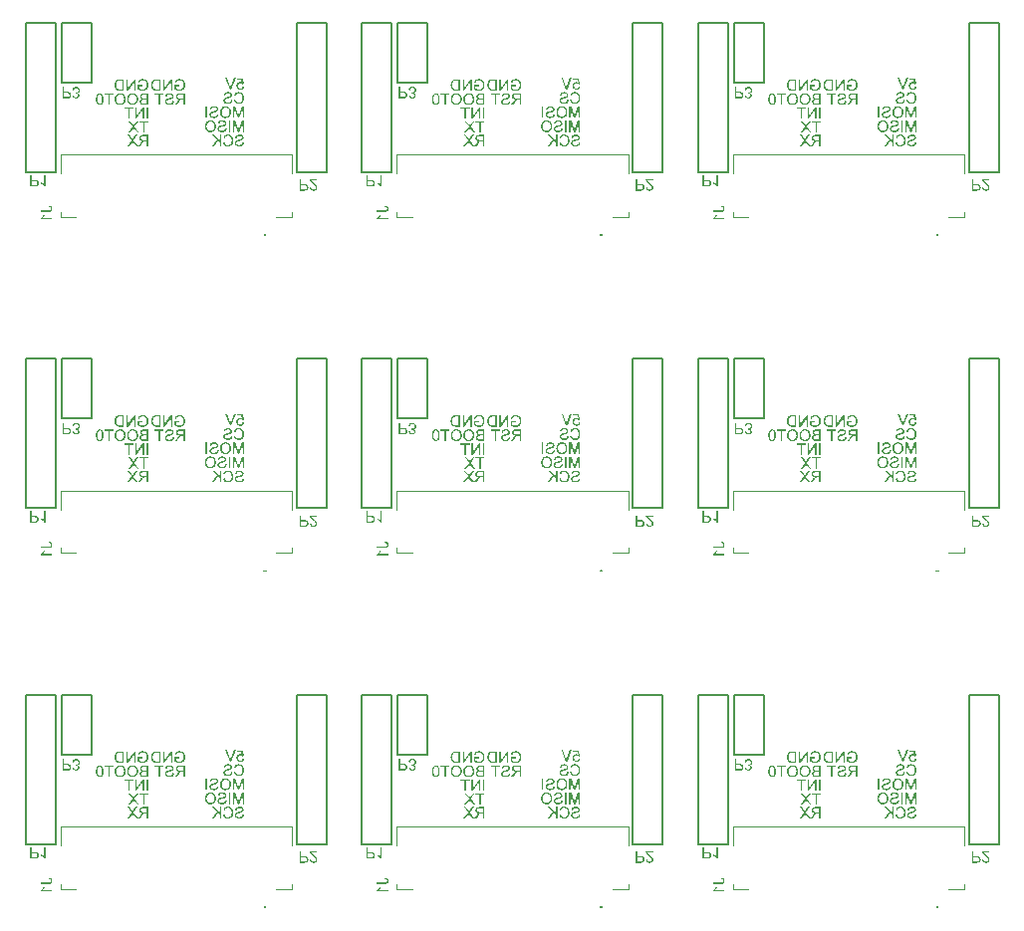
<source format=gbo>
G04*
G04 #@! TF.GenerationSoftware,Altium Limited,Altium Designer,19.0.11 (319)*
G04*
G04 Layer_Color=32896*
%FSLAX25Y25*%
%MOIN*%
G70*
G01*
G75*
%ADD36C,0.00787*%
%ADD37C,0.00394*%
G36*
X299920Y289940D02*
X299475Y289875D01*
X299434Y289934D01*
X299387Y289986D01*
X299341Y290033D01*
X299300Y290074D01*
X299259Y290104D01*
X299223Y290127D01*
X299200Y290139D01*
X299194Y290144D01*
X299124Y290180D01*
X299054Y290209D01*
X298984Y290226D01*
X298919Y290244D01*
X298861Y290250D01*
X298820Y290256D01*
X298779D01*
X298650Y290244D01*
X298533Y290220D01*
X298428Y290180D01*
X298346Y290139D01*
X298276Y290098D01*
X298229Y290057D01*
X298200Y290033D01*
X298188Y290022D01*
X298112Y289928D01*
X298054Y289823D01*
X298012Y289717D01*
X297989Y289618D01*
X297972Y289524D01*
X297966Y289483D01*
Y289448D01*
X297960Y289425D01*
Y289402D01*
Y289390D01*
Y289384D01*
X297972Y289232D01*
X297995Y289097D01*
X298036Y288980D01*
X298077Y288881D01*
X298118Y288805D01*
X298159Y288746D01*
X298182Y288711D01*
X298194Y288705D01*
Y288700D01*
X298241Y288653D01*
X298287Y288618D01*
X298381Y288553D01*
X298481Y288512D01*
X298568Y288477D01*
X298650Y288460D01*
X298714Y288454D01*
X298738Y288448D01*
X298773D01*
X298872Y288454D01*
X298966Y288477D01*
X299048Y288507D01*
X299118Y288536D01*
X299177Y288571D01*
X299218Y288594D01*
X299241Y288618D01*
X299253Y288623D01*
X299323Y288700D01*
X299376Y288787D01*
X299422Y288875D01*
X299452Y288963D01*
X299475Y289045D01*
X299493Y289109D01*
X299498Y289132D01*
X299504Y289150D01*
Y289162D01*
Y289167D01*
X300002Y289132D01*
X299990Y289045D01*
X299972Y288957D01*
X299925Y288805D01*
X299861Y288670D01*
X299797Y288559D01*
X299762Y288512D01*
X299732Y288471D01*
X299703Y288436D01*
X299680Y288407D01*
X299656Y288384D01*
X299639Y288366D01*
X299633Y288360D01*
X299627Y288354D01*
X299563Y288302D01*
X299493Y288261D01*
X299422Y288220D01*
X299352Y288185D01*
X299212Y288132D01*
X299077Y288097D01*
X299013Y288085D01*
X298954Y288079D01*
X298902Y288074D01*
X298861Y288068D01*
X298826Y288062D01*
X298773D01*
X298656Y288068D01*
X298545Y288079D01*
X298445Y288103D01*
X298346Y288132D01*
X298258Y288167D01*
X298170Y288208D01*
X298094Y288249D01*
X298030Y288296D01*
X297966Y288337D01*
X297913Y288378D01*
X297866Y288419D01*
X297831Y288454D01*
X297802Y288483D01*
X297779Y288507D01*
X297767Y288518D01*
X297761Y288524D01*
X297708Y288594D01*
X297661Y288670D01*
X297621Y288746D01*
X297585Y288828D01*
X297533Y288974D01*
X297492Y289115D01*
X297480Y289179D01*
X297474Y289238D01*
X297468Y289290D01*
X297463Y289337D01*
X297457Y289372D01*
Y289402D01*
Y289419D01*
Y289425D01*
X297463Y289524D01*
X297474Y289624D01*
X297492Y289712D01*
X297509Y289799D01*
X297539Y289875D01*
X297568Y289951D01*
X297597Y290016D01*
X297632Y290080D01*
X297667Y290133D01*
X297697Y290180D01*
X297726Y290220D01*
X297755Y290256D01*
X297773Y290285D01*
X297790Y290302D01*
X297802Y290314D01*
X297808Y290320D01*
X297872Y290384D01*
X297942Y290437D01*
X298012Y290484D01*
X298089Y290525D01*
X298159Y290560D01*
X298229Y290583D01*
X298363Y290630D01*
X298422Y290642D01*
X298481Y290653D01*
X298527Y290659D01*
X298574Y290665D01*
X298609Y290671D01*
X298656D01*
X298796Y290659D01*
X298931Y290630D01*
X299054Y290595D01*
X299159Y290548D01*
X299253Y290501D01*
X299288Y290484D01*
X299323Y290466D01*
X299346Y290449D01*
X299364Y290437D01*
X299376Y290431D01*
X299381Y290425D01*
X299171Y291461D01*
X297638D01*
Y291911D01*
X299545D01*
X299920Y289940D01*
D02*
G37*
G36*
X187420D02*
X186975Y289875D01*
X186934Y289934D01*
X186887Y289986D01*
X186840Y290033D01*
X186800Y290074D01*
X186758Y290104D01*
X186723Y290127D01*
X186700Y290139D01*
X186694Y290144D01*
X186624Y290180D01*
X186554Y290209D01*
X186484Y290226D01*
X186419Y290244D01*
X186361Y290250D01*
X186320Y290256D01*
X186279D01*
X186150Y290244D01*
X186033Y290220D01*
X185928Y290180D01*
X185846Y290139D01*
X185776Y290098D01*
X185729Y290057D01*
X185700Y290033D01*
X185688Y290022D01*
X185612Y289928D01*
X185553Y289823D01*
X185512Y289717D01*
X185489Y289618D01*
X185472Y289524D01*
X185466Y289483D01*
Y289448D01*
X185460Y289425D01*
Y289402D01*
Y289390D01*
Y289384D01*
X185472Y289232D01*
X185495Y289097D01*
X185536Y288980D01*
X185577Y288881D01*
X185618Y288805D01*
X185659Y288746D01*
X185682Y288711D01*
X185694Y288705D01*
Y288700D01*
X185741Y288653D01*
X185787Y288618D01*
X185881Y288553D01*
X185980Y288512D01*
X186068Y288477D01*
X186150Y288460D01*
X186214Y288454D01*
X186238Y288448D01*
X186273D01*
X186372Y288454D01*
X186466Y288477D01*
X186548Y288507D01*
X186618Y288536D01*
X186677Y288571D01*
X186718Y288594D01*
X186741Y288618D01*
X186753Y288623D01*
X186823Y288700D01*
X186875Y288787D01*
X186922Y288875D01*
X186952Y288963D01*
X186975Y289045D01*
X186993Y289109D01*
X186998Y289132D01*
X187004Y289150D01*
Y289162D01*
Y289167D01*
X187502Y289132D01*
X187490Y289045D01*
X187472Y288957D01*
X187425Y288805D01*
X187361Y288670D01*
X187297Y288559D01*
X187262Y288512D01*
X187232Y288471D01*
X187203Y288436D01*
X187180Y288407D01*
X187156Y288384D01*
X187139Y288366D01*
X187133Y288360D01*
X187127Y288354D01*
X187063Y288302D01*
X186993Y288261D01*
X186922Y288220D01*
X186852Y288185D01*
X186712Y288132D01*
X186577Y288097D01*
X186513Y288085D01*
X186454Y288079D01*
X186402Y288074D01*
X186361Y288068D01*
X186326Y288062D01*
X186273D01*
X186156Y288068D01*
X186045Y288079D01*
X185945Y288103D01*
X185846Y288132D01*
X185758Y288167D01*
X185670Y288208D01*
X185594Y288249D01*
X185530Y288296D01*
X185466Y288337D01*
X185413Y288378D01*
X185366Y288419D01*
X185331Y288454D01*
X185302Y288483D01*
X185278Y288507D01*
X185267Y288518D01*
X185261Y288524D01*
X185208Y288594D01*
X185161Y288670D01*
X185121Y288746D01*
X185085Y288828D01*
X185033Y288974D01*
X184992Y289115D01*
X184980Y289179D01*
X184974Y289238D01*
X184968Y289290D01*
X184963Y289337D01*
X184957Y289372D01*
Y289402D01*
Y289419D01*
Y289425D01*
X184963Y289524D01*
X184974Y289624D01*
X184992Y289712D01*
X185009Y289799D01*
X185039Y289875D01*
X185068Y289951D01*
X185097Y290016D01*
X185132Y290080D01*
X185167Y290133D01*
X185197Y290180D01*
X185226Y290220D01*
X185255Y290256D01*
X185273Y290285D01*
X185290Y290302D01*
X185302Y290314D01*
X185308Y290320D01*
X185372Y290384D01*
X185442Y290437D01*
X185512Y290484D01*
X185589Y290525D01*
X185659Y290560D01*
X185729Y290583D01*
X185863Y290630D01*
X185922Y290642D01*
X185980Y290653D01*
X186027Y290659D01*
X186074Y290665D01*
X186109Y290671D01*
X186156D01*
X186296Y290659D01*
X186431Y290630D01*
X186554Y290595D01*
X186659Y290548D01*
X186753Y290501D01*
X186788Y290484D01*
X186823Y290466D01*
X186846Y290449D01*
X186864Y290437D01*
X186875Y290431D01*
X186881Y290425D01*
X186671Y291461D01*
X185138D01*
Y291911D01*
X187045D01*
X187420Y289940D01*
D02*
G37*
G36*
X74920D02*
X74475Y289875D01*
X74434Y289934D01*
X74387Y289986D01*
X74340Y290033D01*
X74300Y290074D01*
X74259Y290104D01*
X74224Y290127D01*
X74200Y290139D01*
X74194Y290144D01*
X74124Y290180D01*
X74054Y290209D01*
X73984Y290226D01*
X73919Y290244D01*
X73861Y290250D01*
X73820Y290256D01*
X73779D01*
X73650Y290244D01*
X73533Y290220D01*
X73428Y290180D01*
X73346Y290139D01*
X73276Y290098D01*
X73229Y290057D01*
X73200Y290033D01*
X73188Y290022D01*
X73112Y289928D01*
X73053Y289823D01*
X73013Y289717D01*
X72989Y289618D01*
X72972Y289524D01*
X72966Y289483D01*
Y289448D01*
X72960Y289425D01*
Y289402D01*
Y289390D01*
Y289384D01*
X72972Y289232D01*
X72995Y289097D01*
X73036Y288980D01*
X73077Y288881D01*
X73118Y288805D01*
X73159Y288746D01*
X73182Y288711D01*
X73194Y288705D01*
Y288700D01*
X73241Y288653D01*
X73287Y288618D01*
X73381Y288553D01*
X73480Y288512D01*
X73568Y288477D01*
X73650Y288460D01*
X73715Y288454D01*
X73738Y288448D01*
X73773D01*
X73873Y288454D01*
X73966Y288477D01*
X74048Y288507D01*
X74118Y288536D01*
X74177Y288571D01*
X74218Y288594D01*
X74241Y288618D01*
X74253Y288623D01*
X74323Y288700D01*
X74375Y288787D01*
X74422Y288875D01*
X74452Y288963D01*
X74475Y289045D01*
X74493Y289109D01*
X74498Y289132D01*
X74504Y289150D01*
Y289162D01*
Y289167D01*
X75002Y289132D01*
X74990Y289045D01*
X74972Y288957D01*
X74926Y288805D01*
X74861Y288670D01*
X74797Y288559D01*
X74762Y288512D01*
X74732Y288471D01*
X74703Y288436D01*
X74680Y288407D01*
X74656Y288384D01*
X74639Y288366D01*
X74633Y288360D01*
X74627Y288354D01*
X74563Y288302D01*
X74493Y288261D01*
X74422Y288220D01*
X74352Y288185D01*
X74212Y288132D01*
X74077Y288097D01*
X74013Y288085D01*
X73954Y288079D01*
X73902Y288074D01*
X73861Y288068D01*
X73826Y288062D01*
X73773D01*
X73656Y288068D01*
X73545Y288079D01*
X73445Y288103D01*
X73346Y288132D01*
X73258Y288167D01*
X73171Y288208D01*
X73094Y288249D01*
X73030Y288296D01*
X72966Y288337D01*
X72913Y288378D01*
X72866Y288419D01*
X72831Y288454D01*
X72802Y288483D01*
X72778Y288507D01*
X72767Y288518D01*
X72761Y288524D01*
X72708Y288594D01*
X72662Y288670D01*
X72621Y288746D01*
X72585Y288828D01*
X72533Y288974D01*
X72492Y289115D01*
X72480Y289179D01*
X72474Y289238D01*
X72468Y289290D01*
X72463Y289337D01*
X72457Y289372D01*
Y289402D01*
Y289419D01*
Y289425D01*
X72463Y289524D01*
X72474Y289624D01*
X72492Y289712D01*
X72509Y289799D01*
X72539Y289875D01*
X72568Y289951D01*
X72597Y290016D01*
X72632Y290080D01*
X72667Y290133D01*
X72697Y290180D01*
X72726Y290220D01*
X72755Y290256D01*
X72773Y290285D01*
X72790Y290302D01*
X72802Y290314D01*
X72808Y290320D01*
X72872Y290384D01*
X72942Y290437D01*
X73013Y290484D01*
X73089Y290525D01*
X73159Y290560D01*
X73229Y290583D01*
X73364Y290630D01*
X73422Y290642D01*
X73480Y290653D01*
X73527Y290659D01*
X73574Y290665D01*
X73609Y290671D01*
X73656D01*
X73796Y290659D01*
X73931Y290630D01*
X74054Y290595D01*
X74159Y290548D01*
X74253Y290501D01*
X74288Y290484D01*
X74323Y290466D01*
X74346Y290449D01*
X74364Y290437D01*
X74375Y290431D01*
X74381Y290425D01*
X74171Y291461D01*
X72638D01*
Y291911D01*
X74545D01*
X74920Y289940D01*
D02*
G37*
G36*
X276008Y287740D02*
X275522D01*
Y290759D01*
X273504Y287740D01*
X272983D01*
Y291584D01*
X273469D01*
Y288565D01*
X275493Y291584D01*
X276008D01*
Y287740D01*
D02*
G37*
G36*
X263708D02*
X263222D01*
Y290759D01*
X261204Y287740D01*
X260683D01*
Y291584D01*
X261169D01*
Y288565D01*
X263193Y291584D01*
X263708D01*
Y287740D01*
D02*
G37*
G36*
X163508D02*
X163022D01*
Y290759D01*
X161004Y287740D01*
X160483D01*
Y291584D01*
X160969D01*
Y288565D01*
X162993Y291584D01*
X163508D01*
Y287740D01*
D02*
G37*
G36*
X151208D02*
X150722D01*
Y290759D01*
X148704Y287740D01*
X148183D01*
Y291584D01*
X148669D01*
Y288565D01*
X150693Y291584D01*
X151208D01*
Y287740D01*
D02*
G37*
G36*
X51008D02*
X50522D01*
Y290759D01*
X48504Y287740D01*
X47983D01*
Y291584D01*
X48469D01*
Y288565D01*
X50493Y291584D01*
X51008D01*
Y287740D01*
D02*
G37*
G36*
X38708D02*
X38222D01*
Y290759D01*
X36204Y287740D01*
X35683D01*
Y291584D01*
X36169D01*
Y288565D01*
X38193Y291584D01*
X38708D01*
Y287740D01*
D02*
G37*
G36*
X295731Y288126D02*
X295210D01*
X293707Y291970D01*
X294222D01*
X295263Y289179D01*
X295304Y289062D01*
X295345Y288945D01*
X295380Y288840D01*
X295409Y288746D01*
X295433Y288664D01*
X295450Y288600D01*
X295456Y288577D01*
X295462Y288559D01*
X295468Y288553D01*
Y288547D01*
X295532Y288770D01*
X295567Y288875D01*
X295602Y288974D01*
X295632Y289056D01*
X295649Y289121D01*
X295661Y289144D01*
X295667Y289162D01*
X295672Y289173D01*
Y289179D01*
X296667Y291970D01*
X297223D01*
X295731Y288126D01*
D02*
G37*
G36*
X183231D02*
X182710D01*
X181207Y291970D01*
X181722D01*
X182763Y289179D01*
X182804Y289062D01*
X182845Y288945D01*
X182880Y288840D01*
X182909Y288746D01*
X182933Y288664D01*
X182950Y288600D01*
X182956Y288577D01*
X182962Y288559D01*
X182968Y288553D01*
Y288547D01*
X183032Y288770D01*
X183067Y288875D01*
X183102Y288974D01*
X183132Y289056D01*
X183149Y289121D01*
X183161Y289144D01*
X183167Y289162D01*
X183173Y289173D01*
Y289179D01*
X184167Y291970D01*
X184723D01*
X183231Y288126D01*
D02*
G37*
G36*
X70731D02*
X70210D01*
X68707Y291970D01*
X69222D01*
X70263Y289179D01*
X70304Y289062D01*
X70345Y288945D01*
X70380Y288840D01*
X70409Y288746D01*
X70433Y288664D01*
X70450Y288600D01*
X70456Y288577D01*
X70462Y288559D01*
X70468Y288553D01*
Y288547D01*
X70532Y288770D01*
X70567Y288875D01*
X70602Y288974D01*
X70632Y289056D01*
X70649Y289121D01*
X70661Y289144D01*
X70667Y289162D01*
X70673Y289173D01*
Y289179D01*
X71667Y291970D01*
X72223D01*
X70731Y288126D01*
D02*
G37*
G36*
X278593Y291636D02*
X278781Y291613D01*
X278956Y291572D01*
X279032Y291548D01*
X279102Y291531D01*
X279167Y291508D01*
X279225Y291484D01*
X279278Y291467D01*
X279319Y291443D01*
X279348Y291431D01*
X279377Y291420D01*
X279389Y291408D01*
X279395D01*
X279477Y291361D01*
X279547Y291309D01*
X279687Y291197D01*
X279798Y291080D01*
X279898Y290964D01*
X279968Y290852D01*
X279997Y290811D01*
X280027Y290770D01*
X280044Y290735D01*
X280056Y290712D01*
X280067Y290694D01*
Y290688D01*
X280144Y290507D01*
X280202Y290320D01*
X280243Y290144D01*
X280272Y289981D01*
X280284Y289911D01*
X280290Y289846D01*
X280296Y289788D01*
Y289735D01*
X280301Y289694D01*
Y289665D01*
Y289647D01*
Y289641D01*
X280290Y289437D01*
X280266Y289244D01*
X280225Y289068D01*
X280208Y288986D01*
X280185Y288916D01*
X280161Y288846D01*
X280144Y288787D01*
X280120Y288735D01*
X280103Y288694D01*
X280091Y288659D01*
X280079Y288635D01*
X280067Y288618D01*
Y288612D01*
X279968Y288454D01*
X279857Y288313D01*
X279746Y288191D01*
X279629Y288091D01*
X279529Y288015D01*
X279488Y287986D01*
X279447Y287962D01*
X279418Y287939D01*
X279389Y287927D01*
X279377Y287922D01*
X279371Y287916D01*
X279196Y287834D01*
X279014Y287775D01*
X278845Y287734D01*
X278681Y287705D01*
X278611Y287693D01*
X278547Y287687D01*
X278488Y287682D01*
X278435D01*
X278394Y287676D01*
X278342D01*
X278190Y287682D01*
X278038Y287699D01*
X277903Y287723D01*
X277780Y287752D01*
X277728Y287764D01*
X277675Y287775D01*
X277634Y287787D01*
X277599Y287799D01*
X277570Y287810D01*
X277546Y287816D01*
X277535Y287822D01*
X277529D01*
X277382Y287886D01*
X277236Y287957D01*
X277107Y288033D01*
X276990Y288103D01*
X276891Y288173D01*
X276850Y288196D01*
X276815Y288226D01*
X276786Y288243D01*
X276768Y288261D01*
X276756Y288267D01*
X276751Y288273D01*
Y289700D01*
X278377D01*
Y289249D01*
X277248D01*
Y288524D01*
X277318Y288471D01*
X277394Y288419D01*
X277470Y288372D01*
X277546Y288331D01*
X277616Y288296D01*
X277675Y288273D01*
X277698Y288261D01*
X277716Y288255D01*
X277722Y288249D01*
X277728D01*
X277845Y288208D01*
X277961Y288179D01*
X278073Y288156D01*
X278166Y288144D01*
X278248Y288132D01*
X278312Y288126D01*
X278371D01*
X278511Y288132D01*
X278646Y288150D01*
X278763Y288179D01*
X278874Y288208D01*
X278962Y288237D01*
X279003Y288255D01*
X279032Y288267D01*
X279056Y288273D01*
X279073Y288284D01*
X279085Y288290D01*
X279090D01*
X279207Y288360D01*
X279313Y288442D01*
X279401Y288530D01*
X279471Y288612D01*
X279523Y288688D01*
X279564Y288746D01*
X279582Y288770D01*
X279594Y288787D01*
X279599Y288799D01*
Y288805D01*
X279658Y288945D01*
X279699Y289086D01*
X279734Y289232D01*
X279752Y289372D01*
X279757Y289431D01*
X279763Y289489D01*
X279769Y289542D01*
Y289583D01*
X279775Y289624D01*
Y289647D01*
Y289665D01*
Y289671D01*
X279769Y289823D01*
X279752Y289969D01*
X279728Y290098D01*
X279699Y290215D01*
X279676Y290308D01*
X279664Y290349D01*
X279652Y290378D01*
X279641Y290408D01*
X279635Y290425D01*
X279629Y290437D01*
Y290443D01*
X279594Y290519D01*
X279559Y290589D01*
X279518Y290653D01*
X279477Y290712D01*
X279442Y290759D01*
X279412Y290794D01*
X279395Y290817D01*
X279389Y290823D01*
X279325Y290887D01*
X279260Y290940D01*
X279190Y290987D01*
X279126Y291028D01*
X279067Y291063D01*
X279020Y291086D01*
X278991Y291098D01*
X278979Y291104D01*
X278880Y291139D01*
X278781Y291168D01*
X278675Y291186D01*
X278582Y291203D01*
X278500Y291209D01*
X278435Y291215D01*
X278377D01*
X278272Y291209D01*
X278172Y291197D01*
X278084Y291180D01*
X278008Y291162D01*
X277944Y291145D01*
X277891Y291127D01*
X277862Y291116D01*
X277850Y291110D01*
X277763Y291069D01*
X277692Y291028D01*
X277628Y290981D01*
X277575Y290940D01*
X277535Y290899D01*
X277505Y290870D01*
X277488Y290846D01*
X277482Y290841D01*
X277435Y290770D01*
X277394Y290694D01*
X277359Y290618D01*
X277330Y290548D01*
X277306Y290478D01*
X277283Y290425D01*
X277277Y290390D01*
X277271Y290384D01*
Y290378D01*
X276809Y290507D01*
X276850Y290648D01*
X276897Y290770D01*
X276944Y290876D01*
X276990Y290964D01*
X277037Y291039D01*
X277072Y291092D01*
X277096Y291121D01*
X277101Y291133D01*
X277178Y291221D01*
X277265Y291291D01*
X277353Y291355D01*
X277441Y291408D01*
X277517Y291455D01*
X277575Y291484D01*
X277599Y291496D01*
X277616Y291502D01*
X277628Y291508D01*
X277634D01*
X277763Y291554D01*
X277891Y291589D01*
X278020Y291613D01*
X278131Y291630D01*
X278231Y291642D01*
X278277D01*
X278312Y291648D01*
X278383D01*
X278593Y291636D01*
D02*
G37*
G36*
X266293D02*
X266480Y291613D01*
X266656Y291572D01*
X266732Y291548D01*
X266802Y291531D01*
X266867Y291508D01*
X266925Y291484D01*
X266978Y291467D01*
X267019Y291443D01*
X267048Y291431D01*
X267077Y291420D01*
X267089Y291408D01*
X267095D01*
X267177Y291361D01*
X267247Y291309D01*
X267387Y291197D01*
X267498Y291080D01*
X267598Y290964D01*
X267668Y290852D01*
X267697Y290811D01*
X267726Y290770D01*
X267744Y290735D01*
X267756Y290712D01*
X267768Y290694D01*
Y290688D01*
X267844Y290507D01*
X267902Y290320D01*
X267943Y290144D01*
X267972Y289981D01*
X267984Y289911D01*
X267990Y289846D01*
X267996Y289788D01*
Y289735D01*
X268002Y289694D01*
Y289665D01*
Y289647D01*
Y289641D01*
X267990Y289437D01*
X267966Y289244D01*
X267926Y289068D01*
X267908Y288986D01*
X267884Y288916D01*
X267861Y288846D01*
X267844Y288787D01*
X267820Y288735D01*
X267803Y288694D01*
X267791Y288659D01*
X267779Y288635D01*
X267768Y288618D01*
Y288612D01*
X267668Y288454D01*
X267557Y288313D01*
X267446Y288191D01*
X267329Y288091D01*
X267229Y288015D01*
X267188Y287986D01*
X267147Y287962D01*
X267118Y287939D01*
X267089Y287927D01*
X267077Y287922D01*
X267071Y287916D01*
X266896Y287834D01*
X266715Y287775D01*
X266545Y287734D01*
X266381Y287705D01*
X266311Y287693D01*
X266247Y287687D01*
X266188Y287682D01*
X266135D01*
X266094Y287676D01*
X266042D01*
X265890Y287682D01*
X265738Y287699D01*
X265603Y287723D01*
X265480Y287752D01*
X265427Y287764D01*
X265375Y287775D01*
X265334Y287787D01*
X265299Y287799D01*
X265269Y287810D01*
X265246Y287816D01*
X265234Y287822D01*
X265229D01*
X265082Y287886D01*
X264936Y287957D01*
X264807Y288033D01*
X264690Y288103D01*
X264591Y288173D01*
X264550Y288196D01*
X264515Y288226D01*
X264486Y288243D01*
X264468Y288261D01*
X264456Y288267D01*
X264451Y288273D01*
Y289700D01*
X266077D01*
Y289249D01*
X264948D01*
Y288524D01*
X265018Y288471D01*
X265094Y288419D01*
X265170Y288372D01*
X265246Y288331D01*
X265316Y288296D01*
X265375Y288273D01*
X265398Y288261D01*
X265416Y288255D01*
X265422Y288249D01*
X265427D01*
X265545Y288208D01*
X265662Y288179D01*
X265773Y288156D01*
X265866Y288144D01*
X265948Y288132D01*
X266013Y288126D01*
X266071D01*
X266211Y288132D01*
X266346Y288150D01*
X266463Y288179D01*
X266574Y288208D01*
X266662Y288237D01*
X266703Y288255D01*
X266732Y288267D01*
X266756Y288273D01*
X266773Y288284D01*
X266785Y288290D01*
X266791D01*
X266908Y288360D01*
X267013Y288442D01*
X267101Y288530D01*
X267171Y288612D01*
X267224Y288688D01*
X267264Y288746D01*
X267282Y288770D01*
X267294Y288787D01*
X267300Y288799D01*
Y288805D01*
X267358Y288945D01*
X267399Y289086D01*
X267434Y289232D01*
X267452Y289372D01*
X267458Y289431D01*
X267463Y289489D01*
X267469Y289542D01*
Y289583D01*
X267475Y289624D01*
Y289647D01*
Y289665D01*
Y289671D01*
X267469Y289823D01*
X267452Y289969D01*
X267428Y290098D01*
X267399Y290215D01*
X267376Y290308D01*
X267364Y290349D01*
X267352Y290378D01*
X267340Y290408D01*
X267335Y290425D01*
X267329Y290437D01*
Y290443D01*
X267294Y290519D01*
X267259Y290589D01*
X267218Y290653D01*
X267177Y290712D01*
X267142Y290759D01*
X267112Y290794D01*
X267095Y290817D01*
X267089Y290823D01*
X267024Y290887D01*
X266960Y290940D01*
X266890Y290987D01*
X266826Y291028D01*
X266767Y291063D01*
X266720Y291086D01*
X266691Y291098D01*
X266679Y291104D01*
X266580Y291139D01*
X266480Y291168D01*
X266375Y291186D01*
X266282Y291203D01*
X266200Y291209D01*
X266135Y291215D01*
X266077D01*
X265971Y291209D01*
X265872Y291197D01*
X265784Y291180D01*
X265708Y291162D01*
X265644Y291145D01*
X265591Y291127D01*
X265562Y291116D01*
X265550Y291110D01*
X265463Y291069D01*
X265392Y291028D01*
X265328Y290981D01*
X265275Y290940D01*
X265234Y290899D01*
X265205Y290870D01*
X265188Y290846D01*
X265182Y290841D01*
X265135Y290770D01*
X265094Y290694D01*
X265059Y290618D01*
X265030Y290548D01*
X265006Y290478D01*
X264983Y290425D01*
X264977Y290390D01*
X264971Y290384D01*
Y290378D01*
X264509Y290507D01*
X264550Y290648D01*
X264597Y290770D01*
X264644Y290876D01*
X264690Y290964D01*
X264737Y291039D01*
X264772Y291092D01*
X264796Y291121D01*
X264802Y291133D01*
X264878Y291221D01*
X264965Y291291D01*
X265053Y291355D01*
X265141Y291408D01*
X265217Y291455D01*
X265275Y291484D01*
X265299Y291496D01*
X265316Y291502D01*
X265328Y291508D01*
X265334D01*
X265463Y291554D01*
X265591Y291589D01*
X265720Y291613D01*
X265831Y291630D01*
X265931Y291642D01*
X265977D01*
X266013Y291648D01*
X266083D01*
X266293Y291636D01*
D02*
G37*
G36*
X166093D02*
X166280Y291613D01*
X166456Y291572D01*
X166532Y291548D01*
X166602Y291531D01*
X166667Y291508D01*
X166725Y291484D01*
X166778Y291467D01*
X166819Y291443D01*
X166848Y291431D01*
X166877Y291420D01*
X166889Y291408D01*
X166895D01*
X166977Y291361D01*
X167047Y291309D01*
X167187Y291197D01*
X167298Y291080D01*
X167398Y290964D01*
X167468Y290852D01*
X167497Y290811D01*
X167526Y290770D01*
X167544Y290735D01*
X167556Y290712D01*
X167568Y290694D01*
Y290688D01*
X167644Y290507D01*
X167702Y290320D01*
X167743Y290144D01*
X167772Y289981D01*
X167784Y289911D01*
X167790Y289846D01*
X167796Y289788D01*
Y289735D01*
X167801Y289694D01*
Y289665D01*
Y289647D01*
Y289641D01*
X167790Y289437D01*
X167766Y289244D01*
X167726Y289068D01*
X167708Y288986D01*
X167684Y288916D01*
X167661Y288846D01*
X167644Y288787D01*
X167620Y288735D01*
X167603Y288694D01*
X167591Y288659D01*
X167579Y288635D01*
X167568Y288618D01*
Y288612D01*
X167468Y288454D01*
X167357Y288313D01*
X167246Y288191D01*
X167129Y288091D01*
X167029Y288015D01*
X166988Y287986D01*
X166947Y287962D01*
X166918Y287939D01*
X166889Y287927D01*
X166877Y287922D01*
X166871Y287916D01*
X166696Y287834D01*
X166515Y287775D01*
X166345Y287734D01*
X166181Y287705D01*
X166111Y287693D01*
X166047Y287687D01*
X165988Y287682D01*
X165935D01*
X165894Y287676D01*
X165842D01*
X165690Y287682D01*
X165538Y287699D01*
X165403Y287723D01*
X165280Y287752D01*
X165227Y287764D01*
X165175Y287775D01*
X165134Y287787D01*
X165099Y287799D01*
X165070Y287810D01*
X165046Y287816D01*
X165034Y287822D01*
X165029D01*
X164882Y287886D01*
X164736Y287957D01*
X164607Y288033D01*
X164490Y288103D01*
X164391Y288173D01*
X164350Y288196D01*
X164315Y288226D01*
X164286Y288243D01*
X164268Y288261D01*
X164256Y288267D01*
X164251Y288273D01*
Y289700D01*
X165877D01*
Y289249D01*
X164748D01*
Y288524D01*
X164818Y288471D01*
X164894Y288419D01*
X164970Y288372D01*
X165046Y288331D01*
X165116Y288296D01*
X165175Y288273D01*
X165198Y288261D01*
X165216Y288255D01*
X165222Y288249D01*
X165227D01*
X165345Y288208D01*
X165462Y288179D01*
X165573Y288156D01*
X165666Y288144D01*
X165748Y288132D01*
X165813Y288126D01*
X165871D01*
X166011Y288132D01*
X166146Y288150D01*
X166263Y288179D01*
X166374Y288208D01*
X166462Y288237D01*
X166503Y288255D01*
X166532Y288267D01*
X166555Y288273D01*
X166573Y288284D01*
X166585Y288290D01*
X166591D01*
X166708Y288360D01*
X166813Y288442D01*
X166901Y288530D01*
X166971Y288612D01*
X167024Y288688D01*
X167064Y288746D01*
X167082Y288770D01*
X167094Y288787D01*
X167099Y288799D01*
Y288805D01*
X167158Y288945D01*
X167199Y289086D01*
X167234Y289232D01*
X167252Y289372D01*
X167257Y289431D01*
X167263Y289489D01*
X167269Y289542D01*
Y289583D01*
X167275Y289624D01*
Y289647D01*
Y289665D01*
Y289671D01*
X167269Y289823D01*
X167252Y289969D01*
X167228Y290098D01*
X167199Y290215D01*
X167175Y290308D01*
X167164Y290349D01*
X167152Y290378D01*
X167140Y290408D01*
X167135Y290425D01*
X167129Y290437D01*
Y290443D01*
X167094Y290519D01*
X167059Y290589D01*
X167018Y290653D01*
X166977Y290712D01*
X166942Y290759D01*
X166912Y290794D01*
X166895Y290817D01*
X166889Y290823D01*
X166824Y290887D01*
X166760Y290940D01*
X166690Y290987D01*
X166626Y291028D01*
X166567Y291063D01*
X166520Y291086D01*
X166491Y291098D01*
X166479Y291104D01*
X166380Y291139D01*
X166280Y291168D01*
X166175Y291186D01*
X166082Y291203D01*
X166000Y291209D01*
X165935Y291215D01*
X165877D01*
X165772Y291209D01*
X165672Y291197D01*
X165584Y291180D01*
X165508Y291162D01*
X165444Y291145D01*
X165391Y291127D01*
X165362Y291116D01*
X165350Y291110D01*
X165263Y291069D01*
X165192Y291028D01*
X165128Y290981D01*
X165075Y290940D01*
X165034Y290899D01*
X165005Y290870D01*
X164988Y290846D01*
X164982Y290841D01*
X164935Y290770D01*
X164894Y290694D01*
X164859Y290618D01*
X164830Y290548D01*
X164806Y290478D01*
X164783Y290425D01*
X164777Y290390D01*
X164771Y290384D01*
Y290378D01*
X164309Y290507D01*
X164350Y290648D01*
X164397Y290770D01*
X164444Y290876D01*
X164490Y290964D01*
X164537Y291039D01*
X164572Y291092D01*
X164596Y291121D01*
X164602Y291133D01*
X164678Y291221D01*
X164765Y291291D01*
X164853Y291355D01*
X164941Y291408D01*
X165017Y291455D01*
X165075Y291484D01*
X165099Y291496D01*
X165116Y291502D01*
X165128Y291508D01*
X165134D01*
X165263Y291554D01*
X165391Y291589D01*
X165520Y291613D01*
X165631Y291630D01*
X165731Y291642D01*
X165777D01*
X165813Y291648D01*
X165883D01*
X166093Y291636D01*
D02*
G37*
G36*
X153793D02*
X153981Y291613D01*
X154156Y291572D01*
X154232Y291548D01*
X154302Y291531D01*
X154367Y291508D01*
X154425Y291484D01*
X154478Y291467D01*
X154519Y291443D01*
X154548Y291431D01*
X154577Y291420D01*
X154589Y291408D01*
X154595D01*
X154677Y291361D01*
X154747Y291309D01*
X154887Y291197D01*
X154998Y291080D01*
X155098Y290964D01*
X155168Y290852D01*
X155197Y290811D01*
X155227Y290770D01*
X155244Y290735D01*
X155256Y290712D01*
X155268Y290694D01*
Y290688D01*
X155344Y290507D01*
X155402Y290320D01*
X155443Y290144D01*
X155472Y289981D01*
X155484Y289911D01*
X155490Y289846D01*
X155496Y289788D01*
Y289735D01*
X155501Y289694D01*
Y289665D01*
Y289647D01*
Y289641D01*
X155490Y289437D01*
X155466Y289244D01*
X155426Y289068D01*
X155408Y288986D01*
X155385Y288916D01*
X155361Y288846D01*
X155344Y288787D01*
X155320Y288735D01*
X155303Y288694D01*
X155291Y288659D01*
X155279Y288635D01*
X155268Y288618D01*
Y288612D01*
X155168Y288454D01*
X155057Y288313D01*
X154946Y288191D01*
X154829Y288091D01*
X154729Y288015D01*
X154688Y287986D01*
X154647Y287962D01*
X154618Y287939D01*
X154589Y287927D01*
X154577Y287922D01*
X154571Y287916D01*
X154396Y287834D01*
X154215Y287775D01*
X154045Y287734D01*
X153881Y287705D01*
X153811Y287693D01*
X153746Y287687D01*
X153688Y287682D01*
X153635D01*
X153594Y287676D01*
X153542D01*
X153390Y287682D01*
X153238Y287699D01*
X153103Y287723D01*
X152980Y287752D01*
X152927Y287764D01*
X152875Y287775D01*
X152834Y287787D01*
X152799Y287799D01*
X152770Y287810D01*
X152746Y287816D01*
X152734Y287822D01*
X152729D01*
X152582Y287886D01*
X152436Y287957D01*
X152307Y288033D01*
X152190Y288103D01*
X152091Y288173D01*
X152050Y288196D01*
X152015Y288226D01*
X151986Y288243D01*
X151968Y288261D01*
X151956Y288267D01*
X151951Y288273D01*
Y289700D01*
X153577D01*
Y289249D01*
X152448D01*
Y288524D01*
X152518Y288471D01*
X152594Y288419D01*
X152670Y288372D01*
X152746Y288331D01*
X152816Y288296D01*
X152875Y288273D01*
X152898Y288261D01*
X152916Y288255D01*
X152922Y288249D01*
X152927D01*
X153044Y288208D01*
X153162Y288179D01*
X153273Y288156D01*
X153366Y288144D01*
X153448Y288132D01*
X153513Y288126D01*
X153571D01*
X153711Y288132D01*
X153846Y288150D01*
X153963Y288179D01*
X154074Y288208D01*
X154162Y288237D01*
X154203Y288255D01*
X154232Y288267D01*
X154255Y288273D01*
X154273Y288284D01*
X154285Y288290D01*
X154291D01*
X154408Y288360D01*
X154513Y288442D01*
X154601Y288530D01*
X154671Y288612D01*
X154724Y288688D01*
X154764Y288746D01*
X154782Y288770D01*
X154794Y288787D01*
X154799Y288799D01*
Y288805D01*
X154858Y288945D01*
X154899Y289086D01*
X154934Y289232D01*
X154952Y289372D01*
X154957Y289431D01*
X154963Y289489D01*
X154969Y289542D01*
Y289583D01*
X154975Y289624D01*
Y289647D01*
Y289665D01*
Y289671D01*
X154969Y289823D01*
X154952Y289969D01*
X154928Y290098D01*
X154899Y290215D01*
X154876Y290308D01*
X154864Y290349D01*
X154852Y290378D01*
X154841Y290408D01*
X154835Y290425D01*
X154829Y290437D01*
Y290443D01*
X154794Y290519D01*
X154759Y290589D01*
X154718Y290653D01*
X154677Y290712D01*
X154642Y290759D01*
X154612Y290794D01*
X154595Y290817D01*
X154589Y290823D01*
X154525Y290887D01*
X154460Y290940D01*
X154390Y290987D01*
X154326Y291028D01*
X154267Y291063D01*
X154220Y291086D01*
X154191Y291098D01*
X154179Y291104D01*
X154080Y291139D01*
X153981Y291168D01*
X153875Y291186D01*
X153782Y291203D01*
X153700Y291209D01*
X153635Y291215D01*
X153577D01*
X153472Y291209D01*
X153372Y291197D01*
X153284Y291180D01*
X153208Y291162D01*
X153144Y291145D01*
X153091Y291127D01*
X153062Y291116D01*
X153050Y291110D01*
X152963Y291069D01*
X152892Y291028D01*
X152828Y290981D01*
X152775Y290940D01*
X152734Y290899D01*
X152705Y290870D01*
X152688Y290846D01*
X152682Y290841D01*
X152635Y290770D01*
X152594Y290694D01*
X152559Y290618D01*
X152530Y290548D01*
X152506Y290478D01*
X152483Y290425D01*
X152477Y290390D01*
X152471Y290384D01*
Y290378D01*
X152009Y290507D01*
X152050Y290648D01*
X152097Y290770D01*
X152144Y290876D01*
X152190Y290964D01*
X152237Y291039D01*
X152272Y291092D01*
X152296Y291121D01*
X152302Y291133D01*
X152378Y291221D01*
X152465Y291291D01*
X152553Y291355D01*
X152641Y291408D01*
X152717Y291455D01*
X152775Y291484D01*
X152799Y291496D01*
X152816Y291502D01*
X152828Y291508D01*
X152834D01*
X152963Y291554D01*
X153091Y291589D01*
X153220Y291613D01*
X153331Y291630D01*
X153431Y291642D01*
X153477D01*
X153513Y291648D01*
X153583D01*
X153793Y291636D01*
D02*
G37*
G36*
X53593D02*
X53781Y291613D01*
X53956Y291572D01*
X54032Y291548D01*
X54102Y291531D01*
X54167Y291508D01*
X54225Y291484D01*
X54278Y291467D01*
X54319Y291443D01*
X54348Y291431D01*
X54377Y291420D01*
X54389Y291408D01*
X54395D01*
X54477Y291361D01*
X54547Y291309D01*
X54687Y291197D01*
X54798Y291080D01*
X54898Y290964D01*
X54968Y290852D01*
X54997Y290811D01*
X55027Y290770D01*
X55044Y290735D01*
X55056Y290712D01*
X55067Y290694D01*
Y290688D01*
X55144Y290507D01*
X55202Y290320D01*
X55243Y290144D01*
X55272Y289981D01*
X55284Y289911D01*
X55290Y289846D01*
X55296Y289788D01*
Y289735D01*
X55301Y289694D01*
Y289665D01*
Y289647D01*
Y289641D01*
X55290Y289437D01*
X55266Y289244D01*
X55225Y289068D01*
X55208Y288986D01*
X55185Y288916D01*
X55161Y288846D01*
X55144Y288787D01*
X55120Y288735D01*
X55103Y288694D01*
X55091Y288659D01*
X55079Y288635D01*
X55067Y288618D01*
Y288612D01*
X54968Y288454D01*
X54857Y288313D01*
X54746Y288191D01*
X54629Y288091D01*
X54529Y288015D01*
X54488Y287986D01*
X54447Y287962D01*
X54418Y287939D01*
X54389Y287927D01*
X54377Y287922D01*
X54371Y287916D01*
X54196Y287834D01*
X54014Y287775D01*
X53845Y287734D01*
X53681Y287705D01*
X53611Y287693D01*
X53547Y287687D01*
X53488Y287682D01*
X53435D01*
X53394Y287676D01*
X53342D01*
X53190Y287682D01*
X53038Y287699D01*
X52903Y287723D01*
X52780Y287752D01*
X52728Y287764D01*
X52675Y287775D01*
X52634Y287787D01*
X52599Y287799D01*
X52570Y287810D01*
X52546Y287816D01*
X52535Y287822D01*
X52529D01*
X52382Y287886D01*
X52236Y287957D01*
X52107Y288033D01*
X51990Y288103D01*
X51891Y288173D01*
X51850Y288196D01*
X51815Y288226D01*
X51786Y288243D01*
X51768Y288261D01*
X51756Y288267D01*
X51750Y288273D01*
Y289700D01*
X53377D01*
Y289249D01*
X52248D01*
Y288524D01*
X52318Y288471D01*
X52394Y288419D01*
X52470Y288372D01*
X52546Y288331D01*
X52616Y288296D01*
X52675Y288273D01*
X52698Y288261D01*
X52716Y288255D01*
X52722Y288249D01*
X52728D01*
X52845Y288208D01*
X52961Y288179D01*
X53073Y288156D01*
X53166Y288144D01*
X53248Y288132D01*
X53312Y288126D01*
X53371D01*
X53511Y288132D01*
X53646Y288150D01*
X53763Y288179D01*
X53874Y288208D01*
X53962Y288237D01*
X54003Y288255D01*
X54032Y288267D01*
X54055Y288273D01*
X54073Y288284D01*
X54085Y288290D01*
X54090D01*
X54208Y288360D01*
X54313Y288442D01*
X54401Y288530D01*
X54471Y288612D01*
X54523Y288688D01*
X54564Y288746D01*
X54582Y288770D01*
X54594Y288787D01*
X54599Y288799D01*
Y288805D01*
X54658Y288945D01*
X54699Y289086D01*
X54734Y289232D01*
X54752Y289372D01*
X54757Y289431D01*
X54763Y289489D01*
X54769Y289542D01*
Y289583D01*
X54775Y289624D01*
Y289647D01*
Y289665D01*
Y289671D01*
X54769Y289823D01*
X54752Y289969D01*
X54728Y290098D01*
X54699Y290215D01*
X54676Y290308D01*
X54664Y290349D01*
X54652Y290378D01*
X54640Y290408D01*
X54635Y290425D01*
X54629Y290437D01*
Y290443D01*
X54594Y290519D01*
X54559Y290589D01*
X54518Y290653D01*
X54477Y290712D01*
X54441Y290759D01*
X54412Y290794D01*
X54395Y290817D01*
X54389Y290823D01*
X54325Y290887D01*
X54260Y290940D01*
X54190Y290987D01*
X54126Y291028D01*
X54067Y291063D01*
X54020Y291086D01*
X53991Y291098D01*
X53979Y291104D01*
X53880Y291139D01*
X53781Y291168D01*
X53675Y291186D01*
X53582Y291203D01*
X53500Y291209D01*
X53435Y291215D01*
X53377D01*
X53272Y291209D01*
X53172Y291197D01*
X53084Y291180D01*
X53008Y291162D01*
X52944Y291145D01*
X52891Y291127D01*
X52862Y291116D01*
X52850Y291110D01*
X52763Y291069D01*
X52692Y291028D01*
X52628Y290981D01*
X52575Y290940D01*
X52535Y290899D01*
X52505Y290870D01*
X52488Y290846D01*
X52482Y290841D01*
X52435Y290770D01*
X52394Y290694D01*
X52359Y290618D01*
X52330Y290548D01*
X52306Y290478D01*
X52283Y290425D01*
X52277Y290390D01*
X52271Y290384D01*
Y290378D01*
X51809Y290507D01*
X51850Y290648D01*
X51897Y290770D01*
X51944Y290876D01*
X51990Y290964D01*
X52037Y291039D01*
X52072Y291092D01*
X52096Y291121D01*
X52101Y291133D01*
X52178Y291221D01*
X52265Y291291D01*
X52353Y291355D01*
X52441Y291408D01*
X52517Y291455D01*
X52575Y291484D01*
X52599Y291496D01*
X52616Y291502D01*
X52628Y291508D01*
X52634D01*
X52763Y291554D01*
X52891Y291589D01*
X53020Y291613D01*
X53131Y291630D01*
X53231Y291642D01*
X53277D01*
X53312Y291648D01*
X53383D01*
X53593Y291636D01*
D02*
G37*
G36*
X41293D02*
X41480Y291613D01*
X41656Y291572D01*
X41732Y291548D01*
X41802Y291531D01*
X41867Y291508D01*
X41925Y291484D01*
X41978Y291467D01*
X42019Y291443D01*
X42048Y291431D01*
X42077Y291420D01*
X42089Y291408D01*
X42095D01*
X42177Y291361D01*
X42247Y291309D01*
X42387Y291197D01*
X42498Y291080D01*
X42598Y290964D01*
X42668Y290852D01*
X42697Y290811D01*
X42726Y290770D01*
X42744Y290735D01*
X42756Y290712D01*
X42768Y290694D01*
Y290688D01*
X42843Y290507D01*
X42902Y290320D01*
X42943Y290144D01*
X42972Y289981D01*
X42984Y289911D01*
X42990Y289846D01*
X42996Y289788D01*
Y289735D01*
X43001Y289694D01*
Y289665D01*
Y289647D01*
Y289641D01*
X42990Y289437D01*
X42966Y289244D01*
X42926Y289068D01*
X42908Y288986D01*
X42884Y288916D01*
X42861Y288846D01*
X42843Y288787D01*
X42820Y288735D01*
X42803Y288694D01*
X42791Y288659D01*
X42779Y288635D01*
X42768Y288618D01*
Y288612D01*
X42668Y288454D01*
X42557Y288313D01*
X42446Y288191D01*
X42329Y288091D01*
X42229Y288015D01*
X42188Y287986D01*
X42147Y287962D01*
X42118Y287939D01*
X42089Y287927D01*
X42077Y287922D01*
X42071Y287916D01*
X41896Y287834D01*
X41715Y287775D01*
X41545Y287734D01*
X41381Y287705D01*
X41311Y287693D01*
X41247Y287687D01*
X41188Y287682D01*
X41135D01*
X41094Y287676D01*
X41042D01*
X40890Y287682D01*
X40738Y287699D01*
X40603Y287723D01*
X40480Y287752D01*
X40428Y287764D01*
X40375Y287775D01*
X40334Y287787D01*
X40299Y287799D01*
X40270Y287810D01*
X40246Y287816D01*
X40234Y287822D01*
X40229D01*
X40082Y287886D01*
X39936Y287957D01*
X39807Y288033D01*
X39690Y288103D01*
X39591Y288173D01*
X39550Y288196D01*
X39515Y288226D01*
X39486Y288243D01*
X39468Y288261D01*
X39456Y288267D01*
X39450Y288273D01*
Y289700D01*
X41077D01*
Y289249D01*
X39948D01*
Y288524D01*
X40018Y288471D01*
X40094Y288419D01*
X40170Y288372D01*
X40246Y288331D01*
X40316Y288296D01*
X40375Y288273D01*
X40398Y288261D01*
X40416Y288255D01*
X40422Y288249D01*
X40428D01*
X40545Y288208D01*
X40661Y288179D01*
X40773Y288156D01*
X40866Y288144D01*
X40948Y288132D01*
X41012Y288126D01*
X41071D01*
X41211Y288132D01*
X41346Y288150D01*
X41463Y288179D01*
X41574Y288208D01*
X41662Y288237D01*
X41703Y288255D01*
X41732Y288267D01*
X41756Y288273D01*
X41773Y288284D01*
X41785Y288290D01*
X41791D01*
X41908Y288360D01*
X42013Y288442D01*
X42101Y288530D01*
X42171Y288612D01*
X42224Y288688D01*
X42264Y288746D01*
X42282Y288770D01*
X42294Y288787D01*
X42300Y288799D01*
Y288805D01*
X42358Y288945D01*
X42399Y289086D01*
X42434Y289232D01*
X42452Y289372D01*
X42458Y289431D01*
X42463Y289489D01*
X42469Y289542D01*
Y289583D01*
X42475Y289624D01*
Y289647D01*
Y289665D01*
Y289671D01*
X42469Y289823D01*
X42452Y289969D01*
X42428Y290098D01*
X42399Y290215D01*
X42375Y290308D01*
X42364Y290349D01*
X42352Y290378D01*
X42340Y290408D01*
X42335Y290425D01*
X42329Y290437D01*
Y290443D01*
X42294Y290519D01*
X42259Y290589D01*
X42218Y290653D01*
X42177Y290712D01*
X42142Y290759D01*
X42112Y290794D01*
X42095Y290817D01*
X42089Y290823D01*
X42024Y290887D01*
X41960Y290940D01*
X41890Y290987D01*
X41826Y291028D01*
X41767Y291063D01*
X41720Y291086D01*
X41691Y291098D01*
X41679Y291104D01*
X41580Y291139D01*
X41480Y291168D01*
X41375Y291186D01*
X41282Y291203D01*
X41200Y291209D01*
X41135Y291215D01*
X41077D01*
X40972Y291209D01*
X40872Y291197D01*
X40784Y291180D01*
X40708Y291162D01*
X40644Y291145D01*
X40591Y291127D01*
X40562Y291116D01*
X40550Y291110D01*
X40463Y291069D01*
X40392Y291028D01*
X40328Y290981D01*
X40275Y290940D01*
X40234Y290899D01*
X40205Y290870D01*
X40188Y290846D01*
X40182Y290841D01*
X40135Y290770D01*
X40094Y290694D01*
X40059Y290618D01*
X40030Y290548D01*
X40006Y290478D01*
X39983Y290425D01*
X39977Y290390D01*
X39971Y290384D01*
Y290378D01*
X39509Y290507D01*
X39550Y290648D01*
X39597Y290770D01*
X39644Y290876D01*
X39690Y290964D01*
X39737Y291039D01*
X39772Y291092D01*
X39796Y291121D01*
X39801Y291133D01*
X39878Y291221D01*
X39965Y291291D01*
X40053Y291355D01*
X40141Y291408D01*
X40217Y291455D01*
X40275Y291484D01*
X40299Y291496D01*
X40316Y291502D01*
X40328Y291508D01*
X40334D01*
X40463Y291554D01*
X40591Y291589D01*
X40720Y291613D01*
X40831Y291630D01*
X40931Y291642D01*
X40977D01*
X41012Y291648D01*
X41083D01*
X41293Y291636D01*
D02*
G37*
G36*
X272129Y287740D02*
X270748D01*
X270620Y287746D01*
X270503Y287752D01*
X270397Y287764D01*
X270310Y287775D01*
X270234Y287787D01*
X270181Y287793D01*
X270146Y287805D01*
X270134D01*
X270035Y287834D01*
X269947Y287863D01*
X269871Y287892D01*
X269807Y287922D01*
X269754Y287951D01*
X269713Y287974D01*
X269684Y287986D01*
X269678Y287992D01*
X269608Y288044D01*
X269543Y288103D01*
X269479Y288161D01*
X269432Y288214D01*
X269385Y288267D01*
X269356Y288308D01*
X269333Y288331D01*
X269327Y288343D01*
X269268Y288430D01*
X269216Y288524D01*
X269169Y288618D01*
X269134Y288705D01*
X269105Y288787D01*
X269081Y288846D01*
X269075Y288869D01*
X269070Y288887D01*
X269064Y288898D01*
Y288904D01*
X269028Y289033D01*
X269005Y289167D01*
X268982Y289302D01*
X268970Y289419D01*
X268964Y289524D01*
Y289571D01*
X268958Y289606D01*
Y289641D01*
Y289665D01*
Y289676D01*
Y289682D01*
X268964Y289869D01*
X268982Y290039D01*
X269005Y290191D01*
X269023Y290262D01*
X269034Y290326D01*
X269046Y290384D01*
X269064Y290437D01*
X269075Y290484D01*
X269087Y290519D01*
X269099Y290548D01*
X269105Y290571D01*
X269110Y290583D01*
Y290589D01*
X269175Y290735D01*
X269245Y290864D01*
X269321Y290975D01*
X269397Y291069D01*
X269461Y291145D01*
X269514Y291203D01*
X269555Y291238D01*
X269561Y291250D01*
X269567D01*
X269660Y291320D01*
X269754Y291379D01*
X269848Y291426D01*
X269935Y291461D01*
X270011Y291490D01*
X270076Y291508D01*
X270099Y291519D01*
X270111D01*
X270123Y291525D01*
X270128D01*
X270222Y291543D01*
X270333Y291560D01*
X270450Y291572D01*
X270555Y291578D01*
X270655Y291584D01*
X272129D01*
Y287740D01*
D02*
G37*
G36*
X259829D02*
X258449D01*
X258320Y287746D01*
X258203Y287752D01*
X258097Y287764D01*
X258010Y287775D01*
X257934Y287787D01*
X257881Y287793D01*
X257846Y287805D01*
X257834D01*
X257735Y287834D01*
X257647Y287863D01*
X257571Y287892D01*
X257507Y287922D01*
X257454Y287951D01*
X257413Y287974D01*
X257384Y287986D01*
X257378Y287992D01*
X257308Y288044D01*
X257243Y288103D01*
X257179Y288161D01*
X257132Y288214D01*
X257085Y288267D01*
X257056Y288308D01*
X257033Y288331D01*
X257027Y288343D01*
X256968Y288430D01*
X256916Y288524D01*
X256869Y288618D01*
X256834Y288705D01*
X256805Y288787D01*
X256781Y288846D01*
X256775Y288869D01*
X256769Y288887D01*
X256764Y288898D01*
Y288904D01*
X256729Y289033D01*
X256705Y289167D01*
X256682Y289302D01*
X256670Y289419D01*
X256664Y289524D01*
Y289571D01*
X256658Y289606D01*
Y289641D01*
Y289665D01*
Y289676D01*
Y289682D01*
X256664Y289869D01*
X256682Y290039D01*
X256705Y290191D01*
X256723Y290262D01*
X256734Y290326D01*
X256746Y290384D01*
X256764Y290437D01*
X256775Y290484D01*
X256787Y290519D01*
X256799Y290548D01*
X256805Y290571D01*
X256810Y290583D01*
Y290589D01*
X256875Y290735D01*
X256945Y290864D01*
X257021Y290975D01*
X257097Y291069D01*
X257161Y291145D01*
X257214Y291203D01*
X257255Y291238D01*
X257261Y291250D01*
X257267D01*
X257360Y291320D01*
X257454Y291379D01*
X257548Y291426D01*
X257635Y291461D01*
X257711Y291490D01*
X257776Y291508D01*
X257799Y291519D01*
X257811D01*
X257822Y291525D01*
X257828D01*
X257922Y291543D01*
X258033Y291560D01*
X258150Y291572D01*
X258255Y291578D01*
X258355Y291584D01*
X259829D01*
Y287740D01*
D02*
G37*
G36*
X159629D02*
X158248D01*
X158120Y287746D01*
X158003Y287752D01*
X157897Y287764D01*
X157810Y287775D01*
X157734Y287787D01*
X157681Y287793D01*
X157646Y287805D01*
X157634D01*
X157535Y287834D01*
X157447Y287863D01*
X157371Y287892D01*
X157307Y287922D01*
X157254Y287951D01*
X157213Y287974D01*
X157184Y287986D01*
X157178Y287992D01*
X157108Y288044D01*
X157043Y288103D01*
X156979Y288161D01*
X156932Y288214D01*
X156885Y288267D01*
X156856Y288308D01*
X156833Y288331D01*
X156827Y288343D01*
X156768Y288430D01*
X156716Y288524D01*
X156669Y288618D01*
X156634Y288705D01*
X156605Y288787D01*
X156581Y288846D01*
X156575Y288869D01*
X156570Y288887D01*
X156564Y288898D01*
Y288904D01*
X156528Y289033D01*
X156505Y289167D01*
X156482Y289302D01*
X156470Y289419D01*
X156464Y289524D01*
Y289571D01*
X156458Y289606D01*
Y289641D01*
Y289665D01*
Y289676D01*
Y289682D01*
X156464Y289869D01*
X156482Y290039D01*
X156505Y290191D01*
X156523Y290262D01*
X156534Y290326D01*
X156546Y290384D01*
X156564Y290437D01*
X156575Y290484D01*
X156587Y290519D01*
X156599Y290548D01*
X156605Y290571D01*
X156610Y290583D01*
Y290589D01*
X156675Y290735D01*
X156745Y290864D01*
X156821Y290975D01*
X156897Y291069D01*
X156961Y291145D01*
X157014Y291203D01*
X157055Y291238D01*
X157061Y291250D01*
X157067D01*
X157160Y291320D01*
X157254Y291379D01*
X157348Y291426D01*
X157435Y291461D01*
X157511Y291490D01*
X157576Y291508D01*
X157599Y291519D01*
X157611D01*
X157623Y291525D01*
X157628D01*
X157722Y291543D01*
X157833Y291560D01*
X157950Y291572D01*
X158055Y291578D01*
X158155Y291584D01*
X159629D01*
Y287740D01*
D02*
G37*
G36*
X147329D02*
X145949D01*
X145820Y287746D01*
X145703Y287752D01*
X145598Y287764D01*
X145510Y287775D01*
X145434Y287787D01*
X145381Y287793D01*
X145346Y287805D01*
X145334D01*
X145235Y287834D01*
X145147Y287863D01*
X145071Y287892D01*
X145007Y287922D01*
X144954Y287951D01*
X144913Y287974D01*
X144884Y287986D01*
X144878Y287992D01*
X144808Y288044D01*
X144743Y288103D01*
X144679Y288161D01*
X144632Y288214D01*
X144585Y288267D01*
X144556Y288308D01*
X144533Y288331D01*
X144527Y288343D01*
X144468Y288430D01*
X144416Y288524D01*
X144369Y288618D01*
X144334Y288705D01*
X144305Y288787D01*
X144281Y288846D01*
X144275Y288869D01*
X144270Y288887D01*
X144264Y288898D01*
Y288904D01*
X144228Y289033D01*
X144205Y289167D01*
X144182Y289302D01*
X144170Y289419D01*
X144164Y289524D01*
Y289571D01*
X144158Y289606D01*
Y289641D01*
Y289665D01*
Y289676D01*
Y289682D01*
X144164Y289869D01*
X144182Y290039D01*
X144205Y290191D01*
X144223Y290262D01*
X144234Y290326D01*
X144246Y290384D01*
X144264Y290437D01*
X144275Y290484D01*
X144287Y290519D01*
X144299Y290548D01*
X144305Y290571D01*
X144310Y290583D01*
Y290589D01*
X144375Y290735D01*
X144445Y290864D01*
X144521Y290975D01*
X144597Y291069D01*
X144661Y291145D01*
X144714Y291203D01*
X144755Y291238D01*
X144761Y291250D01*
X144767D01*
X144860Y291320D01*
X144954Y291379D01*
X145048Y291426D01*
X145135Y291461D01*
X145211Y291490D01*
X145276Y291508D01*
X145299Y291519D01*
X145311D01*
X145323Y291525D01*
X145328D01*
X145422Y291543D01*
X145533Y291560D01*
X145650Y291572D01*
X145755Y291578D01*
X145855Y291584D01*
X147329D01*
Y287740D01*
D02*
G37*
G36*
X47129D02*
X45748D01*
X45620Y287746D01*
X45503Y287752D01*
X45397Y287764D01*
X45310Y287775D01*
X45234Y287787D01*
X45181Y287793D01*
X45146Y287805D01*
X45134D01*
X45035Y287834D01*
X44947Y287863D01*
X44871Y287892D01*
X44807Y287922D01*
X44754Y287951D01*
X44713Y287974D01*
X44684Y287986D01*
X44678Y287992D01*
X44608Y288044D01*
X44543Y288103D01*
X44479Y288161D01*
X44432Y288214D01*
X44385Y288267D01*
X44356Y288308D01*
X44333Y288331D01*
X44327Y288343D01*
X44268Y288430D01*
X44216Y288524D01*
X44169Y288618D01*
X44134Y288705D01*
X44105Y288787D01*
X44081Y288846D01*
X44075Y288869D01*
X44069Y288887D01*
X44064Y288898D01*
Y288904D01*
X44029Y289033D01*
X44005Y289167D01*
X43982Y289302D01*
X43970Y289419D01*
X43964Y289524D01*
Y289571D01*
X43958Y289606D01*
Y289641D01*
Y289665D01*
Y289676D01*
Y289682D01*
X43964Y289869D01*
X43982Y290039D01*
X44005Y290191D01*
X44023Y290262D01*
X44034Y290326D01*
X44046Y290384D01*
X44064Y290437D01*
X44075Y290484D01*
X44087Y290519D01*
X44099Y290548D01*
X44105Y290571D01*
X44110Y290583D01*
Y290589D01*
X44175Y290735D01*
X44245Y290864D01*
X44321Y290975D01*
X44397Y291069D01*
X44462Y291145D01*
X44514Y291203D01*
X44555Y291238D01*
X44561Y291250D01*
X44567D01*
X44660Y291320D01*
X44754Y291379D01*
X44848Y291426D01*
X44935Y291461D01*
X45011Y291490D01*
X45076Y291508D01*
X45099Y291519D01*
X45111D01*
X45123Y291525D01*
X45128D01*
X45222Y291543D01*
X45333Y291560D01*
X45450Y291572D01*
X45555Y291578D01*
X45655Y291584D01*
X47129D01*
Y287740D01*
D02*
G37*
G36*
X34829D02*
X33448D01*
X33320Y287746D01*
X33203Y287752D01*
X33097Y287764D01*
X33010Y287775D01*
X32934Y287787D01*
X32881Y287793D01*
X32846Y287805D01*
X32834D01*
X32735Y287834D01*
X32647Y287863D01*
X32571Y287892D01*
X32507Y287922D01*
X32454Y287951D01*
X32413Y287974D01*
X32384Y287986D01*
X32378Y287992D01*
X32308Y288044D01*
X32243Y288103D01*
X32179Y288161D01*
X32132Y288214D01*
X32085Y288267D01*
X32056Y288308D01*
X32033Y288331D01*
X32027Y288343D01*
X31968Y288430D01*
X31916Y288524D01*
X31869Y288618D01*
X31834Y288705D01*
X31805Y288787D01*
X31781Y288846D01*
X31775Y288869D01*
X31769Y288887D01*
X31764Y288898D01*
Y288904D01*
X31729Y289033D01*
X31705Y289167D01*
X31682Y289302D01*
X31670Y289419D01*
X31664Y289524D01*
Y289571D01*
X31658Y289606D01*
Y289641D01*
Y289665D01*
Y289676D01*
Y289682D01*
X31664Y289869D01*
X31682Y290039D01*
X31705Y290191D01*
X31723Y290262D01*
X31734Y290326D01*
X31746Y290384D01*
X31764Y290437D01*
X31775Y290484D01*
X31787Y290519D01*
X31799Y290548D01*
X31805Y290571D01*
X31810Y290583D01*
Y290589D01*
X31875Y290735D01*
X31945Y290864D01*
X32021Y290975D01*
X32097Y291069D01*
X32162Y291145D01*
X32214Y291203D01*
X32255Y291238D01*
X32261Y291250D01*
X32267D01*
X32360Y291320D01*
X32454Y291379D01*
X32548Y291426D01*
X32635Y291461D01*
X32711Y291490D01*
X32776Y291508D01*
X32799Y291519D01*
X32811D01*
X32822Y291525D01*
X32828D01*
X32922Y291543D01*
X33033Y291560D01*
X33150Y291572D01*
X33255Y291578D01*
X33355Y291584D01*
X34829D01*
Y287740D01*
D02*
G37*
G36*
X243911Y289057D02*
X244010Y289045D01*
X244104Y289034D01*
X244192Y289010D01*
X244273Y288981D01*
X244350Y288952D01*
X244420Y288922D01*
X244484Y288887D01*
X244537Y288858D01*
X244589Y288829D01*
X244636Y288800D01*
X244671Y288770D01*
X244701Y288747D01*
X244718Y288735D01*
X244730Y288723D01*
X244736Y288718D01*
X244800Y288648D01*
X244858Y288577D01*
X244905Y288507D01*
X244946Y288437D01*
X244987Y288367D01*
X245016Y288291D01*
X245057Y288156D01*
X245075Y288098D01*
X245087Y288039D01*
X245093Y287992D01*
X245098Y287946D01*
X245104Y287910D01*
Y287887D01*
Y287870D01*
Y287864D01*
X245098Y287729D01*
X245075Y287606D01*
X245046Y287501D01*
X245011Y287413D01*
X244970Y287343D01*
X244940Y287290D01*
X244917Y287255D01*
X244911Y287244D01*
X244835Y287156D01*
X244747Y287086D01*
X244659Y287027D01*
X244578Y286986D01*
X244502Y286951D01*
X244443Y286933D01*
X244420Y286922D01*
X244402D01*
X244391Y286916D01*
X244385D01*
X244478Y286869D01*
X244560Y286811D01*
X244624Y286758D01*
X244683Y286705D01*
X244724Y286659D01*
X244759Y286623D01*
X244777Y286600D01*
X244782Y286588D01*
X244829Y286512D01*
X244858Y286430D01*
X244882Y286354D01*
X244899Y286284D01*
X244911Y286226D01*
X244917Y286179D01*
Y286150D01*
Y286138D01*
X244911Y286038D01*
X244894Y285951D01*
X244870Y285869D01*
X244847Y285793D01*
X244823Y285734D01*
X244800Y285687D01*
X244782Y285658D01*
X244777Y285647D01*
X244718Y285565D01*
X244654Y285489D01*
X244584Y285424D01*
X244519Y285371D01*
X244461Y285331D01*
X244414Y285301D01*
X244379Y285284D01*
X244373Y285278D01*
X244367D01*
X244268Y285231D01*
X244168Y285196D01*
X244069Y285173D01*
X243981Y285155D01*
X243905Y285143D01*
X243846Y285138D01*
X243712D01*
X243630Y285149D01*
X243484Y285178D01*
X243349Y285219D01*
X243238Y285266D01*
X243150Y285319D01*
X243115Y285342D01*
X243086Y285360D01*
X243057Y285377D01*
X243039Y285389D01*
X243033Y285395D01*
X243027Y285401D01*
X242922Y285506D01*
X242840Y285623D01*
X242770Y285746D01*
X242723Y285863D01*
X242682Y285968D01*
X242671Y286015D01*
X242659Y286056D01*
X242653Y286085D01*
X242647Y286109D01*
X242641Y286126D01*
Y286132D01*
X243115Y286214D01*
X243139Y286091D01*
X243174Y285986D01*
X243209Y285898D01*
X243250Y285828D01*
X243285Y285769D01*
X243314Y285728D01*
X243337Y285705D01*
X243343Y285699D01*
X243419Y285641D01*
X243495Y285600D01*
X243571Y285565D01*
X243648Y285547D01*
X243706Y285535D01*
X243759Y285524D01*
X243806D01*
X243905Y285529D01*
X243993Y285553D01*
X244069Y285576D01*
X244133Y285611D01*
X244186Y285641D01*
X244227Y285670D01*
X244250Y285693D01*
X244256Y285699D01*
X244314Y285764D01*
X244355Y285840D01*
X244391Y285910D01*
X244408Y285974D01*
X244420Y286038D01*
X244431Y286085D01*
Y286114D01*
Y286120D01*
Y286126D01*
X244420Y286243D01*
X244391Y286343D01*
X244355Y286424D01*
X244309Y286489D01*
X244262Y286542D01*
X244227Y286582D01*
X244197Y286606D01*
X244186Y286612D01*
X244092Y286664D01*
X243999Y286699D01*
X243911Y286729D01*
X243829Y286746D01*
X243753Y286758D01*
X243700Y286764D01*
X243624D01*
X243601Y286758D01*
X243571D01*
X243519Y287173D01*
X243589Y287156D01*
X243653Y287144D01*
X243712Y287138D01*
X243759Y287132D01*
X243800Y287126D01*
X243852D01*
X243969Y287138D01*
X244069Y287162D01*
X244162Y287191D01*
X244238Y287232D01*
X244303Y287273D01*
X244350Y287302D01*
X244373Y287325D01*
X244385Y287337D01*
X244455Y287419D01*
X244508Y287507D01*
X244548Y287600D01*
X244572Y287682D01*
X244589Y287758D01*
X244595Y287817D01*
X244601Y287840D01*
Y287858D01*
Y287864D01*
Y287870D01*
X244589Y287992D01*
X244566Y288104D01*
X244531Y288203D01*
X244490Y288285D01*
X244443Y288355D01*
X244408Y288402D01*
X244385Y288431D01*
X244373Y288443D01*
X244285Y288519D01*
X244192Y288577D01*
X244098Y288612D01*
X244004Y288642D01*
X243928Y288659D01*
X243870Y288665D01*
X243846Y288671D01*
X243811D01*
X243712Y288665D01*
X243618Y288642D01*
X243536Y288612D01*
X243472Y288583D01*
X243413Y288548D01*
X243373Y288525D01*
X243349Y288501D01*
X243337Y288495D01*
X243273Y288419D01*
X243215Y288332D01*
X243168Y288232D01*
X243133Y288139D01*
X243104Y288051D01*
X243086Y287981D01*
X243074Y287957D01*
Y287934D01*
X243068Y287922D01*
Y287916D01*
X242595Y287981D01*
X242606Y288068D01*
X242624Y288150D01*
X242676Y288302D01*
X242735Y288437D01*
X242805Y288554D01*
X242834Y288601D01*
X242869Y288642D01*
X242899Y288677D01*
X242922Y288712D01*
X242946Y288735D01*
X242963Y288753D01*
X242969Y288759D01*
X242975Y288765D01*
X243039Y288817D01*
X243109Y288864D01*
X243174Y288905D01*
X243244Y288934D01*
X243384Y288993D01*
X243519Y289028D01*
X243577Y289039D01*
X243636Y289045D01*
X243683Y289051D01*
X243729Y289057D01*
X243764Y289063D01*
X243811D01*
X243911Y289057D01*
D02*
G37*
G36*
X131411D02*
X131510Y289045D01*
X131604Y289034D01*
X131692Y289010D01*
X131773Y288981D01*
X131850Y288952D01*
X131920Y288922D01*
X131984Y288887D01*
X132037Y288858D01*
X132089Y288829D01*
X132136Y288800D01*
X132171Y288770D01*
X132201Y288747D01*
X132218Y288735D01*
X132230Y288723D01*
X132236Y288718D01*
X132300Y288648D01*
X132358Y288577D01*
X132405Y288507D01*
X132446Y288437D01*
X132487Y288367D01*
X132516Y288291D01*
X132557Y288156D01*
X132575Y288098D01*
X132587Y288039D01*
X132592Y287992D01*
X132598Y287946D01*
X132604Y287910D01*
Y287887D01*
Y287870D01*
Y287864D01*
X132598Y287729D01*
X132575Y287606D01*
X132546Y287501D01*
X132510Y287413D01*
X132470Y287343D01*
X132440Y287290D01*
X132417Y287255D01*
X132411Y287244D01*
X132335Y287156D01*
X132247Y287086D01*
X132159Y287027D01*
X132078Y286986D01*
X132002Y286951D01*
X131943Y286933D01*
X131920Y286922D01*
X131902D01*
X131890Y286916D01*
X131885D01*
X131978Y286869D01*
X132060Y286811D01*
X132124Y286758D01*
X132183Y286705D01*
X132224Y286659D01*
X132259Y286623D01*
X132276Y286600D01*
X132282Y286588D01*
X132329Y286512D01*
X132358Y286430D01*
X132382Y286354D01*
X132399Y286284D01*
X132411Y286226D01*
X132417Y286179D01*
Y286150D01*
Y286138D01*
X132411Y286038D01*
X132394Y285951D01*
X132370Y285869D01*
X132347Y285793D01*
X132323Y285734D01*
X132300Y285687D01*
X132282Y285658D01*
X132276Y285647D01*
X132218Y285565D01*
X132154Y285489D01*
X132083Y285424D01*
X132019Y285371D01*
X131961Y285331D01*
X131914Y285301D01*
X131879Y285284D01*
X131873Y285278D01*
X131867D01*
X131768Y285231D01*
X131668Y285196D01*
X131569Y285173D01*
X131481Y285155D01*
X131405Y285143D01*
X131346Y285138D01*
X131212D01*
X131130Y285149D01*
X130984Y285178D01*
X130849Y285219D01*
X130738Y285266D01*
X130650Y285319D01*
X130615Y285342D01*
X130586Y285360D01*
X130557Y285377D01*
X130539Y285389D01*
X130533Y285395D01*
X130527Y285401D01*
X130422Y285506D01*
X130340Y285623D01*
X130270Y285746D01*
X130223Y285863D01*
X130182Y285968D01*
X130171Y286015D01*
X130159Y286056D01*
X130153Y286085D01*
X130147Y286109D01*
X130141Y286126D01*
Y286132D01*
X130615Y286214D01*
X130639Y286091D01*
X130674Y285986D01*
X130709Y285898D01*
X130750Y285828D01*
X130785Y285769D01*
X130814Y285728D01*
X130837Y285705D01*
X130843Y285699D01*
X130919Y285641D01*
X130995Y285600D01*
X131071Y285565D01*
X131148Y285547D01*
X131206Y285535D01*
X131259Y285524D01*
X131305D01*
X131405Y285529D01*
X131493Y285553D01*
X131569Y285576D01*
X131633Y285611D01*
X131686Y285641D01*
X131727Y285670D01*
X131750Y285693D01*
X131756Y285699D01*
X131814Y285764D01*
X131855Y285840D01*
X131890Y285910D01*
X131908Y285974D01*
X131920Y286038D01*
X131931Y286085D01*
Y286114D01*
Y286120D01*
Y286126D01*
X131920Y286243D01*
X131890Y286343D01*
X131855Y286424D01*
X131808Y286489D01*
X131762Y286542D01*
X131727Y286582D01*
X131697Y286606D01*
X131686Y286612D01*
X131592Y286664D01*
X131499Y286699D01*
X131411Y286729D01*
X131329Y286746D01*
X131253Y286758D01*
X131200Y286764D01*
X131124D01*
X131101Y286758D01*
X131071D01*
X131019Y287173D01*
X131089Y287156D01*
X131153Y287144D01*
X131212Y287138D01*
X131259Y287132D01*
X131300Y287126D01*
X131352D01*
X131469Y287138D01*
X131569Y287162D01*
X131662Y287191D01*
X131738Y287232D01*
X131803Y287273D01*
X131850Y287302D01*
X131873Y287325D01*
X131885Y287337D01*
X131955Y287419D01*
X132007Y287507D01*
X132048Y287600D01*
X132072Y287682D01*
X132089Y287758D01*
X132095Y287817D01*
X132101Y287840D01*
Y287858D01*
Y287864D01*
Y287870D01*
X132089Y287992D01*
X132066Y288104D01*
X132031Y288203D01*
X131990Y288285D01*
X131943Y288355D01*
X131908Y288402D01*
X131885Y288431D01*
X131873Y288443D01*
X131785Y288519D01*
X131692Y288577D01*
X131598Y288612D01*
X131504Y288642D01*
X131428Y288659D01*
X131370Y288665D01*
X131346Y288671D01*
X131311D01*
X131212Y288665D01*
X131118Y288642D01*
X131036Y288612D01*
X130972Y288583D01*
X130913Y288548D01*
X130873Y288525D01*
X130849Y288501D01*
X130837Y288495D01*
X130773Y288419D01*
X130715Y288332D01*
X130668Y288232D01*
X130633Y288139D01*
X130603Y288051D01*
X130586Y287981D01*
X130574Y287957D01*
Y287934D01*
X130568Y287922D01*
Y287916D01*
X130095Y287981D01*
X130106Y288068D01*
X130124Y288150D01*
X130176Y288302D01*
X130235Y288437D01*
X130305Y288554D01*
X130334Y288601D01*
X130369Y288642D01*
X130399Y288677D01*
X130422Y288712D01*
X130446Y288735D01*
X130463Y288753D01*
X130469Y288759D01*
X130475Y288765D01*
X130539Y288817D01*
X130609Y288864D01*
X130674Y288905D01*
X130744Y288934D01*
X130884Y288993D01*
X131019Y289028D01*
X131077Y289039D01*
X131136Y289045D01*
X131183Y289051D01*
X131229Y289057D01*
X131264Y289063D01*
X131311D01*
X131411Y289057D01*
D02*
G37*
G36*
X18911D02*
X19010Y289045D01*
X19104Y289034D01*
X19192Y289010D01*
X19273Y288981D01*
X19350Y288952D01*
X19420Y288922D01*
X19484Y288887D01*
X19537Y288858D01*
X19589Y288829D01*
X19636Y288800D01*
X19671Y288770D01*
X19701Y288747D01*
X19718Y288735D01*
X19730Y288723D01*
X19736Y288718D01*
X19800Y288648D01*
X19858Y288577D01*
X19905Y288507D01*
X19946Y288437D01*
X19987Y288367D01*
X20016Y288291D01*
X20057Y288156D01*
X20075Y288098D01*
X20087Y288039D01*
X20092Y287992D01*
X20098Y287946D01*
X20104Y287910D01*
Y287887D01*
Y287870D01*
Y287864D01*
X20098Y287729D01*
X20075Y287606D01*
X20046Y287501D01*
X20011Y287413D01*
X19970Y287343D01*
X19940Y287290D01*
X19917Y287255D01*
X19911Y287244D01*
X19835Y287156D01*
X19747Y287086D01*
X19659Y287027D01*
X19578Y286986D01*
X19502Y286951D01*
X19443Y286933D01*
X19420Y286922D01*
X19402D01*
X19390Y286916D01*
X19385D01*
X19478Y286869D01*
X19560Y286811D01*
X19624Y286758D01*
X19683Y286705D01*
X19724Y286659D01*
X19759Y286623D01*
X19777Y286600D01*
X19782Y286588D01*
X19829Y286512D01*
X19858Y286430D01*
X19882Y286354D01*
X19899Y286284D01*
X19911Y286226D01*
X19917Y286179D01*
Y286150D01*
Y286138D01*
X19911Y286038D01*
X19894Y285951D01*
X19870Y285869D01*
X19847Y285793D01*
X19823Y285734D01*
X19800Y285687D01*
X19782Y285658D01*
X19777Y285647D01*
X19718Y285565D01*
X19654Y285489D01*
X19583Y285424D01*
X19519Y285371D01*
X19461Y285331D01*
X19414Y285301D01*
X19379Y285284D01*
X19373Y285278D01*
X19367D01*
X19268Y285231D01*
X19168Y285196D01*
X19069Y285173D01*
X18981Y285155D01*
X18905Y285143D01*
X18846Y285138D01*
X18712D01*
X18630Y285149D01*
X18484Y285178D01*
X18349Y285219D01*
X18238Y285266D01*
X18150Y285319D01*
X18115Y285342D01*
X18086Y285360D01*
X18057Y285377D01*
X18039Y285389D01*
X18033Y285395D01*
X18027Y285401D01*
X17922Y285506D01*
X17840Y285623D01*
X17770Y285746D01*
X17723Y285863D01*
X17682Y285968D01*
X17671Y286015D01*
X17659Y286056D01*
X17653Y286085D01*
X17647Y286109D01*
X17641Y286126D01*
Y286132D01*
X18115Y286214D01*
X18139Y286091D01*
X18174Y285986D01*
X18209Y285898D01*
X18250Y285828D01*
X18285Y285769D01*
X18314Y285728D01*
X18338Y285705D01*
X18343Y285699D01*
X18419Y285641D01*
X18495Y285600D01*
X18571Y285565D01*
X18647Y285547D01*
X18706Y285535D01*
X18759Y285524D01*
X18805D01*
X18905Y285529D01*
X18993Y285553D01*
X19069Y285576D01*
X19133Y285611D01*
X19186Y285641D01*
X19227Y285670D01*
X19250Y285693D01*
X19256Y285699D01*
X19314Y285764D01*
X19355Y285840D01*
X19390Y285910D01*
X19408Y285974D01*
X19420Y286038D01*
X19431Y286085D01*
Y286114D01*
Y286120D01*
Y286126D01*
X19420Y286243D01*
X19390Y286343D01*
X19355Y286424D01*
X19308Y286489D01*
X19262Y286542D01*
X19227Y286582D01*
X19197Y286606D01*
X19186Y286612D01*
X19092Y286664D01*
X18999Y286699D01*
X18911Y286729D01*
X18829Y286746D01*
X18753Y286758D01*
X18700Y286764D01*
X18624D01*
X18601Y286758D01*
X18571D01*
X18519Y287173D01*
X18589Y287156D01*
X18653Y287144D01*
X18712Y287138D01*
X18759Y287132D01*
X18800Y287126D01*
X18852D01*
X18969Y287138D01*
X19069Y287162D01*
X19162Y287191D01*
X19238Y287232D01*
X19303Y287273D01*
X19350Y287302D01*
X19373Y287325D01*
X19385Y287337D01*
X19455Y287419D01*
X19508Y287507D01*
X19548Y287600D01*
X19572Y287682D01*
X19589Y287758D01*
X19595Y287817D01*
X19601Y287840D01*
Y287858D01*
Y287864D01*
Y287870D01*
X19589Y287992D01*
X19566Y288104D01*
X19531Y288203D01*
X19490Y288285D01*
X19443Y288355D01*
X19408Y288402D01*
X19385Y288431D01*
X19373Y288443D01*
X19285Y288519D01*
X19192Y288577D01*
X19098Y288612D01*
X19004Y288642D01*
X18928Y288659D01*
X18870Y288665D01*
X18846Y288671D01*
X18811D01*
X18712Y288665D01*
X18618Y288642D01*
X18536Y288612D01*
X18472Y288583D01*
X18414Y288548D01*
X18373Y288525D01*
X18349Y288501D01*
X18338Y288495D01*
X18273Y288419D01*
X18215Y288332D01*
X18168Y288232D01*
X18133Y288139D01*
X18103Y288051D01*
X18086Y287981D01*
X18074Y287957D01*
Y287934D01*
X18068Y287922D01*
Y287916D01*
X17594Y287981D01*
X17606Y288068D01*
X17624Y288150D01*
X17676Y288302D01*
X17735Y288437D01*
X17805Y288554D01*
X17834Y288601D01*
X17869Y288642D01*
X17899Y288677D01*
X17922Y288712D01*
X17945Y288735D01*
X17963Y288753D01*
X17969Y288759D01*
X17975Y288765D01*
X18039Y288817D01*
X18109Y288864D01*
X18174Y288905D01*
X18244Y288934D01*
X18384Y288993D01*
X18519Y289028D01*
X18577Y289039D01*
X18636Y289045D01*
X18683Y289051D01*
X18729Y289057D01*
X18765Y289063D01*
X18811D01*
X18911Y289057D01*
D02*
G37*
G36*
X239710Y287431D02*
X240693D01*
X240840Y287425D01*
X240974Y287419D01*
X241097Y287402D01*
X241214Y287378D01*
X241313Y287355D01*
X241407Y287325D01*
X241489Y287296D01*
X241559Y287261D01*
X241623Y287232D01*
X241676Y287203D01*
X241717Y287173D01*
X241758Y287150D01*
X241781Y287126D01*
X241799Y287109D01*
X241811Y287103D01*
X241816Y287097D01*
X241875Y287033D01*
X241922Y286963D01*
X241963Y286893D01*
X241998Y286822D01*
X242056Y286688D01*
X242091Y286553D01*
X242109Y286495D01*
X242115Y286442D01*
X242121Y286389D01*
X242126Y286349D01*
X242132Y286313D01*
Y286290D01*
Y286272D01*
Y286267D01*
X242126Y286161D01*
X242115Y286062D01*
X242097Y285974D01*
X242074Y285898D01*
X242051Y285834D01*
X242033Y285787D01*
X242021Y285758D01*
X242015Y285746D01*
X241969Y285658D01*
X241916Y285588D01*
X241863Y285524D01*
X241816Y285471D01*
X241775Y285430D01*
X241740Y285401D01*
X241711Y285383D01*
X241705Y285377D01*
X241629Y285331D01*
X241547Y285290D01*
X241471Y285260D01*
X241395Y285237D01*
X241331Y285219D01*
X241278Y285208D01*
X241243Y285196D01*
X241231D01*
X241149Y285184D01*
X241056Y285173D01*
X240956Y285167D01*
X240863Y285161D01*
X240775Y285155D01*
X239201D01*
Y288999D01*
X239710D01*
Y287431D01*
D02*
G37*
G36*
X127210D02*
X128193D01*
X128340Y287425D01*
X128474Y287419D01*
X128597Y287402D01*
X128714Y287378D01*
X128813Y287355D01*
X128907Y287325D01*
X128989Y287296D01*
X129059Y287261D01*
X129123Y287232D01*
X129176Y287203D01*
X129217Y287173D01*
X129258Y287150D01*
X129281Y287126D01*
X129299Y287109D01*
X129311Y287103D01*
X129316Y287097D01*
X129375Y287033D01*
X129422Y286963D01*
X129463Y286893D01*
X129498Y286822D01*
X129556Y286688D01*
X129591Y286553D01*
X129609Y286495D01*
X129615Y286442D01*
X129621Y286389D01*
X129627Y286349D01*
X129632Y286313D01*
Y286290D01*
Y286272D01*
Y286267D01*
X129627Y286161D01*
X129615Y286062D01*
X129597Y285974D01*
X129574Y285898D01*
X129551Y285834D01*
X129533Y285787D01*
X129521Y285758D01*
X129515Y285746D01*
X129469Y285658D01*
X129416Y285588D01*
X129363Y285524D01*
X129316Y285471D01*
X129276Y285430D01*
X129240Y285401D01*
X129211Y285383D01*
X129205Y285377D01*
X129129Y285331D01*
X129047Y285290D01*
X128971Y285260D01*
X128895Y285237D01*
X128831Y285219D01*
X128778Y285208D01*
X128743Y285196D01*
X128731D01*
X128649Y285184D01*
X128556Y285173D01*
X128456Y285167D01*
X128363Y285161D01*
X128275Y285155D01*
X126701D01*
Y288999D01*
X127210D01*
Y287431D01*
D02*
G37*
G36*
X14710D02*
X15693D01*
X15840Y287425D01*
X15974Y287419D01*
X16097Y287402D01*
X16214Y287378D01*
X16313Y287355D01*
X16407Y287325D01*
X16489Y287296D01*
X16559Y287261D01*
X16623Y287232D01*
X16676Y287203D01*
X16717Y287173D01*
X16758Y287150D01*
X16781Y287126D01*
X16799Y287109D01*
X16811Y287103D01*
X16816Y287097D01*
X16875Y287033D01*
X16922Y286963D01*
X16963Y286893D01*
X16998Y286822D01*
X17056Y286688D01*
X17091Y286553D01*
X17109Y286495D01*
X17115Y286442D01*
X17121Y286389D01*
X17127Y286349D01*
X17132Y286313D01*
Y286290D01*
Y286272D01*
Y286267D01*
X17127Y286161D01*
X17115Y286062D01*
X17097Y285974D01*
X17074Y285898D01*
X17051Y285834D01*
X17033Y285787D01*
X17021Y285758D01*
X17015Y285746D01*
X16969Y285658D01*
X16916Y285588D01*
X16863Y285524D01*
X16816Y285471D01*
X16775Y285430D01*
X16740Y285401D01*
X16711Y285383D01*
X16705Y285377D01*
X16629Y285331D01*
X16547Y285290D01*
X16471Y285260D01*
X16395Y285237D01*
X16331Y285219D01*
X16278Y285208D01*
X16243Y285196D01*
X16231D01*
X16150Y285184D01*
X16056Y285173D01*
X15957Y285167D01*
X15863Y285161D01*
X15775Y285155D01*
X14201D01*
Y288999D01*
X14710D01*
Y287431D01*
D02*
G37*
G36*
X298381Y287281D02*
X298557Y287258D01*
X298714Y287217D01*
X298785Y287200D01*
X298849Y287176D01*
X298907Y287153D01*
X298966Y287135D01*
X299013Y287112D01*
X299048Y287094D01*
X299083Y287083D01*
X299106Y287071D01*
X299118Y287059D01*
X299124D01*
X299270Y286966D01*
X299405Y286854D01*
X299516Y286743D01*
X299604Y286632D01*
X299680Y286533D01*
X299709Y286492D01*
X299732Y286457D01*
X299750Y286421D01*
X299762Y286398D01*
X299773Y286386D01*
Y286381D01*
X299849Y286211D01*
X299908Y286030D01*
X299943Y285854D01*
X299972Y285690D01*
X299984Y285614D01*
X299990Y285550D01*
X299996Y285486D01*
Y285433D01*
X300002Y285392D01*
Y285363D01*
Y285339D01*
Y285333D01*
X299996Y285129D01*
X299972Y284942D01*
X299937Y284766D01*
X299920Y284684D01*
X299902Y284614D01*
X299885Y284544D01*
X299867Y284485D01*
X299849Y284433D01*
X299832Y284386D01*
X299820Y284351D01*
X299808Y284327D01*
X299803Y284310D01*
Y284304D01*
X299721Y284134D01*
X299621Y283988D01*
X299528Y283859D01*
X299428Y283760D01*
X299346Y283678D01*
X299276Y283619D01*
X299247Y283602D01*
X299229Y283584D01*
X299218Y283578D01*
X299212Y283573D01*
X299136Y283526D01*
X299054Y283491D01*
X298890Y283426D01*
X298720Y283385D01*
X298557Y283350D01*
X298486Y283344D01*
X298416Y283333D01*
X298358Y283327D01*
X298305D01*
X298258Y283321D01*
X298200D01*
X298089Y283327D01*
X297983Y283333D01*
X297790Y283374D01*
X297702Y283397D01*
X297615Y283426D01*
X297539Y283456D01*
X297468Y283485D01*
X297404Y283514D01*
X297352Y283543D01*
X297305Y283573D01*
X297264Y283596D01*
X297229Y283619D01*
X297205Y283637D01*
X297194Y283643D01*
X297188Y283649D01*
X297112Y283713D01*
X297041Y283783D01*
X296924Y283935D01*
X296819Y284093D01*
X296743Y284251D01*
X296708Y284321D01*
X296685Y284386D01*
X296661Y284450D01*
X296638Y284497D01*
X296626Y284544D01*
X296614Y284573D01*
X296608Y284596D01*
Y284602D01*
X297117Y284731D01*
X297164Y284561D01*
X297223Y284409D01*
X297293Y284286D01*
X297357Y284181D01*
X297422Y284105D01*
X297474Y284046D01*
X297509Y284011D01*
X297515Y284005D01*
X297521Y284000D01*
X297638Y283918D01*
X297755Y283859D01*
X297878Y283812D01*
X297989Y283783D01*
X298089Y283766D01*
X298135Y283760D01*
X298170D01*
X298200Y283754D01*
X298241D01*
X298369Y283760D01*
X298492Y283783D01*
X298603Y283812D01*
X298697Y283842D01*
X298779Y283877D01*
X298843Y283900D01*
X298867Y283912D01*
X298884Y283924D01*
X298890Y283929D01*
X298896D01*
X299001Y284005D01*
X299089Y284093D01*
X299165Y284181D01*
X299229Y284275D01*
X299276Y284351D01*
X299305Y284421D01*
X299317Y284444D01*
X299329Y284462D01*
X299335Y284473D01*
Y284479D01*
X299381Y284620D01*
X299416Y284766D01*
X299440Y284912D01*
X299458Y285047D01*
X299463Y285105D01*
X299469Y285158D01*
Y285211D01*
X299475Y285251D01*
Y285287D01*
Y285310D01*
Y285328D01*
Y285333D01*
X299469Y285474D01*
X299458Y285608D01*
X299440Y285731D01*
X299416Y285842D01*
X299393Y285936D01*
X299387Y285977D01*
X299376Y286006D01*
X299370Y286035D01*
X299364Y286053D01*
X299358Y286065D01*
Y286070D01*
X299305Y286199D01*
X299241Y286316D01*
X299171Y286410D01*
X299106Y286492D01*
X299042Y286556D01*
X298989Y286603D01*
X298954Y286632D01*
X298949Y286644D01*
X298943D01*
X298826Y286714D01*
X298703Y286767D01*
X298580Y286808D01*
X298463Y286831D01*
X298358Y286849D01*
X298317Y286854D01*
X298276D01*
X298247Y286860D01*
X298205D01*
X298065Y286854D01*
X297942Y286831D01*
X297831Y286802D01*
X297743Y286767D01*
X297667Y286726D01*
X297615Y286697D01*
X297580Y286673D01*
X297568Y286667D01*
X297474Y286585D01*
X297398Y286492D01*
X297328Y286386D01*
X297275Y286287D01*
X297235Y286199D01*
X297217Y286158D01*
X297199Y286123D01*
X297188Y286094D01*
X297182Y286070D01*
X297176Y286059D01*
Y286053D01*
X296673Y286170D01*
X296743Y286357D01*
X296784Y286445D01*
X296825Y286521D01*
X296872Y286597D01*
X296919Y286667D01*
X296959Y286726D01*
X297006Y286784D01*
X297047Y286831D01*
X297088Y286872D01*
X297129Y286913D01*
X297158Y286942D01*
X297188Y286966D01*
X297205Y286983D01*
X297217Y286989D01*
X297223Y286995D01*
X297299Y287048D01*
X297375Y287094D01*
X297457Y287135D01*
X297539Y287170D01*
X297702Y287223D01*
X297855Y287258D01*
X297925Y287270D01*
X297989Y287276D01*
X298048Y287281D01*
X298094Y287287D01*
X298135Y287293D01*
X298194D01*
X298381Y287281D01*
D02*
G37*
G36*
X185881D02*
X186056Y287258D01*
X186214Y287217D01*
X186285Y287200D01*
X186349Y287176D01*
X186407Y287153D01*
X186466Y287135D01*
X186513Y287112D01*
X186548Y287094D01*
X186583Y287083D01*
X186606Y287071D01*
X186618Y287059D01*
X186624D01*
X186770Y286966D01*
X186905Y286854D01*
X187016Y286743D01*
X187104Y286632D01*
X187180Y286533D01*
X187209Y286492D01*
X187232Y286457D01*
X187250Y286421D01*
X187262Y286398D01*
X187273Y286386D01*
Y286381D01*
X187349Y286211D01*
X187408Y286030D01*
X187443Y285854D01*
X187472Y285690D01*
X187484Y285614D01*
X187490Y285550D01*
X187496Y285486D01*
Y285433D01*
X187502Y285392D01*
Y285363D01*
Y285339D01*
Y285333D01*
X187496Y285129D01*
X187472Y284942D01*
X187437Y284766D01*
X187420Y284684D01*
X187402Y284614D01*
X187384Y284544D01*
X187367Y284485D01*
X187349Y284433D01*
X187332Y284386D01*
X187320Y284351D01*
X187308Y284327D01*
X187303Y284310D01*
Y284304D01*
X187221Y284134D01*
X187121Y283988D01*
X187028Y283859D01*
X186928Y283760D01*
X186846Y283678D01*
X186776Y283619D01*
X186747Y283602D01*
X186729Y283584D01*
X186718Y283578D01*
X186712Y283573D01*
X186636Y283526D01*
X186554Y283491D01*
X186390Y283426D01*
X186220Y283385D01*
X186056Y283350D01*
X185986Y283344D01*
X185916Y283333D01*
X185858Y283327D01*
X185805D01*
X185758Y283321D01*
X185700D01*
X185589Y283327D01*
X185483Y283333D01*
X185290Y283374D01*
X185202Y283397D01*
X185115Y283426D01*
X185039Y283456D01*
X184968Y283485D01*
X184904Y283514D01*
X184851Y283543D01*
X184805Y283573D01*
X184764Y283596D01*
X184729Y283619D01*
X184705Y283637D01*
X184694Y283643D01*
X184688Y283649D01*
X184612Y283713D01*
X184541Y283783D01*
X184424Y283935D01*
X184319Y284093D01*
X184243Y284251D01*
X184208Y284321D01*
X184185Y284386D01*
X184161Y284450D01*
X184138Y284497D01*
X184126Y284544D01*
X184114Y284573D01*
X184108Y284596D01*
Y284602D01*
X184617Y284731D01*
X184664Y284561D01*
X184723Y284409D01*
X184793Y284286D01*
X184857Y284181D01*
X184922Y284105D01*
X184974Y284046D01*
X185009Y284011D01*
X185015Y284005D01*
X185021Y284000D01*
X185138Y283918D01*
X185255Y283859D01*
X185378Y283812D01*
X185489Y283783D01*
X185589Y283766D01*
X185635Y283760D01*
X185670D01*
X185700Y283754D01*
X185741D01*
X185869Y283760D01*
X185992Y283783D01*
X186103Y283812D01*
X186197Y283842D01*
X186279Y283877D01*
X186343Y283900D01*
X186367Y283912D01*
X186384Y283924D01*
X186390Y283929D01*
X186396D01*
X186501Y284005D01*
X186589Y284093D01*
X186665Y284181D01*
X186729Y284275D01*
X186776Y284351D01*
X186805Y284421D01*
X186817Y284444D01*
X186829Y284462D01*
X186835Y284473D01*
Y284479D01*
X186881Y284620D01*
X186916Y284766D01*
X186940Y284912D01*
X186957Y285047D01*
X186963Y285105D01*
X186969Y285158D01*
Y285211D01*
X186975Y285251D01*
Y285287D01*
Y285310D01*
Y285328D01*
Y285333D01*
X186969Y285474D01*
X186957Y285608D01*
X186940Y285731D01*
X186916Y285842D01*
X186893Y285936D01*
X186887Y285977D01*
X186875Y286006D01*
X186870Y286035D01*
X186864Y286053D01*
X186858Y286065D01*
Y286070D01*
X186805Y286199D01*
X186741Y286316D01*
X186671Y286410D01*
X186606Y286492D01*
X186542Y286556D01*
X186489Y286603D01*
X186454Y286632D01*
X186449Y286644D01*
X186443D01*
X186326Y286714D01*
X186203Y286767D01*
X186080Y286808D01*
X185963Y286831D01*
X185858Y286849D01*
X185817Y286854D01*
X185776D01*
X185747Y286860D01*
X185705D01*
X185565Y286854D01*
X185442Y286831D01*
X185331Y286802D01*
X185243Y286767D01*
X185167Y286726D01*
X185115Y286697D01*
X185080Y286673D01*
X185068Y286667D01*
X184974Y286585D01*
X184898Y286492D01*
X184828Y286386D01*
X184775Y286287D01*
X184734Y286199D01*
X184717Y286158D01*
X184699Y286123D01*
X184688Y286094D01*
X184682Y286070D01*
X184676Y286059D01*
Y286053D01*
X184173Y286170D01*
X184243Y286357D01*
X184284Y286445D01*
X184325Y286521D01*
X184372Y286597D01*
X184419Y286667D01*
X184459Y286726D01*
X184506Y286784D01*
X184547Y286831D01*
X184588Y286872D01*
X184629Y286913D01*
X184658Y286942D01*
X184688Y286966D01*
X184705Y286983D01*
X184717Y286989D01*
X184723Y286995D01*
X184799Y287048D01*
X184875Y287094D01*
X184957Y287135D01*
X185039Y287170D01*
X185202Y287223D01*
X185354Y287258D01*
X185425Y287270D01*
X185489Y287276D01*
X185548Y287281D01*
X185594Y287287D01*
X185635Y287293D01*
X185694D01*
X185881Y287281D01*
D02*
G37*
G36*
X73381D02*
X73557Y287258D01*
X73715Y287217D01*
X73785Y287200D01*
X73849Y287176D01*
X73908Y287153D01*
X73966Y287135D01*
X74013Y287112D01*
X74048Y287094D01*
X74083Y287083D01*
X74106Y287071D01*
X74118Y287059D01*
X74124D01*
X74270Y286966D01*
X74405Y286854D01*
X74516Y286743D01*
X74604Y286632D01*
X74680Y286533D01*
X74709Y286492D01*
X74732Y286457D01*
X74750Y286421D01*
X74762Y286398D01*
X74773Y286386D01*
Y286381D01*
X74849Y286211D01*
X74908Y286030D01*
X74943Y285854D01*
X74972Y285690D01*
X74984Y285614D01*
X74990Y285550D01*
X74996Y285486D01*
Y285433D01*
X75002Y285392D01*
Y285363D01*
Y285339D01*
Y285333D01*
X74996Y285129D01*
X74972Y284942D01*
X74937Y284766D01*
X74920Y284684D01*
X74902Y284614D01*
X74884Y284544D01*
X74867Y284485D01*
X74849Y284433D01*
X74832Y284386D01*
X74820Y284351D01*
X74809Y284327D01*
X74803Y284310D01*
Y284304D01*
X74721Y284134D01*
X74621Y283988D01*
X74528Y283859D01*
X74428Y283760D01*
X74346Y283678D01*
X74276Y283619D01*
X74247Y283602D01*
X74229Y283584D01*
X74218Y283578D01*
X74212Y283573D01*
X74136Y283526D01*
X74054Y283491D01*
X73890Y283426D01*
X73720Y283385D01*
X73557Y283350D01*
X73486Y283344D01*
X73416Y283333D01*
X73358Y283327D01*
X73305D01*
X73258Y283321D01*
X73200D01*
X73089Y283327D01*
X72983Y283333D01*
X72790Y283374D01*
X72702Y283397D01*
X72615Y283426D01*
X72539Y283456D01*
X72468Y283485D01*
X72404Y283514D01*
X72351Y283543D01*
X72305Y283573D01*
X72264Y283596D01*
X72229Y283619D01*
X72205Y283637D01*
X72193Y283643D01*
X72188Y283649D01*
X72112Y283713D01*
X72041Y283783D01*
X71924Y283935D01*
X71819Y284093D01*
X71743Y284251D01*
X71708Y284321D01*
X71685Y284386D01*
X71661Y284450D01*
X71638Y284497D01*
X71626Y284544D01*
X71614Y284573D01*
X71609Y284596D01*
Y284602D01*
X72117Y284731D01*
X72164Y284561D01*
X72223Y284409D01*
X72293Y284286D01*
X72357Y284181D01*
X72422Y284105D01*
X72474Y284046D01*
X72509Y284011D01*
X72515Y284005D01*
X72521Y284000D01*
X72638Y283918D01*
X72755Y283859D01*
X72878Y283812D01*
X72989Y283783D01*
X73089Y283766D01*
X73135Y283760D01*
X73171D01*
X73200Y283754D01*
X73241D01*
X73369Y283760D01*
X73492Y283783D01*
X73603Y283812D01*
X73697Y283842D01*
X73779Y283877D01*
X73843Y283900D01*
X73867Y283912D01*
X73884Y283924D01*
X73890Y283929D01*
X73896D01*
X74001Y284005D01*
X74089Y284093D01*
X74165Y284181D01*
X74229Y284275D01*
X74276Y284351D01*
X74305Y284421D01*
X74317Y284444D01*
X74329Y284462D01*
X74335Y284473D01*
Y284479D01*
X74381Y284620D01*
X74417Y284766D01*
X74440Y284912D01*
X74457Y285047D01*
X74463Y285105D01*
X74469Y285158D01*
Y285211D01*
X74475Y285251D01*
Y285287D01*
Y285310D01*
Y285328D01*
Y285333D01*
X74469Y285474D01*
X74457Y285608D01*
X74440Y285731D01*
X74417Y285842D01*
X74393Y285936D01*
X74387Y285977D01*
X74375Y286006D01*
X74370Y286035D01*
X74364Y286053D01*
X74358Y286065D01*
Y286070D01*
X74305Y286199D01*
X74241Y286316D01*
X74171Y286410D01*
X74106Y286492D01*
X74042Y286556D01*
X73989Y286603D01*
X73954Y286632D01*
X73949Y286644D01*
X73943D01*
X73826Y286714D01*
X73703Y286767D01*
X73580Y286808D01*
X73463Y286831D01*
X73358Y286849D01*
X73317Y286854D01*
X73276D01*
X73247Y286860D01*
X73206D01*
X73065Y286854D01*
X72942Y286831D01*
X72831Y286802D01*
X72743Y286767D01*
X72667Y286726D01*
X72615Y286697D01*
X72580Y286673D01*
X72568Y286667D01*
X72474Y286585D01*
X72398Y286492D01*
X72328Y286386D01*
X72275Y286287D01*
X72234Y286199D01*
X72217Y286158D01*
X72199Y286123D01*
X72188Y286094D01*
X72182Y286070D01*
X72176Y286059D01*
Y286053D01*
X71673Y286170D01*
X71743Y286357D01*
X71784Y286445D01*
X71825Y286521D01*
X71872Y286597D01*
X71919Y286667D01*
X71960Y286726D01*
X72006Y286784D01*
X72047Y286831D01*
X72088Y286872D01*
X72129Y286913D01*
X72158Y286942D01*
X72188Y286966D01*
X72205Y286983D01*
X72217Y286989D01*
X72223Y286995D01*
X72299Y287048D01*
X72375Y287094D01*
X72457Y287135D01*
X72539Y287170D01*
X72702Y287223D01*
X72855Y287258D01*
X72925Y287270D01*
X72989Y287276D01*
X73048Y287281D01*
X73094Y287287D01*
X73135Y287293D01*
X73194D01*
X73381Y287281D01*
D02*
G37*
G36*
X294801Y287287D02*
X294935Y287270D01*
X295052Y287252D01*
X295158Y287229D01*
X295240Y287200D01*
X295275Y287188D01*
X295304Y287182D01*
X295333Y287170D01*
X295351Y287164D01*
X295357Y287159D01*
X295362D01*
X295474Y287106D01*
X295573Y287042D01*
X295655Y286977D01*
X295719Y286919D01*
X295772Y286860D01*
X295813Y286813D01*
X295836Y286784D01*
X295842Y286778D01*
Y286772D01*
X295895Y286679D01*
X295936Y286579D01*
X295965Y286492D01*
X295983Y286404D01*
X295994Y286334D01*
X296006Y286281D01*
Y286258D01*
Y286240D01*
Y286234D01*
Y286228D01*
X296000Y286135D01*
X295983Y286041D01*
X295965Y285959D01*
X295936Y285889D01*
X295912Y285831D01*
X295895Y285790D01*
X295877Y285760D01*
X295871Y285749D01*
X295813Y285673D01*
X295748Y285602D01*
X295684Y285544D01*
X295614Y285491D01*
X295555Y285450D01*
X295509Y285421D01*
X295474Y285398D01*
X295468Y285392D01*
X295462D01*
X295421Y285368D01*
X295368Y285351D01*
X295257Y285310D01*
X295134Y285269D01*
X295011Y285228D01*
X294900Y285199D01*
X294853Y285187D01*
X294813Y285175D01*
X294777Y285164D01*
X294748Y285158D01*
X294731Y285152D01*
X294725D01*
X294631Y285129D01*
X294543Y285105D01*
X294461Y285088D01*
X294391Y285070D01*
X294333Y285053D01*
X294274Y285035D01*
X294228Y285023D01*
X294181Y285012D01*
X294146Y285000D01*
X294116Y284988D01*
X294070Y284977D01*
X294046Y284971D01*
X294040Y284965D01*
X293958Y284930D01*
X293882Y284889D01*
X293824Y284854D01*
X293777Y284819D01*
X293742Y284784D01*
X293713Y284760D01*
X293701Y284743D01*
X293695Y284737D01*
X293660Y284684D01*
X293637Y284631D01*
X293613Y284579D01*
X293602Y284526D01*
X293596Y284485D01*
X293590Y284450D01*
Y284427D01*
Y284421D01*
X293596Y284356D01*
X293607Y284298D01*
X293625Y284240D01*
X293642Y284193D01*
X293666Y284152D01*
X293684Y284122D01*
X293695Y284099D01*
X293701Y284093D01*
X293748Y284041D01*
X293800Y283994D01*
X293853Y283953D01*
X293912Y283918D01*
X293958Y283889D01*
X293999Y283871D01*
X294023Y283859D01*
X294035Y283853D01*
X294122Y283824D01*
X294210Y283807D01*
X294292Y283789D01*
X294374Y283783D01*
X294438Y283777D01*
X294497Y283771D01*
X294543D01*
X294660Y283777D01*
X294772Y283789D01*
X294877Y283807D01*
X294959Y283830D01*
X295035Y283847D01*
X295088Y283865D01*
X295123Y283877D01*
X295128Y283883D01*
X295134D01*
X295222Y283929D01*
X295304Y283976D01*
X295368Y284029D01*
X295421Y284076D01*
X295468Y284117D01*
X295497Y284152D01*
X295515Y284175D01*
X295520Y284181D01*
X295561Y284257D01*
X295597Y284333D01*
X295620Y284415D01*
X295643Y284491D01*
X295655Y284561D01*
X295667Y284614D01*
X295672Y284649D01*
Y284655D01*
Y284661D01*
X296152Y284620D01*
X296141Y284479D01*
X296117Y284351D01*
X296082Y284228D01*
X296047Y284128D01*
X296012Y284041D01*
X295994Y284005D01*
X295977Y283976D01*
X295965Y283953D01*
X295953Y283935D01*
X295947Y283929D01*
Y283924D01*
X295866Y283818D01*
X295772Y283725D01*
X295684Y283649D01*
X295591Y283584D01*
X295515Y283532D01*
X295450Y283496D01*
X295427Y283485D01*
X295409Y283473D01*
X295398Y283467D01*
X295392D01*
X295251Y283420D01*
X295105Y283385D01*
X294959Y283356D01*
X294824Y283339D01*
X294760Y283333D01*
X294701Y283327D01*
X294649D01*
X294608Y283321D01*
X294520D01*
X294368Y283327D01*
X294233Y283344D01*
X294105Y283368D01*
X293999Y283397D01*
X293906Y283420D01*
X293871Y283432D01*
X293841Y283444D01*
X293818Y283456D01*
X293800Y283461D01*
X293789Y283467D01*
X293783D01*
X293666Y283532D01*
X293561Y283596D01*
X293473Y283666D01*
X293403Y283736D01*
X293344Y283795D01*
X293309Y283842D01*
X293280Y283877D01*
X293274Y283889D01*
X293215Y283988D01*
X293175Y284093D01*
X293139Y284193D01*
X293122Y284280D01*
X293110Y284356D01*
X293098Y284415D01*
Y284438D01*
Y284456D01*
Y284462D01*
Y284468D01*
X293104Y284579D01*
X293122Y284684D01*
X293151Y284778D01*
X293180Y284854D01*
X293210Y284924D01*
X293239Y284971D01*
X293256Y285000D01*
X293262Y285012D01*
X293327Y285094D01*
X293403Y285170D01*
X293485Y285240D01*
X293566Y285298D01*
X293642Y285339D01*
X293701Y285374D01*
X293724Y285386D01*
X293736Y285398D01*
X293748Y285404D01*
X293754D01*
X293800Y285421D01*
X293859Y285445D01*
X293917Y285468D01*
X293988Y285486D01*
X294128Y285526D01*
X294268Y285567D01*
X294397Y285597D01*
X294456Y285614D01*
X294508Y285626D01*
X294549Y285638D01*
X294579Y285644D01*
X294602Y285649D01*
X294608D01*
X294719Y285679D01*
X294818Y285702D01*
X294906Y285725D01*
X294988Y285755D01*
X295058Y285778D01*
X295117Y285796D01*
X295169Y285819D01*
X295216Y285842D01*
X295257Y285860D01*
X295292Y285872D01*
X295316Y285889D01*
X295333Y285901D01*
X295362Y285918D01*
X295368Y285924D01*
X295415Y285977D01*
X295450Y286030D01*
X295479Y286088D01*
X295497Y286141D01*
X295509Y286188D01*
X295515Y286228D01*
Y286252D01*
Y286264D01*
X295503Y286351D01*
X295479Y286427D01*
X295450Y286498D01*
X295409Y286556D01*
X295374Y286609D01*
X295339Y286644D01*
X295316Y286667D01*
X295310Y286673D01*
X295269Y286702D01*
X295222Y286732D01*
X295117Y286772D01*
X295006Y286802D01*
X294895Y286819D01*
X294795Y286837D01*
X294748D01*
X294713Y286843D01*
X294637D01*
X294479Y286837D01*
X294344Y286813D01*
X294228Y286784D01*
X294134Y286749D01*
X294064Y286714D01*
X294011Y286685D01*
X293982Y286661D01*
X293970Y286655D01*
X293894Y286579D01*
X293830Y286492D01*
X293783Y286404D01*
X293748Y286316D01*
X293724Y286234D01*
X293713Y286170D01*
X293707Y286147D01*
X293701Y286129D01*
Y286117D01*
Y286111D01*
X293215Y286147D01*
X293227Y286269D01*
X293251Y286381D01*
X293286Y286486D01*
X293321Y286574D01*
X293350Y286644D01*
X293379Y286702D01*
X293403Y286737D01*
X293409Y286749D01*
X293479Y286843D01*
X293561Y286925D01*
X293642Y286995D01*
X293724Y287053D01*
X293800Y287094D01*
X293859Y287129D01*
X293882Y287141D01*
X293900Y287147D01*
X293906Y287153D01*
X293912D01*
X294035Y287200D01*
X294163Y287235D01*
X294292Y287258D01*
X294409Y287276D01*
X294508Y287287D01*
X294549D01*
X294590Y287293D01*
X294660D01*
X294801Y287287D01*
D02*
G37*
G36*
X182301D02*
X182435Y287270D01*
X182552Y287252D01*
X182658Y287229D01*
X182740Y287200D01*
X182775Y287188D01*
X182804Y287182D01*
X182833Y287170D01*
X182851Y287164D01*
X182857Y287159D01*
X182862D01*
X182974Y287106D01*
X183073Y287042D01*
X183155Y286977D01*
X183219Y286919D01*
X183272Y286860D01*
X183313Y286813D01*
X183336Y286784D01*
X183342Y286778D01*
Y286772D01*
X183395Y286679D01*
X183436Y286579D01*
X183465Y286492D01*
X183483Y286404D01*
X183494Y286334D01*
X183506Y286281D01*
Y286258D01*
Y286240D01*
Y286234D01*
Y286228D01*
X183500Y286135D01*
X183483Y286041D01*
X183465Y285959D01*
X183436Y285889D01*
X183412Y285831D01*
X183395Y285790D01*
X183377Y285760D01*
X183371Y285749D01*
X183313Y285673D01*
X183249Y285602D01*
X183184Y285544D01*
X183114Y285491D01*
X183055Y285450D01*
X183009Y285421D01*
X182974Y285398D01*
X182968Y285392D01*
X182962D01*
X182921Y285368D01*
X182868Y285351D01*
X182757Y285310D01*
X182634Y285269D01*
X182511Y285228D01*
X182400Y285199D01*
X182353Y285187D01*
X182313Y285175D01*
X182277Y285164D01*
X182248Y285158D01*
X182231Y285152D01*
X182225D01*
X182131Y285129D01*
X182044Y285105D01*
X181962Y285088D01*
X181891Y285070D01*
X181833Y285053D01*
X181774Y285035D01*
X181728Y285023D01*
X181681Y285012D01*
X181646Y285000D01*
X181616Y284988D01*
X181570Y284977D01*
X181546Y284971D01*
X181540Y284965D01*
X181458Y284930D01*
X181382Y284889D01*
X181324Y284854D01*
X181277Y284819D01*
X181242Y284784D01*
X181213Y284760D01*
X181201Y284743D01*
X181195Y284737D01*
X181160Y284684D01*
X181137Y284631D01*
X181113Y284579D01*
X181102Y284526D01*
X181096Y284485D01*
X181090Y284450D01*
Y284427D01*
Y284421D01*
X181096Y284356D01*
X181107Y284298D01*
X181125Y284240D01*
X181143Y284193D01*
X181166Y284152D01*
X181184Y284122D01*
X181195Y284099D01*
X181201Y284093D01*
X181248Y284041D01*
X181300Y283994D01*
X181353Y283953D01*
X181412Y283918D01*
X181458Y283889D01*
X181499Y283871D01*
X181523Y283859D01*
X181535Y283853D01*
X181622Y283824D01*
X181710Y283807D01*
X181792Y283789D01*
X181874Y283783D01*
X181938Y283777D01*
X181997Y283771D01*
X182044D01*
X182160Y283777D01*
X182272Y283789D01*
X182377Y283807D01*
X182459Y283830D01*
X182535Y283847D01*
X182588Y283865D01*
X182623Y283877D01*
X182628Y283883D01*
X182634D01*
X182722Y283929D01*
X182804Y283976D01*
X182868Y284029D01*
X182921Y284076D01*
X182968Y284117D01*
X182997Y284152D01*
X183015Y284175D01*
X183020Y284181D01*
X183061Y284257D01*
X183097Y284333D01*
X183120Y284415D01*
X183143Y284491D01*
X183155Y284561D01*
X183167Y284614D01*
X183173Y284649D01*
Y284655D01*
Y284661D01*
X183652Y284620D01*
X183641Y284479D01*
X183617Y284351D01*
X183582Y284228D01*
X183547Y284128D01*
X183512Y284041D01*
X183494Y284005D01*
X183477Y283976D01*
X183465Y283953D01*
X183453Y283935D01*
X183448Y283929D01*
Y283924D01*
X183366Y283818D01*
X183272Y283725D01*
X183184Y283649D01*
X183091Y283584D01*
X183015Y283532D01*
X182950Y283496D01*
X182927Y283485D01*
X182909Y283473D01*
X182898Y283467D01*
X182892D01*
X182751Y283420D01*
X182605Y283385D01*
X182459Y283356D01*
X182324Y283339D01*
X182260Y283333D01*
X182201Y283327D01*
X182149D01*
X182108Y283321D01*
X182020D01*
X181868Y283327D01*
X181733Y283344D01*
X181605Y283368D01*
X181499Y283397D01*
X181406Y283420D01*
X181371Y283432D01*
X181342Y283444D01*
X181318Y283456D01*
X181300Y283461D01*
X181289Y283467D01*
X181283D01*
X181166Y283532D01*
X181061Y283596D01*
X180973Y283666D01*
X180903Y283736D01*
X180844Y283795D01*
X180809Y283842D01*
X180780Y283877D01*
X180774Y283889D01*
X180716Y283988D01*
X180675Y284093D01*
X180640Y284193D01*
X180622Y284280D01*
X180610Y284356D01*
X180598Y284415D01*
Y284438D01*
Y284456D01*
Y284462D01*
Y284468D01*
X180604Y284579D01*
X180622Y284684D01*
X180651Y284778D01*
X180680Y284854D01*
X180710Y284924D01*
X180739Y284971D01*
X180756Y285000D01*
X180762Y285012D01*
X180827Y285094D01*
X180903Y285170D01*
X180985Y285240D01*
X181067Y285298D01*
X181143Y285339D01*
X181201Y285374D01*
X181225Y285386D01*
X181236Y285398D01*
X181248Y285404D01*
X181254D01*
X181300Y285421D01*
X181359Y285445D01*
X181418Y285468D01*
X181488Y285486D01*
X181628Y285526D01*
X181769Y285567D01*
X181897Y285597D01*
X181956Y285614D01*
X182008Y285626D01*
X182049Y285638D01*
X182079Y285644D01*
X182102Y285649D01*
X182108D01*
X182219Y285679D01*
X182318Y285702D01*
X182406Y285725D01*
X182488Y285755D01*
X182558Y285778D01*
X182617Y285796D01*
X182669Y285819D01*
X182716Y285842D01*
X182757Y285860D01*
X182792Y285872D01*
X182816Y285889D01*
X182833Y285901D01*
X182862Y285918D01*
X182868Y285924D01*
X182915Y285977D01*
X182950Y286030D01*
X182979Y286088D01*
X182997Y286141D01*
X183009Y286188D01*
X183015Y286228D01*
Y286252D01*
Y286264D01*
X183003Y286351D01*
X182979Y286427D01*
X182950Y286498D01*
X182909Y286556D01*
X182874Y286609D01*
X182839Y286644D01*
X182816Y286667D01*
X182810Y286673D01*
X182769Y286702D01*
X182722Y286732D01*
X182617Y286772D01*
X182506Y286802D01*
X182395Y286819D01*
X182295Y286837D01*
X182248D01*
X182213Y286843D01*
X182137D01*
X181979Y286837D01*
X181845Y286813D01*
X181728Y286784D01*
X181634Y286749D01*
X181564Y286714D01*
X181511Y286685D01*
X181482Y286661D01*
X181470Y286655D01*
X181394Y286579D01*
X181330Y286492D01*
X181283Y286404D01*
X181248Y286316D01*
X181225Y286234D01*
X181213Y286170D01*
X181207Y286147D01*
X181201Y286129D01*
Y286117D01*
Y286111D01*
X180716Y286147D01*
X180727Y286269D01*
X180751Y286381D01*
X180786Y286486D01*
X180821Y286574D01*
X180850Y286644D01*
X180879Y286702D01*
X180903Y286737D01*
X180909Y286749D01*
X180979Y286843D01*
X181061Y286925D01*
X181143Y286995D01*
X181225Y287053D01*
X181300Y287094D01*
X181359Y287129D01*
X181382Y287141D01*
X181400Y287147D01*
X181406Y287153D01*
X181412D01*
X181535Y287200D01*
X181663Y287235D01*
X181792Y287258D01*
X181909Y287276D01*
X182008Y287287D01*
X182049D01*
X182090Y287293D01*
X182160D01*
X182301Y287287D01*
D02*
G37*
G36*
X69801D02*
X69935Y287270D01*
X70052Y287252D01*
X70158Y287229D01*
X70240Y287200D01*
X70275Y287188D01*
X70304Y287182D01*
X70333Y287170D01*
X70351Y287164D01*
X70357Y287159D01*
X70363D01*
X70474Y287106D01*
X70573Y287042D01*
X70655Y286977D01*
X70719Y286919D01*
X70772Y286860D01*
X70813Y286813D01*
X70836Y286784D01*
X70842Y286778D01*
Y286772D01*
X70895Y286679D01*
X70936Y286579D01*
X70965Y286492D01*
X70983Y286404D01*
X70994Y286334D01*
X71006Y286281D01*
Y286258D01*
Y286240D01*
Y286234D01*
Y286228D01*
X71000Y286135D01*
X70983Y286041D01*
X70965Y285959D01*
X70936Y285889D01*
X70912Y285831D01*
X70895Y285790D01*
X70877Y285760D01*
X70871Y285749D01*
X70813Y285673D01*
X70749Y285602D01*
X70684Y285544D01*
X70614Y285491D01*
X70556Y285450D01*
X70509Y285421D01*
X70474Y285398D01*
X70468Y285392D01*
X70462D01*
X70421Y285368D01*
X70368Y285351D01*
X70257Y285310D01*
X70134Y285269D01*
X70012Y285228D01*
X69900Y285199D01*
X69854Y285187D01*
X69813Y285175D01*
X69777Y285164D01*
X69748Y285158D01*
X69731Y285152D01*
X69725D01*
X69631Y285129D01*
X69543Y285105D01*
X69462Y285088D01*
X69391Y285070D01*
X69333Y285053D01*
X69274Y285035D01*
X69227Y285023D01*
X69181Y285012D01*
X69146Y285000D01*
X69116Y284988D01*
X69070Y284977D01*
X69046Y284971D01*
X69040Y284965D01*
X68958Y284930D01*
X68882Y284889D01*
X68824Y284854D01*
X68777Y284819D01*
X68742Y284784D01*
X68713Y284760D01*
X68701Y284743D01*
X68695Y284737D01*
X68660Y284684D01*
X68637Y284631D01*
X68613Y284579D01*
X68602Y284526D01*
X68596Y284485D01*
X68590Y284450D01*
Y284427D01*
Y284421D01*
X68596Y284356D01*
X68607Y284298D01*
X68625Y284240D01*
X68643Y284193D01*
X68666Y284152D01*
X68683Y284122D01*
X68695Y284099D01*
X68701Y284093D01*
X68748Y284041D01*
X68800Y283994D01*
X68853Y283953D01*
X68912Y283918D01*
X68958Y283889D01*
X68999Y283871D01*
X69023Y283859D01*
X69034Y283853D01*
X69122Y283824D01*
X69210Y283807D01*
X69292Y283789D01*
X69374Y283783D01*
X69438Y283777D01*
X69497Y283771D01*
X69543D01*
X69661Y283777D01*
X69772Y283789D01*
X69877Y283807D01*
X69959Y283830D01*
X70035Y283847D01*
X70087Y283865D01*
X70123Y283877D01*
X70128Y283883D01*
X70134D01*
X70222Y283929D01*
X70304Y283976D01*
X70368Y284029D01*
X70421Y284076D01*
X70468Y284117D01*
X70497Y284152D01*
X70515Y284175D01*
X70520Y284181D01*
X70561Y284257D01*
X70596Y284333D01*
X70620Y284415D01*
X70643Y284491D01*
X70655Y284561D01*
X70667Y284614D01*
X70673Y284649D01*
Y284655D01*
Y284661D01*
X71152Y284620D01*
X71140Y284479D01*
X71117Y284351D01*
X71082Y284228D01*
X71047Y284128D01*
X71012Y284041D01*
X70994Y284005D01*
X70977Y283976D01*
X70965Y283953D01*
X70953Y283935D01*
X70947Y283929D01*
Y283924D01*
X70865Y283818D01*
X70772Y283725D01*
X70684Y283649D01*
X70591Y283584D01*
X70515Y283532D01*
X70450Y283496D01*
X70427Y283485D01*
X70409Y283473D01*
X70398Y283467D01*
X70392D01*
X70251Y283420D01*
X70105Y283385D01*
X69959Y283356D01*
X69824Y283339D01*
X69760Y283333D01*
X69701Y283327D01*
X69649D01*
X69608Y283321D01*
X69520D01*
X69368Y283327D01*
X69233Y283344D01*
X69105Y283368D01*
X68999Y283397D01*
X68906Y283420D01*
X68871Y283432D01*
X68841Y283444D01*
X68818Y283456D01*
X68800Y283461D01*
X68789Y283467D01*
X68783D01*
X68666Y283532D01*
X68561Y283596D01*
X68473Y283666D01*
X68403Y283736D01*
X68344Y283795D01*
X68309Y283842D01*
X68280Y283877D01*
X68274Y283889D01*
X68216Y283988D01*
X68174Y284093D01*
X68139Y284193D01*
X68122Y284280D01*
X68110Y284356D01*
X68098Y284415D01*
Y284438D01*
Y284456D01*
Y284462D01*
Y284468D01*
X68104Y284579D01*
X68122Y284684D01*
X68151Y284778D01*
X68180Y284854D01*
X68210Y284924D01*
X68239Y284971D01*
X68256Y285000D01*
X68262Y285012D01*
X68327Y285094D01*
X68403Y285170D01*
X68485Y285240D01*
X68567Y285298D01*
X68643Y285339D01*
X68701Y285374D01*
X68725Y285386D01*
X68736Y285398D01*
X68748Y285404D01*
X68754D01*
X68800Y285421D01*
X68859Y285445D01*
X68918Y285468D01*
X68988Y285486D01*
X69128Y285526D01*
X69269Y285567D01*
X69397Y285597D01*
X69456Y285614D01*
X69508Y285626D01*
X69549Y285638D01*
X69578Y285644D01*
X69602Y285649D01*
X69608D01*
X69719Y285679D01*
X69818Y285702D01*
X69906Y285725D01*
X69988Y285755D01*
X70058Y285778D01*
X70117Y285796D01*
X70169Y285819D01*
X70216Y285842D01*
X70257Y285860D01*
X70292Y285872D01*
X70316Y285889D01*
X70333Y285901D01*
X70363Y285918D01*
X70368Y285924D01*
X70415Y285977D01*
X70450Y286030D01*
X70479Y286088D01*
X70497Y286141D01*
X70509Y286188D01*
X70515Y286228D01*
Y286252D01*
Y286264D01*
X70503Y286351D01*
X70479Y286427D01*
X70450Y286498D01*
X70409Y286556D01*
X70374Y286609D01*
X70339Y286644D01*
X70316Y286667D01*
X70310Y286673D01*
X70269Y286702D01*
X70222Y286732D01*
X70117Y286772D01*
X70006Y286802D01*
X69894Y286819D01*
X69795Y286837D01*
X69748D01*
X69713Y286843D01*
X69637D01*
X69479Y286837D01*
X69345Y286813D01*
X69227Y286784D01*
X69134Y286749D01*
X69064Y286714D01*
X69011Y286685D01*
X68982Y286661D01*
X68970Y286655D01*
X68894Y286579D01*
X68830Y286492D01*
X68783Y286404D01*
X68748Y286316D01*
X68725Y286234D01*
X68713Y286170D01*
X68707Y286147D01*
X68701Y286129D01*
Y286117D01*
Y286111D01*
X68216Y286147D01*
X68227Y286269D01*
X68251Y286381D01*
X68286Y286486D01*
X68321Y286574D01*
X68350Y286644D01*
X68379Y286702D01*
X68403Y286737D01*
X68409Y286749D01*
X68479Y286843D01*
X68561Y286925D01*
X68643Y286995D01*
X68725Y287053D01*
X68800Y287094D01*
X68859Y287129D01*
X68882Y287141D01*
X68900Y287147D01*
X68906Y287153D01*
X68912D01*
X69034Y287200D01*
X69163Y287235D01*
X69292Y287258D01*
X69409Y287276D01*
X69508Y287287D01*
X69549D01*
X69590Y287293D01*
X69661D01*
X69801Y287287D01*
D02*
G37*
G36*
X280301Y282999D02*
X279792D01*
Y284707D01*
X279137D01*
X279079Y284702D01*
X279032D01*
X278991Y284696D01*
X278962Y284690D01*
X278939D01*
X278927Y284684D01*
X278921D01*
X278833Y284655D01*
X278763Y284620D01*
X278734Y284602D01*
X278710Y284591D01*
X278699Y284585D01*
X278693Y284579D01*
X278646Y284549D01*
X278605Y284509D01*
X278517Y284427D01*
X278488Y284386D01*
X278459Y284351D01*
X278441Y284327D01*
X278435Y284321D01*
X278377Y284245D01*
X278318Y284163D01*
X278254Y284076D01*
X278196Y283988D01*
X278143Y283912D01*
X278102Y283853D01*
X278090Y283830D01*
X278079Y283812D01*
X278067Y283801D01*
Y283795D01*
X277558Y282999D01*
X276920D01*
X277587Y284041D01*
X277663Y284152D01*
X277739Y284251D01*
X277809Y284339D01*
X277874Y284415D01*
X277926Y284473D01*
X277967Y284520D01*
X277997Y284544D01*
X278008Y284555D01*
X278049Y284591D01*
X278102Y284626D01*
X278201Y284690D01*
X278242Y284713D01*
X278277Y284731D01*
X278301Y284743D01*
X278312Y284748D01*
X278213Y284766D01*
X278119Y284784D01*
X278032Y284807D01*
X277956Y284836D01*
X277880Y284865D01*
X277815Y284895D01*
X277751Y284924D01*
X277698Y284953D01*
X277652Y284982D01*
X277610Y285006D01*
X277575Y285035D01*
X277546Y285053D01*
X277529Y285076D01*
X277511Y285088D01*
X277499Y285099D01*
X277453Y285152D01*
X277412Y285211D01*
X277341Y285328D01*
X277295Y285439D01*
X277265Y285550D01*
X277242Y285644D01*
X277236Y285684D01*
Y285719D01*
X277230Y285749D01*
Y285772D01*
Y285784D01*
Y285790D01*
X277236Y285907D01*
X277254Y286012D01*
X277283Y286111D01*
X277312Y286199D01*
X277341Y286269D01*
X277371Y286322D01*
X277388Y286357D01*
X277394Y286369D01*
X277458Y286462D01*
X277529Y286539D01*
X277599Y286603D01*
X277669Y286650D01*
X277728Y286691D01*
X277774Y286720D01*
X277809Y286732D01*
X277815Y286737D01*
X277821D01*
X277874Y286755D01*
X277932Y286772D01*
X278055Y286796D01*
X278184Y286819D01*
X278307Y286831D01*
X278424Y286837D01*
X278470D01*
X278517Y286843D01*
X280301D01*
Y282999D01*
D02*
G37*
G36*
X273141Y286392D02*
X271878D01*
Y282999D01*
X271369D01*
Y286392D01*
X270105D01*
Y286843D01*
X273141D01*
Y286392D01*
D02*
G37*
G36*
X268002Y282999D02*
X266404D01*
X266287Y283011D01*
X266182Y283017D01*
X266089Y283029D01*
X266018Y283040D01*
X265966Y283046D01*
X265931Y283058D01*
X265919D01*
X265831Y283087D01*
X265749Y283116D01*
X265673Y283145D01*
X265615Y283175D01*
X265562Y283204D01*
X265527Y283227D01*
X265504Y283239D01*
X265498Y283245D01*
X265439Y283298D01*
X265381Y283356D01*
X265334Y283415D01*
X265293Y283473D01*
X265264Y283526D01*
X265234Y283567D01*
X265223Y283596D01*
X265217Y283608D01*
X265176Y283695D01*
X265147Y283783D01*
X265129Y283871D01*
X265112Y283947D01*
X265106Y284011D01*
X265100Y284064D01*
Y284099D01*
Y284111D01*
X265106Y284234D01*
X265129Y284345D01*
X265158Y284438D01*
X265194Y284526D01*
X265234Y284596D01*
X265264Y284649D01*
X265287Y284678D01*
X265293Y284690D01*
X265369Y284778D01*
X265457Y284848D01*
X265545Y284906D01*
X265632Y284959D01*
X265708Y284994D01*
X265773Y285023D01*
X265796Y285029D01*
X265814Y285035D01*
X265825Y285041D01*
X265831D01*
X265732Y285094D01*
X265650Y285152D01*
X265580Y285205D01*
X265521Y285263D01*
X265480Y285310D01*
X265445Y285351D01*
X265427Y285374D01*
X265422Y285386D01*
X265375Y285468D01*
X265346Y285556D01*
X265322Y285632D01*
X265305Y285702D01*
X265293Y285766D01*
X265287Y285813D01*
Y285842D01*
Y285854D01*
X265293Y285953D01*
X265311Y286047D01*
X265334Y286129D01*
X265363Y286205D01*
X265392Y286269D01*
X265416Y286322D01*
X265433Y286351D01*
X265439Y286363D01*
X265504Y286451D01*
X265568Y286521D01*
X265638Y286585D01*
X265708Y286638D01*
X265767Y286673D01*
X265814Y286702D01*
X265849Y286720D01*
X265855Y286726D01*
X265860D01*
X265966Y286767D01*
X266083Y286796D01*
X266200Y286813D01*
X266311Y286831D01*
X266410Y286837D01*
X266451D01*
X266492Y286843D01*
X268002D01*
Y282999D01*
D02*
G37*
G36*
X256343Y286392D02*
X255079D01*
Y282999D01*
X254570D01*
Y286392D01*
X253306D01*
Y286843D01*
X256343D01*
Y286392D01*
D02*
G37*
G36*
X167801Y282999D02*
X167293D01*
Y284707D01*
X166637D01*
X166579Y284702D01*
X166532D01*
X166491Y284696D01*
X166462Y284690D01*
X166438D01*
X166427Y284684D01*
X166421D01*
X166333Y284655D01*
X166263Y284620D01*
X166234Y284602D01*
X166210Y284591D01*
X166199Y284585D01*
X166193Y284579D01*
X166146Y284549D01*
X166105Y284509D01*
X166017Y284427D01*
X165988Y284386D01*
X165959Y284351D01*
X165941Y284327D01*
X165935Y284321D01*
X165877Y284245D01*
X165818Y284163D01*
X165754Y284076D01*
X165696Y283988D01*
X165643Y283912D01*
X165602Y283853D01*
X165590Y283830D01*
X165578Y283812D01*
X165567Y283801D01*
Y283795D01*
X165058Y282999D01*
X164420D01*
X165087Y284041D01*
X165163Y284152D01*
X165239Y284251D01*
X165309Y284339D01*
X165374Y284415D01*
X165426Y284473D01*
X165467Y284520D01*
X165497Y284544D01*
X165508Y284555D01*
X165549Y284591D01*
X165602Y284626D01*
X165701Y284690D01*
X165742Y284713D01*
X165777Y284731D01*
X165801Y284743D01*
X165813Y284748D01*
X165713Y284766D01*
X165620Y284784D01*
X165532Y284807D01*
X165456Y284836D01*
X165380Y284865D01*
X165315Y284895D01*
X165251Y284924D01*
X165198Y284953D01*
X165151Y284982D01*
X165111Y285006D01*
X165075Y285035D01*
X165046Y285053D01*
X165029Y285076D01*
X165011Y285088D01*
X164999Y285099D01*
X164953Y285152D01*
X164912Y285211D01*
X164841Y285328D01*
X164795Y285439D01*
X164765Y285550D01*
X164742Y285644D01*
X164736Y285684D01*
Y285719D01*
X164730Y285749D01*
Y285772D01*
Y285784D01*
Y285790D01*
X164736Y285907D01*
X164754Y286012D01*
X164783Y286111D01*
X164812Y286199D01*
X164841Y286269D01*
X164871Y286322D01*
X164888Y286357D01*
X164894Y286369D01*
X164958Y286462D01*
X165029Y286539D01*
X165099Y286603D01*
X165169Y286650D01*
X165227Y286691D01*
X165274Y286720D01*
X165309Y286732D01*
X165315Y286737D01*
X165321D01*
X165374Y286755D01*
X165432Y286772D01*
X165555Y286796D01*
X165684Y286819D01*
X165807Y286831D01*
X165924Y286837D01*
X165971D01*
X166017Y286843D01*
X167801D01*
Y282999D01*
D02*
G37*
G36*
X160641Y286392D02*
X159378D01*
Y282999D01*
X158869D01*
Y286392D01*
X157605D01*
Y286843D01*
X160641D01*
Y286392D01*
D02*
G37*
G36*
X155501Y282999D02*
X153904D01*
X153787Y283011D01*
X153682Y283017D01*
X153589Y283029D01*
X153518Y283040D01*
X153466Y283046D01*
X153431Y283058D01*
X153419D01*
X153331Y283087D01*
X153249Y283116D01*
X153173Y283145D01*
X153115Y283175D01*
X153062Y283204D01*
X153027Y283227D01*
X153004Y283239D01*
X152998Y283245D01*
X152939Y283298D01*
X152881Y283356D01*
X152834Y283415D01*
X152793Y283473D01*
X152764Y283526D01*
X152734Y283567D01*
X152723Y283596D01*
X152717Y283608D01*
X152676Y283695D01*
X152647Y283783D01*
X152629Y283871D01*
X152612Y283947D01*
X152606Y284011D01*
X152600Y284064D01*
Y284099D01*
Y284111D01*
X152606Y284234D01*
X152629Y284345D01*
X152658Y284438D01*
X152693Y284526D01*
X152734Y284596D01*
X152764Y284649D01*
X152787Y284678D01*
X152793Y284690D01*
X152869Y284778D01*
X152957Y284848D01*
X153044Y284906D01*
X153132Y284959D01*
X153208Y284994D01*
X153273Y285023D01*
X153296Y285029D01*
X153314Y285035D01*
X153325Y285041D01*
X153331D01*
X153232Y285094D01*
X153150Y285152D01*
X153080Y285205D01*
X153021Y285263D01*
X152980Y285310D01*
X152945Y285351D01*
X152927Y285374D01*
X152922Y285386D01*
X152875Y285468D01*
X152846Y285556D01*
X152822Y285632D01*
X152805Y285702D01*
X152793Y285766D01*
X152787Y285813D01*
Y285842D01*
Y285854D01*
X152793Y285953D01*
X152811Y286047D01*
X152834Y286129D01*
X152863Y286205D01*
X152892Y286269D01*
X152916Y286322D01*
X152933Y286351D01*
X152939Y286363D01*
X153004Y286451D01*
X153068Y286521D01*
X153138Y286585D01*
X153208Y286638D01*
X153267Y286673D01*
X153314Y286702D01*
X153349Y286720D01*
X153355Y286726D01*
X153360D01*
X153466Y286767D01*
X153583Y286796D01*
X153700Y286813D01*
X153811Y286831D01*
X153910Y286837D01*
X153951D01*
X153992Y286843D01*
X155501D01*
Y282999D01*
D02*
G37*
G36*
X143842Y286392D02*
X142579D01*
Y282999D01*
X142070D01*
Y286392D01*
X140806D01*
Y286843D01*
X143842D01*
Y286392D01*
D02*
G37*
G36*
X55301Y282999D02*
X54793D01*
Y284707D01*
X54137D01*
X54079Y284702D01*
X54032D01*
X53991Y284696D01*
X53962Y284690D01*
X53939D01*
X53927Y284684D01*
X53921D01*
X53833Y284655D01*
X53763Y284620D01*
X53734Y284602D01*
X53710Y284591D01*
X53699Y284585D01*
X53693Y284579D01*
X53646Y284549D01*
X53605Y284509D01*
X53517Y284427D01*
X53488Y284386D01*
X53459Y284351D01*
X53441Y284327D01*
X53435Y284321D01*
X53377Y284245D01*
X53318Y284163D01*
X53254Y284076D01*
X53196Y283988D01*
X53143Y283912D01*
X53102Y283853D01*
X53090Y283830D01*
X53079Y283812D01*
X53067Y283801D01*
Y283795D01*
X52558Y282999D01*
X51920D01*
X52587Y284041D01*
X52663Y284152D01*
X52739Y284251D01*
X52809Y284339D01*
X52874Y284415D01*
X52926Y284473D01*
X52967Y284520D01*
X52997Y284544D01*
X53008Y284555D01*
X53049Y284591D01*
X53102Y284626D01*
X53201Y284690D01*
X53242Y284713D01*
X53277Y284731D01*
X53301Y284743D01*
X53312Y284748D01*
X53213Y284766D01*
X53119Y284784D01*
X53032Y284807D01*
X52956Y284836D01*
X52880Y284865D01*
X52815Y284895D01*
X52751Y284924D01*
X52698Y284953D01*
X52651Y284982D01*
X52610Y285006D01*
X52575Y285035D01*
X52546Y285053D01*
X52529Y285076D01*
X52511Y285088D01*
X52499Y285099D01*
X52452Y285152D01*
X52412Y285211D01*
X52341Y285328D01*
X52295Y285439D01*
X52265Y285550D01*
X52242Y285644D01*
X52236Y285684D01*
Y285719D01*
X52230Y285749D01*
Y285772D01*
Y285784D01*
Y285790D01*
X52236Y285907D01*
X52254Y286012D01*
X52283Y286111D01*
X52312Y286199D01*
X52341Y286269D01*
X52371Y286322D01*
X52388Y286357D01*
X52394Y286369D01*
X52458Y286462D01*
X52529Y286539D01*
X52599Y286603D01*
X52669Y286650D01*
X52728Y286691D01*
X52774Y286720D01*
X52809Y286732D01*
X52815Y286737D01*
X52821D01*
X52874Y286755D01*
X52932Y286772D01*
X53055Y286796D01*
X53184Y286819D01*
X53307Y286831D01*
X53424Y286837D01*
X53470D01*
X53517Y286843D01*
X55301D01*
Y282999D01*
D02*
G37*
G36*
X48141Y286392D02*
X46878D01*
Y282999D01*
X46369D01*
Y286392D01*
X45105D01*
Y286843D01*
X48141D01*
Y286392D01*
D02*
G37*
G36*
X43001Y282999D02*
X41405D01*
X41287Y283011D01*
X41182Y283017D01*
X41089Y283029D01*
X41018Y283040D01*
X40966Y283046D01*
X40931Y283058D01*
X40919D01*
X40831Y283087D01*
X40749Y283116D01*
X40673Y283145D01*
X40615Y283175D01*
X40562Y283204D01*
X40527Y283227D01*
X40504Y283239D01*
X40498Y283245D01*
X40439Y283298D01*
X40381Y283356D01*
X40334Y283415D01*
X40293Y283473D01*
X40264Y283526D01*
X40234Y283567D01*
X40223Y283596D01*
X40217Y283608D01*
X40176Y283695D01*
X40147Y283783D01*
X40129Y283871D01*
X40112Y283947D01*
X40106Y284011D01*
X40100Y284064D01*
Y284099D01*
Y284111D01*
X40106Y284234D01*
X40129Y284345D01*
X40158Y284438D01*
X40194Y284526D01*
X40234Y284596D01*
X40264Y284649D01*
X40287Y284678D01*
X40293Y284690D01*
X40369Y284778D01*
X40457Y284848D01*
X40545Y284906D01*
X40632Y284959D01*
X40708Y284994D01*
X40773Y285023D01*
X40796Y285029D01*
X40814Y285035D01*
X40825Y285041D01*
X40831D01*
X40732Y285094D01*
X40650Y285152D01*
X40580Y285205D01*
X40521Y285263D01*
X40480Y285310D01*
X40445Y285351D01*
X40428Y285374D01*
X40422Y285386D01*
X40375Y285468D01*
X40346Y285556D01*
X40322Y285632D01*
X40305Y285702D01*
X40293Y285766D01*
X40287Y285813D01*
Y285842D01*
Y285854D01*
X40293Y285953D01*
X40310Y286047D01*
X40334Y286129D01*
X40363Y286205D01*
X40392Y286269D01*
X40416Y286322D01*
X40433Y286351D01*
X40439Y286363D01*
X40504Y286451D01*
X40568Y286521D01*
X40638Y286585D01*
X40708Y286638D01*
X40767Y286673D01*
X40814Y286702D01*
X40849Y286720D01*
X40855Y286726D01*
X40860D01*
X40966Y286767D01*
X41083Y286796D01*
X41200Y286813D01*
X41311Y286831D01*
X41410Y286837D01*
X41451D01*
X41492Y286843D01*
X43001D01*
Y282999D01*
D02*
G37*
G36*
X31343Y286392D02*
X30079D01*
Y282999D01*
X29570D01*
Y286392D01*
X28306D01*
Y286843D01*
X31343D01*
Y286392D01*
D02*
G37*
G36*
X275253Y286901D02*
X275388Y286884D01*
X275504Y286866D01*
X275610Y286843D01*
X275692Y286813D01*
X275727Y286802D01*
X275756Y286796D01*
X275785Y286784D01*
X275803Y286778D01*
X275809Y286772D01*
X275815D01*
X275926Y286720D01*
X276025Y286655D01*
X276107Y286591D01*
X276171Y286533D01*
X276224Y286474D01*
X276265Y286427D01*
X276288Y286398D01*
X276294Y286392D01*
Y286386D01*
X276347Y286293D01*
X276388Y286193D01*
X276417Y286106D01*
X276435Y286018D01*
X276446Y285948D01*
X276458Y285895D01*
Y285872D01*
Y285854D01*
Y285848D01*
Y285842D01*
X276452Y285749D01*
X276435Y285655D01*
X276417Y285573D01*
X276388Y285503D01*
X276364Y285445D01*
X276347Y285404D01*
X276329Y285374D01*
X276324Y285363D01*
X276265Y285287D01*
X276201Y285216D01*
X276136Y285158D01*
X276066Y285105D01*
X276008Y285064D01*
X275961Y285035D01*
X275926Y285012D01*
X275920Y285006D01*
X275914D01*
X275873Y284982D01*
X275820Y284965D01*
X275709Y284924D01*
X275586Y284883D01*
X275464Y284842D01*
X275352Y284813D01*
X275306Y284801D01*
X275265Y284789D01*
X275230Y284778D01*
X275200Y284772D01*
X275183Y284766D01*
X275177D01*
X275083Y284743D01*
X274996Y284719D01*
X274914Y284702D01*
X274843Y284684D01*
X274785Y284666D01*
X274727Y284649D01*
X274680Y284637D01*
X274633Y284626D01*
X274598Y284614D01*
X274569Y284602D01*
X274522Y284591D01*
X274498Y284585D01*
X274493Y284579D01*
X274411Y284544D01*
X274335Y284503D01*
X274276Y284468D01*
X274229Y284433D01*
X274194Y284397D01*
X274165Y284374D01*
X274153Y284356D01*
X274147Y284351D01*
X274112Y284298D01*
X274089Y284245D01*
X274065Y284193D01*
X274054Y284140D01*
X274048Y284099D01*
X274042Y284064D01*
Y284041D01*
Y284035D01*
X274048Y283970D01*
X274060Y283912D01*
X274077Y283853D01*
X274095Y283807D01*
X274118Y283766D01*
X274136Y283736D01*
X274147Y283713D01*
X274153Y283707D01*
X274200Y283654D01*
X274253Y283608D01*
X274305Y283567D01*
X274364Y283532D01*
X274411Y283502D01*
X274451Y283485D01*
X274475Y283473D01*
X274487Y283467D01*
X274574Y283438D01*
X274662Y283420D01*
X274744Y283403D01*
X274826Y283397D01*
X274890Y283391D01*
X274949Y283385D01*
X274996D01*
X275113Y283391D01*
X275224Y283403D01*
X275329Y283420D01*
X275411Y283444D01*
X275487Y283461D01*
X275540Y283479D01*
X275575Y283491D01*
X275581Y283496D01*
X275586D01*
X275674Y283543D01*
X275756Y283590D01*
X275820Y283643D01*
X275873Y283690D01*
X275920Y283731D01*
X275949Y283766D01*
X275967Y283789D01*
X275973Y283795D01*
X276013Y283871D01*
X276048Y283947D01*
X276072Y284029D01*
X276095Y284105D01*
X276107Y284175D01*
X276119Y284228D01*
X276125Y284263D01*
Y284269D01*
Y284275D01*
X276604Y284234D01*
X276593Y284093D01*
X276569Y283964D01*
X276534Y283842D01*
X276499Y283742D01*
X276464Y283654D01*
X276446Y283619D01*
X276429Y283590D01*
X276417Y283567D01*
X276405Y283549D01*
X276399Y283543D01*
Y283538D01*
X276318Y283432D01*
X276224Y283339D01*
X276136Y283262D01*
X276043Y283198D01*
X275967Y283145D01*
X275902Y283110D01*
X275879Y283099D01*
X275861Y283087D01*
X275850Y283081D01*
X275844D01*
X275703Y283034D01*
X275557Y282999D01*
X275411Y282970D01*
X275276Y282952D01*
X275212Y282947D01*
X275153Y282941D01*
X275101D01*
X275060Y282935D01*
X274972D01*
X274820Y282941D01*
X274686Y282958D01*
X274557Y282982D01*
X274451Y283011D01*
X274358Y283034D01*
X274323Y283046D01*
X274294Y283058D01*
X274270Y283069D01*
X274253Y283075D01*
X274241Y283081D01*
X274235D01*
X274118Y283145D01*
X274013Y283210D01*
X273925Y283280D01*
X273855Y283350D01*
X273796Y283409D01*
X273761Y283456D01*
X273732Y283491D01*
X273726Y283502D01*
X273668Y283602D01*
X273627Y283707D01*
X273592Y283807D01*
X273574Y283894D01*
X273562Y283970D01*
X273551Y284029D01*
Y284052D01*
Y284070D01*
Y284076D01*
Y284082D01*
X273556Y284193D01*
X273574Y284298D01*
X273603Y284392D01*
X273633Y284468D01*
X273662Y284538D01*
X273691Y284585D01*
X273709Y284614D01*
X273714Y284626D01*
X273779Y284707D01*
X273855Y284784D01*
X273937Y284854D01*
X274019Y284912D01*
X274095Y284953D01*
X274153Y284988D01*
X274177Y285000D01*
X274188Y285012D01*
X274200Y285017D01*
X274206D01*
X274253Y285035D01*
X274311Y285058D01*
X274370Y285082D01*
X274440Y285099D01*
X274580Y285140D01*
X274721Y285181D01*
X274849Y285211D01*
X274908Y285228D01*
X274960Y285240D01*
X275001Y285251D01*
X275031Y285257D01*
X275054Y285263D01*
X275060D01*
X275171Y285293D01*
X275271Y285316D01*
X275358Y285339D01*
X275440Y285368D01*
X275510Y285392D01*
X275569Y285409D01*
X275622Y285433D01*
X275668Y285456D01*
X275709Y285474D01*
X275744Y285486D01*
X275768Y285503D01*
X275785Y285515D01*
X275815Y285532D01*
X275820Y285538D01*
X275867Y285591D01*
X275902Y285644D01*
X275932Y285702D01*
X275949Y285755D01*
X275961Y285801D01*
X275967Y285842D01*
Y285866D01*
Y285877D01*
X275955Y285965D01*
X275932Y286041D01*
X275902Y286111D01*
X275861Y286170D01*
X275826Y286223D01*
X275791Y286258D01*
X275768Y286281D01*
X275762Y286287D01*
X275721Y286316D01*
X275674Y286346D01*
X275569Y286386D01*
X275458Y286416D01*
X275346Y286433D01*
X275247Y286451D01*
X275200D01*
X275165Y286457D01*
X275089D01*
X274931Y286451D01*
X274797Y286427D01*
X274680Y286398D01*
X274586Y286363D01*
X274516Y286328D01*
X274463Y286299D01*
X274434Y286275D01*
X274422Y286269D01*
X274346Y286193D01*
X274282Y286106D01*
X274235Y286018D01*
X274200Y285930D01*
X274177Y285848D01*
X274165Y285784D01*
X274159Y285760D01*
X274153Y285743D01*
Y285731D01*
Y285725D01*
X273668Y285760D01*
X273679Y285883D01*
X273703Y285995D01*
X273738Y286100D01*
X273773Y286188D01*
X273802Y286258D01*
X273831Y286316D01*
X273855Y286351D01*
X273861Y286363D01*
X273931Y286457D01*
X274013Y286539D01*
X274095Y286609D01*
X274177Y286667D01*
X274253Y286708D01*
X274311Y286743D01*
X274335Y286755D01*
X274352Y286761D01*
X274358Y286767D01*
X274364D01*
X274487Y286813D01*
X274615Y286849D01*
X274744Y286872D01*
X274861Y286890D01*
X274960Y286901D01*
X275001D01*
X275042Y286907D01*
X275113D01*
X275253Y286901D01*
D02*
G37*
G36*
X262865D02*
X263012Y286884D01*
X263146Y286854D01*
X263269Y286825D01*
X263386Y286778D01*
X263497Y286737D01*
X263597Y286685D01*
X263690Y286638D01*
X263772Y286585D01*
X263842Y286533D01*
X263901Y286492D01*
X263953Y286451D01*
X263994Y286416D01*
X264023Y286386D01*
X264041Y286369D01*
X264047Y286363D01*
X264135Y286258D01*
X264217Y286147D01*
X264281Y286024D01*
X264339Y285901D01*
X264392Y285778D01*
X264433Y285655D01*
X264462Y285532D01*
X264492Y285415D01*
X264515Y285298D01*
X264527Y285199D01*
X264538Y285105D01*
X264550Y285023D01*
Y284959D01*
X264556Y284906D01*
Y284877D01*
Y284865D01*
X264544Y284678D01*
X264521Y284503D01*
X264486Y284339D01*
X264468Y284269D01*
X264445Y284198D01*
X264427Y284134D01*
X264410Y284076D01*
X264392Y284029D01*
X264374Y283988D01*
X264357Y283953D01*
X264351Y283929D01*
X264339Y283912D01*
Y283906D01*
X264246Y283748D01*
X264146Y283602D01*
X264035Y283485D01*
X263930Y283380D01*
X263836Y283298D01*
X263795Y283268D01*
X263760Y283239D01*
X263731Y283222D01*
X263708Y283204D01*
X263696Y283198D01*
X263690Y283192D01*
X263608Y283145D01*
X263526Y283110D01*
X263357Y283046D01*
X263193Y282999D01*
X263047Y282970D01*
X262976Y282958D01*
X262912Y282947D01*
X262859Y282941D01*
X262813D01*
X262772Y282935D01*
X262719D01*
X262538Y282947D01*
X262362Y282970D01*
X262204Y283011D01*
X262070Y283052D01*
X262005Y283075D01*
X261953Y283093D01*
X261906Y283116D01*
X261865Y283134D01*
X261830Y283145D01*
X261806Y283157D01*
X261795Y283169D01*
X261789D01*
X261637Y283268D01*
X261502Y283380D01*
X261385Y283496D01*
X261292Y283608D01*
X261221Y283707D01*
X261192Y283754D01*
X261163Y283789D01*
X261145Y283824D01*
X261134Y283847D01*
X261122Y283859D01*
Y283865D01*
X261040Y284041D01*
X260981Y284222D01*
X260941Y284397D01*
X260911Y284561D01*
X260900Y284637D01*
X260894Y284702D01*
X260888Y284760D01*
Y284813D01*
X260882Y284854D01*
Y284889D01*
Y284906D01*
Y284912D01*
X260894Y285123D01*
X260917Y285316D01*
X260952Y285491D01*
X260976Y285567D01*
X260993Y285644D01*
X261017Y285708D01*
X261040Y285766D01*
X261057Y285819D01*
X261075Y285860D01*
X261087Y285895D01*
X261099Y285918D01*
X261110Y285936D01*
Y285942D01*
X261204Y286106D01*
X261303Y286246D01*
X261414Y286369D01*
X261520Y286468D01*
X261613Y286544D01*
X261654Y286579D01*
X261689Y286603D01*
X261719Y286626D01*
X261742Y286638D01*
X261754Y286650D01*
X261759D01*
X261841Y286697D01*
X261923Y286737D01*
X262087Y286796D01*
X262251Y286843D01*
X262397Y286878D01*
X262467Y286884D01*
X262526Y286895D01*
X262584Y286901D01*
X262631D01*
X262666Y286907D01*
X262719D01*
X262865Y286901D01*
D02*
G37*
G36*
X258694D02*
X258840Y286884D01*
X258975Y286854D01*
X259098Y286825D01*
X259215Y286778D01*
X259326Y286737D01*
X259425Y286685D01*
X259519Y286638D01*
X259601Y286585D01*
X259671Y286533D01*
X259730Y286492D01*
X259782Y286451D01*
X259823Y286416D01*
X259852Y286386D01*
X259870Y286369D01*
X259876Y286363D01*
X259964Y286258D01*
X260046Y286147D01*
X260110Y286024D01*
X260168Y285901D01*
X260221Y285778D01*
X260262Y285655D01*
X260291Y285532D01*
X260320Y285415D01*
X260344Y285298D01*
X260355Y285199D01*
X260367Y285105D01*
X260379Y285023D01*
Y284959D01*
X260385Y284906D01*
Y284877D01*
Y284865D01*
X260373Y284678D01*
X260350Y284503D01*
X260315Y284339D01*
X260297Y284269D01*
X260274Y284198D01*
X260256Y284134D01*
X260239Y284076D01*
X260221Y284029D01*
X260204Y283988D01*
X260186Y283953D01*
X260180Y283929D01*
X260168Y283912D01*
Y283906D01*
X260075Y283748D01*
X259975Y283602D01*
X259864Y283485D01*
X259759Y283380D01*
X259665Y283298D01*
X259624Y283268D01*
X259589Y283239D01*
X259560Y283222D01*
X259537Y283204D01*
X259525Y283198D01*
X259519Y283192D01*
X259437Y283145D01*
X259355Y283110D01*
X259186Y283046D01*
X259022Y282999D01*
X258875Y282970D01*
X258805Y282958D01*
X258741Y282947D01*
X258688Y282941D01*
X258642D01*
X258601Y282935D01*
X258548D01*
X258367Y282947D01*
X258191Y282970D01*
X258033Y283011D01*
X257898Y283052D01*
X257834Y283075D01*
X257782Y283093D01*
X257735Y283116D01*
X257694Y283134D01*
X257659Y283145D01*
X257635Y283157D01*
X257624Y283169D01*
X257618D01*
X257466Y283268D01*
X257331Y283380D01*
X257214Y283496D01*
X257120Y283608D01*
X257050Y283707D01*
X257021Y283754D01*
X256992Y283789D01*
X256974Y283824D01*
X256963Y283847D01*
X256951Y283859D01*
Y283865D01*
X256869Y284041D01*
X256810Y284222D01*
X256769Y284397D01*
X256740Y284561D01*
X256729Y284637D01*
X256723Y284702D01*
X256717Y284760D01*
Y284813D01*
X256711Y284854D01*
Y284889D01*
Y284906D01*
Y284912D01*
X256723Y285123D01*
X256746Y285316D01*
X256781Y285491D01*
X256805Y285567D01*
X256822Y285644D01*
X256846Y285708D01*
X256869Y285766D01*
X256887Y285819D01*
X256904Y285860D01*
X256916Y285895D01*
X256927Y285918D01*
X256939Y285936D01*
Y285942D01*
X257033Y286106D01*
X257132Y286246D01*
X257243Y286369D01*
X257349Y286468D01*
X257442Y286544D01*
X257483Y286579D01*
X257518Y286603D01*
X257548Y286626D01*
X257571Y286638D01*
X257583Y286650D01*
X257589D01*
X257670Y286697D01*
X257752Y286737D01*
X257916Y286796D01*
X258080Y286843D01*
X258226Y286878D01*
X258296Y286884D01*
X258355Y286895D01*
X258413Y286901D01*
X258460D01*
X258495Y286907D01*
X258548D01*
X258694Y286901D01*
D02*
G37*
G36*
X251873Y286849D02*
X252008Y286825D01*
X252131Y286790D01*
X252230Y286749D01*
X252312Y286702D01*
X252370Y286667D01*
X252394Y286655D01*
X252411Y286644D01*
X252417Y286632D01*
X252423D01*
X252522Y286539D01*
X252604Y286439D01*
X252675Y286334D01*
X252733Y286228D01*
X252780Y286135D01*
X252797Y286094D01*
X252809Y286059D01*
X252821Y286030D01*
X252833Y286006D01*
X252838Y285995D01*
Y285989D01*
X252862Y285907D01*
X252885Y285825D01*
X252914Y285644D01*
X252938Y285462D01*
X252955Y285287D01*
X252961Y285205D01*
X252967Y285129D01*
Y285064D01*
X252973Y285006D01*
Y284959D01*
Y284924D01*
Y284900D01*
Y284895D01*
X252967Y284702D01*
X252955Y284514D01*
X252938Y284351D01*
X252914Y284193D01*
X252885Y284052D01*
X252856Y283924D01*
X252821Y283807D01*
X252786Y283707D01*
X252751Y283613D01*
X252715Y283538D01*
X252686Y283473D01*
X252657Y283420D01*
X252634Y283380D01*
X252616Y283350D01*
X252604Y283333D01*
X252599Y283327D01*
X252534Y283257D01*
X252470Y283198D01*
X252399Y283145D01*
X252324Y283099D01*
X252253Y283064D01*
X252177Y283029D01*
X252037Y282982D01*
X251973Y282970D01*
X251914Y282958D01*
X251861Y282947D01*
X251815Y282941D01*
X251774Y282935D01*
X251721D01*
X251569Y282947D01*
X251434Y282970D01*
X251317Y283005D01*
X251212Y283046D01*
X251136Y283087D01*
X251072Y283122D01*
X251054Y283140D01*
X251037Y283145D01*
X251031Y283157D01*
X251025D01*
X250925Y283251D01*
X250843Y283356D01*
X250773Y283461D01*
X250715Y283567D01*
X250668Y283660D01*
X250650Y283695D01*
X250633Y283731D01*
X250621Y283760D01*
X250615Y283783D01*
X250609Y283795D01*
Y283801D01*
X250586Y283883D01*
X250563Y283964D01*
X250528Y284146D01*
X250504Y284327D01*
X250487Y284503D01*
X250481Y284585D01*
X250475Y284661D01*
Y284725D01*
X250469Y284784D01*
Y284830D01*
Y284865D01*
Y284889D01*
Y284895D01*
X250475Y285099D01*
Y285187D01*
X250481Y285275D01*
X250487Y285357D01*
X250498Y285433D01*
X250504Y285497D01*
X250510Y285562D01*
X250522Y285614D01*
X250528Y285667D01*
X250533Y285708D01*
X250545Y285737D01*
X250551Y285766D01*
Y285784D01*
X250557Y285796D01*
Y285801D01*
X250592Y285924D01*
X250633Y286035D01*
X250674Y286135D01*
X250709Y286217D01*
X250744Y286281D01*
X250773Y286334D01*
X250791Y286363D01*
X250797Y286375D01*
X250855Y286457D01*
X250920Y286527D01*
X250984Y286591D01*
X251042Y286644D01*
X251101Y286679D01*
X251142Y286708D01*
X251171Y286726D01*
X251183Y286732D01*
X251271Y286772D01*
X251364Y286808D01*
X251458Y286831D01*
X251540Y286843D01*
X251610Y286854D01*
X251668Y286860D01*
X251721D01*
X251873Y286849D01*
D02*
G37*
G36*
X162753Y286901D02*
X162888Y286884D01*
X163005Y286866D01*
X163110Y286843D01*
X163192Y286813D01*
X163227Y286802D01*
X163256Y286796D01*
X163285Y286784D01*
X163303Y286778D01*
X163309Y286772D01*
X163315D01*
X163426Y286720D01*
X163525Y286655D01*
X163607Y286591D01*
X163671Y286533D01*
X163724Y286474D01*
X163765Y286427D01*
X163788Y286398D01*
X163794Y286392D01*
Y286386D01*
X163847Y286293D01*
X163888Y286193D01*
X163917Y286106D01*
X163935Y286018D01*
X163946Y285948D01*
X163958Y285895D01*
Y285872D01*
Y285854D01*
Y285848D01*
Y285842D01*
X163952Y285749D01*
X163935Y285655D01*
X163917Y285573D01*
X163888Y285503D01*
X163865Y285445D01*
X163847Y285404D01*
X163829Y285374D01*
X163823Y285363D01*
X163765Y285287D01*
X163701Y285216D01*
X163636Y285158D01*
X163566Y285105D01*
X163508Y285064D01*
X163461Y285035D01*
X163426Y285012D01*
X163420Y285006D01*
X163414D01*
X163373Y284982D01*
X163320Y284965D01*
X163209Y284924D01*
X163086Y284883D01*
X162964Y284842D01*
X162852Y284813D01*
X162806Y284801D01*
X162765Y284789D01*
X162730Y284778D01*
X162700Y284772D01*
X162683Y284766D01*
X162677D01*
X162583Y284743D01*
X162496Y284719D01*
X162414Y284702D01*
X162344Y284684D01*
X162285Y284666D01*
X162226Y284649D01*
X162180Y284637D01*
X162133Y284626D01*
X162098Y284614D01*
X162068Y284602D01*
X162022Y284591D01*
X161998Y284585D01*
X161993Y284579D01*
X161910Y284544D01*
X161835Y284503D01*
X161776Y284468D01*
X161729Y284433D01*
X161694Y284397D01*
X161665Y284374D01*
X161653Y284356D01*
X161647Y284351D01*
X161612Y284298D01*
X161589Y284245D01*
X161565Y284193D01*
X161554Y284140D01*
X161548Y284099D01*
X161542Y284064D01*
Y284041D01*
Y284035D01*
X161548Y283970D01*
X161559Y283912D01*
X161577Y283853D01*
X161595Y283807D01*
X161618Y283766D01*
X161636Y283736D01*
X161647Y283713D01*
X161653Y283707D01*
X161700Y283654D01*
X161753Y283608D01*
X161805Y283567D01*
X161864Y283532D01*
X161910Y283502D01*
X161951Y283485D01*
X161975Y283473D01*
X161987Y283467D01*
X162074Y283438D01*
X162162Y283420D01*
X162244Y283403D01*
X162326Y283397D01*
X162390Y283391D01*
X162449Y283385D01*
X162496D01*
X162613Y283391D01*
X162724Y283403D01*
X162829Y283420D01*
X162911Y283444D01*
X162987Y283461D01*
X163040Y283479D01*
X163075Y283491D01*
X163081Y283496D01*
X163086D01*
X163174Y283543D01*
X163256Y283590D01*
X163320Y283643D01*
X163373Y283690D01*
X163420Y283731D01*
X163449Y283766D01*
X163467Y283789D01*
X163472Y283795D01*
X163513Y283871D01*
X163549Y283947D01*
X163572Y284029D01*
X163595Y284105D01*
X163607Y284175D01*
X163619Y284228D01*
X163625Y284263D01*
Y284269D01*
Y284275D01*
X164104Y284234D01*
X164093Y284093D01*
X164069Y283964D01*
X164034Y283842D01*
X163999Y283742D01*
X163964Y283654D01*
X163946Y283619D01*
X163929Y283590D01*
X163917Y283567D01*
X163905Y283549D01*
X163900Y283543D01*
Y283538D01*
X163818Y283432D01*
X163724Y283339D01*
X163636Y283262D01*
X163543Y283198D01*
X163467Y283145D01*
X163402Y283110D01*
X163379Y283099D01*
X163361Y283087D01*
X163350Y283081D01*
X163344D01*
X163203Y283034D01*
X163057Y282999D01*
X162911Y282970D01*
X162776Y282952D01*
X162712Y282947D01*
X162654Y282941D01*
X162601D01*
X162560Y282935D01*
X162472D01*
X162320Y282941D01*
X162186Y282958D01*
X162057Y282982D01*
X161951Y283011D01*
X161858Y283034D01*
X161823Y283046D01*
X161794Y283058D01*
X161770Y283069D01*
X161753Y283075D01*
X161741Y283081D01*
X161735D01*
X161618Y283145D01*
X161513Y283210D01*
X161425Y283280D01*
X161355Y283350D01*
X161296Y283409D01*
X161261Y283456D01*
X161232Y283491D01*
X161226Y283502D01*
X161168Y283602D01*
X161127Y283707D01*
X161092Y283807D01*
X161074Y283894D01*
X161062Y283970D01*
X161051Y284029D01*
Y284052D01*
Y284070D01*
Y284076D01*
Y284082D01*
X161056Y284193D01*
X161074Y284298D01*
X161103Y284392D01*
X161133Y284468D01*
X161162Y284538D01*
X161191Y284585D01*
X161208Y284614D01*
X161214Y284626D01*
X161279Y284707D01*
X161355Y284784D01*
X161437Y284854D01*
X161519Y284912D01*
X161595Y284953D01*
X161653Y284988D01*
X161677Y285000D01*
X161688Y285012D01*
X161700Y285017D01*
X161706D01*
X161753Y285035D01*
X161811Y285058D01*
X161870Y285082D01*
X161940Y285099D01*
X162080Y285140D01*
X162221Y285181D01*
X162349Y285211D01*
X162408Y285228D01*
X162460Y285240D01*
X162501Y285251D01*
X162531Y285257D01*
X162554Y285263D01*
X162560D01*
X162671Y285293D01*
X162770Y285316D01*
X162858Y285339D01*
X162940Y285368D01*
X163010Y285392D01*
X163069Y285409D01*
X163121Y285433D01*
X163168Y285456D01*
X163209Y285474D01*
X163244Y285486D01*
X163268Y285503D01*
X163285Y285515D01*
X163315Y285532D01*
X163320Y285538D01*
X163367Y285591D01*
X163402Y285644D01*
X163432Y285702D01*
X163449Y285755D01*
X163461Y285801D01*
X163467Y285842D01*
Y285866D01*
Y285877D01*
X163455Y285965D01*
X163432Y286041D01*
X163402Y286111D01*
X163361Y286170D01*
X163326Y286223D01*
X163291Y286258D01*
X163268Y286281D01*
X163262Y286287D01*
X163221Y286316D01*
X163174Y286346D01*
X163069Y286386D01*
X162958Y286416D01*
X162847Y286433D01*
X162747Y286451D01*
X162700D01*
X162665Y286457D01*
X162589D01*
X162431Y286451D01*
X162297Y286427D01*
X162180Y286398D01*
X162086Y286363D01*
X162016Y286328D01*
X161963Y286299D01*
X161934Y286275D01*
X161922Y286269D01*
X161846Y286193D01*
X161782Y286106D01*
X161735Y286018D01*
X161700Y285930D01*
X161677Y285848D01*
X161665Y285784D01*
X161659Y285760D01*
X161653Y285743D01*
Y285731D01*
Y285725D01*
X161168Y285760D01*
X161179Y285883D01*
X161203Y285995D01*
X161238Y286100D01*
X161273Y286188D01*
X161302Y286258D01*
X161331Y286316D01*
X161355Y286351D01*
X161361Y286363D01*
X161431Y286457D01*
X161513Y286539D01*
X161595Y286609D01*
X161677Y286667D01*
X161753Y286708D01*
X161811Y286743D01*
X161835Y286755D01*
X161852Y286761D01*
X161858Y286767D01*
X161864D01*
X161987Y286813D01*
X162115Y286849D01*
X162244Y286872D01*
X162361Y286890D01*
X162460Y286901D01*
X162501D01*
X162542Y286907D01*
X162613D01*
X162753Y286901D01*
D02*
G37*
G36*
X150365D02*
X150511Y286884D01*
X150646Y286854D01*
X150769Y286825D01*
X150886Y286778D01*
X150997Y286737D01*
X151096Y286685D01*
X151190Y286638D01*
X151272Y286585D01*
X151342Y286533D01*
X151401Y286492D01*
X151453Y286451D01*
X151494Y286416D01*
X151523Y286386D01*
X151541Y286369D01*
X151547Y286363D01*
X151635Y286258D01*
X151717Y286147D01*
X151781Y286024D01*
X151839Y285901D01*
X151892Y285778D01*
X151933Y285655D01*
X151962Y285532D01*
X151991Y285415D01*
X152015Y285298D01*
X152027Y285199D01*
X152038Y285105D01*
X152050Y285023D01*
Y284959D01*
X152056Y284906D01*
Y284877D01*
Y284865D01*
X152044Y284678D01*
X152021Y284503D01*
X151986Y284339D01*
X151968Y284269D01*
X151945Y284198D01*
X151927Y284134D01*
X151910Y284076D01*
X151892Y284029D01*
X151874Y283988D01*
X151857Y283953D01*
X151851Y283929D01*
X151839Y283912D01*
Y283906D01*
X151746Y283748D01*
X151646Y283602D01*
X151535Y283485D01*
X151430Y283380D01*
X151336Y283298D01*
X151295Y283268D01*
X151260Y283239D01*
X151231Y283222D01*
X151208Y283204D01*
X151196Y283198D01*
X151190Y283192D01*
X151108Y283145D01*
X151026Y283110D01*
X150857Y283046D01*
X150693Y282999D01*
X150547Y282970D01*
X150476Y282958D01*
X150412Y282947D01*
X150359Y282941D01*
X150313D01*
X150272Y282935D01*
X150219D01*
X150038Y282947D01*
X149862Y282970D01*
X149704Y283011D01*
X149570Y283052D01*
X149505Y283075D01*
X149453Y283093D01*
X149406Y283116D01*
X149365Y283134D01*
X149330Y283145D01*
X149306Y283157D01*
X149295Y283169D01*
X149289D01*
X149137Y283268D01*
X149002Y283380D01*
X148885Y283496D01*
X148792Y283608D01*
X148721Y283707D01*
X148692Y283754D01*
X148663Y283789D01*
X148645Y283824D01*
X148634Y283847D01*
X148622Y283859D01*
Y283865D01*
X148540Y284041D01*
X148482Y284222D01*
X148441Y284397D01*
X148411Y284561D01*
X148400Y284637D01*
X148394Y284702D01*
X148388Y284760D01*
Y284813D01*
X148382Y284854D01*
Y284889D01*
Y284906D01*
Y284912D01*
X148394Y285123D01*
X148417Y285316D01*
X148452Y285491D01*
X148476Y285567D01*
X148493Y285644D01*
X148517Y285708D01*
X148540Y285766D01*
X148557Y285819D01*
X148575Y285860D01*
X148587Y285895D01*
X148599Y285918D01*
X148610Y285936D01*
Y285942D01*
X148704Y286106D01*
X148803Y286246D01*
X148914Y286369D01*
X149020Y286468D01*
X149113Y286544D01*
X149154Y286579D01*
X149189Y286603D01*
X149219Y286626D01*
X149242Y286638D01*
X149254Y286650D01*
X149259D01*
X149341Y286697D01*
X149423Y286737D01*
X149587Y286796D01*
X149751Y286843D01*
X149897Y286878D01*
X149967Y286884D01*
X150026Y286895D01*
X150084Y286901D01*
X150131D01*
X150166Y286907D01*
X150219D01*
X150365Y286901D01*
D02*
G37*
G36*
X146194D02*
X146340Y286884D01*
X146475Y286854D01*
X146598Y286825D01*
X146715Y286778D01*
X146826Y286737D01*
X146925Y286685D01*
X147019Y286638D01*
X147101Y286585D01*
X147171Y286533D01*
X147230Y286492D01*
X147282Y286451D01*
X147323Y286416D01*
X147352Y286386D01*
X147370Y286369D01*
X147376Y286363D01*
X147464Y286258D01*
X147546Y286147D01*
X147610Y286024D01*
X147668Y285901D01*
X147721Y285778D01*
X147762Y285655D01*
X147791Y285532D01*
X147820Y285415D01*
X147844Y285298D01*
X147855Y285199D01*
X147867Y285105D01*
X147879Y285023D01*
Y284959D01*
X147885Y284906D01*
Y284877D01*
Y284865D01*
X147873Y284678D01*
X147850Y284503D01*
X147815Y284339D01*
X147797Y284269D01*
X147774Y284198D01*
X147756Y284134D01*
X147739Y284076D01*
X147721Y284029D01*
X147703Y283988D01*
X147686Y283953D01*
X147680Y283929D01*
X147668Y283912D01*
Y283906D01*
X147575Y283748D01*
X147475Y283602D01*
X147364Y283485D01*
X147259Y283380D01*
X147165Y283298D01*
X147124Y283268D01*
X147089Y283239D01*
X147060Y283222D01*
X147037Y283204D01*
X147025Y283198D01*
X147019Y283192D01*
X146937Y283145D01*
X146855Y283110D01*
X146686Y283046D01*
X146522Y282999D01*
X146376Y282970D01*
X146305Y282958D01*
X146241Y282947D01*
X146188Y282941D01*
X146142D01*
X146100Y282935D01*
X146048D01*
X145867Y282947D01*
X145691Y282970D01*
X145533Y283011D01*
X145399Y283052D01*
X145334Y283075D01*
X145282Y283093D01*
X145235Y283116D01*
X145194Y283134D01*
X145159Y283145D01*
X145135Y283157D01*
X145124Y283169D01*
X145118D01*
X144966Y283268D01*
X144831Y283380D01*
X144714Y283496D01*
X144621Y283608D01*
X144550Y283707D01*
X144521Y283754D01*
X144492Y283789D01*
X144474Y283824D01*
X144463Y283847D01*
X144451Y283859D01*
Y283865D01*
X144369Y284041D01*
X144310Y284222D01*
X144270Y284397D01*
X144240Y284561D01*
X144228Y284637D01*
X144223Y284702D01*
X144217Y284760D01*
Y284813D01*
X144211Y284854D01*
Y284889D01*
Y284906D01*
Y284912D01*
X144223Y285123D01*
X144246Y285316D01*
X144281Y285491D01*
X144305Y285567D01*
X144322Y285644D01*
X144346Y285708D01*
X144369Y285766D01*
X144386Y285819D01*
X144404Y285860D01*
X144416Y285895D01*
X144427Y285918D01*
X144439Y285936D01*
Y285942D01*
X144533Y286106D01*
X144632Y286246D01*
X144743Y286369D01*
X144849Y286468D01*
X144942Y286544D01*
X144983Y286579D01*
X145018Y286603D01*
X145048Y286626D01*
X145071Y286638D01*
X145083Y286650D01*
X145089D01*
X145170Y286697D01*
X145252Y286737D01*
X145416Y286796D01*
X145580Y286843D01*
X145726Y286878D01*
X145796Y286884D01*
X145855Y286895D01*
X145913Y286901D01*
X145960D01*
X145995Y286907D01*
X146048D01*
X146194Y286901D01*
D02*
G37*
G36*
X139373Y286849D02*
X139508Y286825D01*
X139630Y286790D01*
X139730Y286749D01*
X139812Y286702D01*
X139870Y286667D01*
X139894Y286655D01*
X139911Y286644D01*
X139917Y286632D01*
X139923D01*
X140022Y286539D01*
X140104Y286439D01*
X140174Y286334D01*
X140233Y286228D01*
X140280Y286135D01*
X140297Y286094D01*
X140309Y286059D01*
X140321Y286030D01*
X140332Y286006D01*
X140338Y285995D01*
Y285989D01*
X140362Y285907D01*
X140385Y285825D01*
X140414Y285644D01*
X140438Y285462D01*
X140455Y285287D01*
X140461Y285205D01*
X140467Y285129D01*
Y285064D01*
X140473Y285006D01*
Y284959D01*
Y284924D01*
Y284900D01*
Y284895D01*
X140467Y284702D01*
X140455Y284514D01*
X140438Y284351D01*
X140414Y284193D01*
X140385Y284052D01*
X140356Y283924D01*
X140321Y283807D01*
X140286Y283707D01*
X140251Y283613D01*
X140216Y283538D01*
X140186Y283473D01*
X140157Y283420D01*
X140134Y283380D01*
X140116Y283350D01*
X140104Y283333D01*
X140099Y283327D01*
X140034Y283257D01*
X139970Y283198D01*
X139900Y283145D01*
X139823Y283099D01*
X139753Y283064D01*
X139677Y283029D01*
X139537Y282982D01*
X139472Y282970D01*
X139414Y282958D01*
X139361Y282947D01*
X139315Y282941D01*
X139274Y282935D01*
X139221D01*
X139069Y282947D01*
X138934Y282970D01*
X138817Y283005D01*
X138712Y283046D01*
X138636Y283087D01*
X138572Y283122D01*
X138554Y283140D01*
X138537Y283145D01*
X138531Y283157D01*
X138525D01*
X138425Y283251D01*
X138344Y283356D01*
X138273Y283461D01*
X138215Y283567D01*
X138168Y283660D01*
X138150Y283695D01*
X138133Y283731D01*
X138121Y283760D01*
X138115Y283783D01*
X138109Y283795D01*
Y283801D01*
X138086Y283883D01*
X138063Y283964D01*
X138028Y284146D01*
X138004Y284327D01*
X137987Y284503D01*
X137981Y284585D01*
X137975Y284661D01*
Y284725D01*
X137969Y284784D01*
Y284830D01*
Y284865D01*
Y284889D01*
Y284895D01*
X137975Y285099D01*
Y285187D01*
X137981Y285275D01*
X137987Y285357D01*
X137998Y285433D01*
X138004Y285497D01*
X138010Y285562D01*
X138022Y285614D01*
X138028Y285667D01*
X138033Y285708D01*
X138045Y285737D01*
X138051Y285766D01*
Y285784D01*
X138057Y285796D01*
Y285801D01*
X138092Y285924D01*
X138133Y286035D01*
X138174Y286135D01*
X138209Y286217D01*
X138244Y286281D01*
X138273Y286334D01*
X138291Y286363D01*
X138297Y286375D01*
X138355Y286457D01*
X138419Y286527D01*
X138484Y286591D01*
X138542Y286644D01*
X138601Y286679D01*
X138642Y286708D01*
X138671Y286726D01*
X138683Y286732D01*
X138770Y286772D01*
X138864Y286808D01*
X138958Y286831D01*
X139040Y286843D01*
X139110Y286854D01*
X139168Y286860D01*
X139221D01*
X139373Y286849D01*
D02*
G37*
G36*
X50253Y286901D02*
X50388Y286884D01*
X50504Y286866D01*
X50610Y286843D01*
X50692Y286813D01*
X50727Y286802D01*
X50756Y286796D01*
X50785Y286784D01*
X50803Y286778D01*
X50809Y286772D01*
X50815D01*
X50926Y286720D01*
X51025Y286655D01*
X51107Y286591D01*
X51171Y286533D01*
X51224Y286474D01*
X51265Y286427D01*
X51288Y286398D01*
X51294Y286392D01*
Y286386D01*
X51347Y286293D01*
X51388Y286193D01*
X51417Y286106D01*
X51435Y286018D01*
X51446Y285948D01*
X51458Y285895D01*
Y285872D01*
Y285854D01*
Y285848D01*
Y285842D01*
X51452Y285749D01*
X51435Y285655D01*
X51417Y285573D01*
X51388Y285503D01*
X51364Y285445D01*
X51347Y285404D01*
X51329Y285374D01*
X51323Y285363D01*
X51265Y285287D01*
X51201Y285216D01*
X51136Y285158D01*
X51066Y285105D01*
X51008Y285064D01*
X50961Y285035D01*
X50926Y285012D01*
X50920Y285006D01*
X50914D01*
X50873Y284982D01*
X50820Y284965D01*
X50709Y284924D01*
X50586Y284883D01*
X50463Y284842D01*
X50352Y284813D01*
X50306Y284801D01*
X50265Y284789D01*
X50230Y284778D01*
X50200Y284772D01*
X50183Y284766D01*
X50177D01*
X50083Y284743D01*
X49995Y284719D01*
X49914Y284702D01*
X49843Y284684D01*
X49785Y284666D01*
X49726Y284649D01*
X49680Y284637D01*
X49633Y284626D01*
X49598Y284614D01*
X49569Y284602D01*
X49522Y284591D01*
X49498Y284585D01*
X49492Y284579D01*
X49411Y284544D01*
X49334Y284503D01*
X49276Y284468D01*
X49229Y284433D01*
X49194Y284397D01*
X49165Y284374D01*
X49153Y284356D01*
X49147Y284351D01*
X49112Y284298D01*
X49089Y284245D01*
X49065Y284193D01*
X49054Y284140D01*
X49048Y284099D01*
X49042Y284064D01*
Y284041D01*
Y284035D01*
X49048Y283970D01*
X49060Y283912D01*
X49077Y283853D01*
X49095Y283807D01*
X49118Y283766D01*
X49136Y283736D01*
X49147Y283713D01*
X49153Y283707D01*
X49200Y283654D01*
X49253Y283608D01*
X49305Y283567D01*
X49364Y283532D01*
X49411Y283502D01*
X49452Y283485D01*
X49475Y283473D01*
X49487Y283467D01*
X49574Y283438D01*
X49662Y283420D01*
X49744Y283403D01*
X49826Y283397D01*
X49890Y283391D01*
X49949Y283385D01*
X49995D01*
X50112Y283391D01*
X50224Y283403D01*
X50329Y283420D01*
X50411Y283444D01*
X50487Y283461D01*
X50540Y283479D01*
X50575Y283491D01*
X50581Y283496D01*
X50586D01*
X50674Y283543D01*
X50756Y283590D01*
X50820Y283643D01*
X50873Y283690D01*
X50920Y283731D01*
X50949Y283766D01*
X50967Y283789D01*
X50972Y283795D01*
X51013Y283871D01*
X51049Y283947D01*
X51072Y284029D01*
X51095Y284105D01*
X51107Y284175D01*
X51119Y284228D01*
X51125Y284263D01*
Y284269D01*
Y284275D01*
X51604Y284234D01*
X51593Y284093D01*
X51569Y283964D01*
X51534Y283842D01*
X51499Y283742D01*
X51464Y283654D01*
X51446Y283619D01*
X51429Y283590D01*
X51417Y283567D01*
X51405Y283549D01*
X51399Y283543D01*
Y283538D01*
X51318Y283432D01*
X51224Y283339D01*
X51136Y283262D01*
X51043Y283198D01*
X50967Y283145D01*
X50902Y283110D01*
X50879Y283099D01*
X50861Y283087D01*
X50850Y283081D01*
X50844D01*
X50703Y283034D01*
X50557Y282999D01*
X50411Y282970D01*
X50276Y282952D01*
X50212Y282947D01*
X50153Y282941D01*
X50101D01*
X50060Y282935D01*
X49972D01*
X49820Y282941D01*
X49685Y282958D01*
X49557Y282982D01*
X49452Y283011D01*
X49358Y283034D01*
X49323Y283046D01*
X49294Y283058D01*
X49270Y283069D01*
X49253Y283075D01*
X49241Y283081D01*
X49235D01*
X49118Y283145D01*
X49013Y283210D01*
X48925Y283280D01*
X48855Y283350D01*
X48796Y283409D01*
X48761Y283456D01*
X48732Y283491D01*
X48726Y283502D01*
X48668Y283602D01*
X48627Y283707D01*
X48592Y283807D01*
X48574Y283894D01*
X48562Y283970D01*
X48551Y284029D01*
Y284052D01*
Y284070D01*
Y284076D01*
Y284082D01*
X48557Y284193D01*
X48574Y284298D01*
X48603Y284392D01*
X48632Y284468D01*
X48662Y284538D01*
X48691Y284585D01*
X48709Y284614D01*
X48714Y284626D01*
X48779Y284707D01*
X48855Y284784D01*
X48937Y284854D01*
X49019Y284912D01*
X49095Y284953D01*
X49153Y284988D01*
X49176Y285000D01*
X49188Y285012D01*
X49200Y285017D01*
X49206D01*
X49253Y285035D01*
X49311Y285058D01*
X49370Y285082D01*
X49440Y285099D01*
X49580Y285140D01*
X49721Y285181D01*
X49849Y285211D01*
X49908Y285228D01*
X49960Y285240D01*
X50001Y285251D01*
X50031Y285257D01*
X50054Y285263D01*
X50060D01*
X50171Y285293D01*
X50270Y285316D01*
X50358Y285339D01*
X50440Y285368D01*
X50510Y285392D01*
X50569Y285409D01*
X50621Y285433D01*
X50668Y285456D01*
X50709Y285474D01*
X50744Y285486D01*
X50768Y285503D01*
X50785Y285515D01*
X50815Y285532D01*
X50820Y285538D01*
X50867Y285591D01*
X50902Y285644D01*
X50932Y285702D01*
X50949Y285755D01*
X50961Y285801D01*
X50967Y285842D01*
Y285866D01*
Y285877D01*
X50955Y285965D01*
X50932Y286041D01*
X50902Y286111D01*
X50861Y286170D01*
X50826Y286223D01*
X50791Y286258D01*
X50768Y286281D01*
X50762Y286287D01*
X50721Y286316D01*
X50674Y286346D01*
X50569Y286386D01*
X50458Y286416D01*
X50347Y286433D01*
X50247Y286451D01*
X50200D01*
X50165Y286457D01*
X50089D01*
X49931Y286451D01*
X49797Y286427D01*
X49680Y286398D01*
X49586Y286363D01*
X49516Y286328D01*
X49463Y286299D01*
X49434Y286275D01*
X49422Y286269D01*
X49346Y286193D01*
X49282Y286106D01*
X49235Y286018D01*
X49200Y285930D01*
X49176Y285848D01*
X49165Y285784D01*
X49159Y285760D01*
X49153Y285743D01*
Y285731D01*
Y285725D01*
X48668Y285760D01*
X48679Y285883D01*
X48703Y285995D01*
X48738Y286100D01*
X48773Y286188D01*
X48802Y286258D01*
X48831Y286316D01*
X48855Y286351D01*
X48861Y286363D01*
X48931Y286457D01*
X49013Y286539D01*
X49095Y286609D01*
X49176Y286667D01*
X49253Y286708D01*
X49311Y286743D01*
X49334Y286755D01*
X49352Y286761D01*
X49358Y286767D01*
X49364D01*
X49487Y286813D01*
X49615Y286849D01*
X49744Y286872D01*
X49861Y286890D01*
X49960Y286901D01*
X50001D01*
X50042Y286907D01*
X50112D01*
X50253Y286901D01*
D02*
G37*
G36*
X37865D02*
X38012Y286884D01*
X38146Y286854D01*
X38269Y286825D01*
X38386Y286778D01*
X38497Y286737D01*
X38596Y286685D01*
X38690Y286638D01*
X38772Y286585D01*
X38842Y286533D01*
X38901Y286492D01*
X38953Y286451D01*
X38994Y286416D01*
X39024Y286386D01*
X39041Y286369D01*
X39047Y286363D01*
X39135Y286258D01*
X39217Y286147D01*
X39281Y286024D01*
X39339Y285901D01*
X39392Y285778D01*
X39433Y285655D01*
X39462Y285532D01*
X39492Y285415D01*
X39515Y285298D01*
X39527Y285199D01*
X39538Y285105D01*
X39550Y285023D01*
Y284959D01*
X39556Y284906D01*
Y284877D01*
Y284865D01*
X39544Y284678D01*
X39521Y284503D01*
X39486Y284339D01*
X39468Y284269D01*
X39445Y284198D01*
X39427Y284134D01*
X39410Y284076D01*
X39392Y284029D01*
X39375Y283988D01*
X39357Y283953D01*
X39351Y283929D01*
X39339Y283912D01*
Y283906D01*
X39246Y283748D01*
X39146Y283602D01*
X39035Y283485D01*
X38930Y283380D01*
X38836Y283298D01*
X38795Y283268D01*
X38760Y283239D01*
X38731Y283222D01*
X38708Y283204D01*
X38696Y283198D01*
X38690Y283192D01*
X38608Y283145D01*
X38526Y283110D01*
X38357Y283046D01*
X38193Y282999D01*
X38047Y282970D01*
X37976Y282958D01*
X37912Y282947D01*
X37859Y282941D01*
X37813D01*
X37772Y282935D01*
X37719D01*
X37538Y282947D01*
X37362Y282970D01*
X37204Y283011D01*
X37070Y283052D01*
X37005Y283075D01*
X36953Y283093D01*
X36906Y283116D01*
X36865Y283134D01*
X36830Y283145D01*
X36806Y283157D01*
X36795Y283169D01*
X36789D01*
X36637Y283268D01*
X36502Y283380D01*
X36385Y283496D01*
X36292Y283608D01*
X36221Y283707D01*
X36192Y283754D01*
X36163Y283789D01*
X36145Y283824D01*
X36134Y283847D01*
X36122Y283859D01*
Y283865D01*
X36040Y284041D01*
X35982Y284222D01*
X35941Y284397D01*
X35911Y284561D01*
X35900Y284637D01*
X35894Y284702D01*
X35888Y284760D01*
Y284813D01*
X35882Y284854D01*
Y284889D01*
Y284906D01*
Y284912D01*
X35894Y285123D01*
X35917Y285316D01*
X35952Y285491D01*
X35976Y285567D01*
X35993Y285644D01*
X36017Y285708D01*
X36040Y285766D01*
X36057Y285819D01*
X36075Y285860D01*
X36087Y285895D01*
X36099Y285918D01*
X36110Y285936D01*
Y285942D01*
X36204Y286106D01*
X36303Y286246D01*
X36414Y286369D01*
X36520Y286468D01*
X36613Y286544D01*
X36654Y286579D01*
X36689Y286603D01*
X36719Y286626D01*
X36742Y286638D01*
X36754Y286650D01*
X36760D01*
X36841Y286697D01*
X36923Y286737D01*
X37087Y286796D01*
X37251Y286843D01*
X37397Y286878D01*
X37467Y286884D01*
X37526Y286895D01*
X37584Y286901D01*
X37631D01*
X37666Y286907D01*
X37719D01*
X37865Y286901D01*
D02*
G37*
G36*
X33694D02*
X33840Y286884D01*
X33975Y286854D01*
X34098Y286825D01*
X34215Y286778D01*
X34326Y286737D01*
X34425Y286685D01*
X34519Y286638D01*
X34601Y286585D01*
X34671Y286533D01*
X34730Y286492D01*
X34782Y286451D01*
X34823Y286416D01*
X34852Y286386D01*
X34870Y286369D01*
X34876Y286363D01*
X34964Y286258D01*
X35045Y286147D01*
X35110Y286024D01*
X35168Y285901D01*
X35221Y285778D01*
X35262Y285655D01*
X35291Y285532D01*
X35320Y285415D01*
X35344Y285298D01*
X35355Y285199D01*
X35367Y285105D01*
X35379Y285023D01*
Y284959D01*
X35385Y284906D01*
Y284877D01*
Y284865D01*
X35373Y284678D01*
X35350Y284503D01*
X35315Y284339D01*
X35297Y284269D01*
X35274Y284198D01*
X35256Y284134D01*
X35239Y284076D01*
X35221Y284029D01*
X35203Y283988D01*
X35186Y283953D01*
X35180Y283929D01*
X35168Y283912D01*
Y283906D01*
X35075Y283748D01*
X34975Y283602D01*
X34864Y283485D01*
X34759Y283380D01*
X34665Y283298D01*
X34624Y283268D01*
X34589Y283239D01*
X34560Y283222D01*
X34536Y283204D01*
X34525Y283198D01*
X34519Y283192D01*
X34437Y283145D01*
X34355Y283110D01*
X34186Y283046D01*
X34022Y282999D01*
X33876Y282970D01*
X33805Y282958D01*
X33741Y282947D01*
X33688Y282941D01*
X33641D01*
X33601Y282935D01*
X33548D01*
X33367Y282947D01*
X33191Y282970D01*
X33033Y283011D01*
X32899Y283052D01*
X32834Y283075D01*
X32781Y283093D01*
X32735Y283116D01*
X32694Y283134D01*
X32659Y283145D01*
X32635Y283157D01*
X32624Y283169D01*
X32618D01*
X32466Y283268D01*
X32331Y283380D01*
X32214Y283496D01*
X32120Y283608D01*
X32050Y283707D01*
X32021Y283754D01*
X31992Y283789D01*
X31974Y283824D01*
X31962Y283847D01*
X31951Y283859D01*
Y283865D01*
X31869Y284041D01*
X31810Y284222D01*
X31769Y284397D01*
X31740Y284561D01*
X31729Y284637D01*
X31723Y284702D01*
X31717Y284760D01*
Y284813D01*
X31711Y284854D01*
Y284889D01*
Y284906D01*
Y284912D01*
X31723Y285123D01*
X31746Y285316D01*
X31781Y285491D01*
X31805Y285567D01*
X31822Y285644D01*
X31846Y285708D01*
X31869Y285766D01*
X31887Y285819D01*
X31904Y285860D01*
X31916Y285895D01*
X31927Y285918D01*
X31939Y285936D01*
Y285942D01*
X32033Y286106D01*
X32132Y286246D01*
X32243Y286369D01*
X32349Y286468D01*
X32442Y286544D01*
X32483Y286579D01*
X32518Y286603D01*
X32548Y286626D01*
X32571Y286638D01*
X32583Y286650D01*
X32588D01*
X32670Y286697D01*
X32752Y286737D01*
X32916Y286796D01*
X33080Y286843D01*
X33226Y286878D01*
X33296Y286884D01*
X33355Y286895D01*
X33413Y286901D01*
X33460D01*
X33495Y286907D01*
X33548D01*
X33694Y286901D01*
D02*
G37*
G36*
X26873Y286849D02*
X27008Y286825D01*
X27130Y286790D01*
X27230Y286749D01*
X27312Y286702D01*
X27370Y286667D01*
X27394Y286655D01*
X27411Y286644D01*
X27417Y286632D01*
X27423D01*
X27522Y286539D01*
X27604Y286439D01*
X27674Y286334D01*
X27733Y286228D01*
X27780Y286135D01*
X27797Y286094D01*
X27809Y286059D01*
X27821Y286030D01*
X27832Y286006D01*
X27838Y285995D01*
Y285989D01*
X27862Y285907D01*
X27885Y285825D01*
X27914Y285644D01*
X27938Y285462D01*
X27955Y285287D01*
X27961Y285205D01*
X27967Y285129D01*
Y285064D01*
X27973Y285006D01*
Y284959D01*
Y284924D01*
Y284900D01*
Y284895D01*
X27967Y284702D01*
X27955Y284514D01*
X27938Y284351D01*
X27914Y284193D01*
X27885Y284052D01*
X27856Y283924D01*
X27821Y283807D01*
X27786Y283707D01*
X27751Y283613D01*
X27715Y283538D01*
X27686Y283473D01*
X27657Y283420D01*
X27634Y283380D01*
X27616Y283350D01*
X27604Y283333D01*
X27599Y283327D01*
X27534Y283257D01*
X27470Y283198D01*
X27400Y283145D01*
X27323Y283099D01*
X27253Y283064D01*
X27177Y283029D01*
X27037Y282982D01*
X26972Y282970D01*
X26914Y282958D01*
X26861Y282947D01*
X26815Y282941D01*
X26774Y282935D01*
X26721D01*
X26569Y282947D01*
X26434Y282970D01*
X26317Y283005D01*
X26212Y283046D01*
X26136Y283087D01*
X26072Y283122D01*
X26054Y283140D01*
X26037Y283145D01*
X26031Y283157D01*
X26025D01*
X25925Y283251D01*
X25844Y283356D01*
X25773Y283461D01*
X25715Y283567D01*
X25668Y283660D01*
X25650Y283695D01*
X25633Y283731D01*
X25621Y283760D01*
X25615Y283783D01*
X25609Y283795D01*
Y283801D01*
X25586Y283883D01*
X25563Y283964D01*
X25528Y284146D01*
X25504Y284327D01*
X25487Y284503D01*
X25481Y284585D01*
X25475Y284661D01*
Y284725D01*
X25469Y284784D01*
Y284830D01*
Y284865D01*
Y284889D01*
Y284895D01*
X25475Y285099D01*
Y285187D01*
X25481Y285275D01*
X25487Y285357D01*
X25498Y285433D01*
X25504Y285497D01*
X25510Y285562D01*
X25522Y285614D01*
X25528Y285667D01*
X25533Y285708D01*
X25545Y285737D01*
X25551Y285766D01*
Y285784D01*
X25557Y285796D01*
Y285801D01*
X25592Y285924D01*
X25633Y286035D01*
X25674Y286135D01*
X25709Y286217D01*
X25744Y286281D01*
X25773Y286334D01*
X25791Y286363D01*
X25797Y286375D01*
X25855Y286457D01*
X25919Y286527D01*
X25984Y286591D01*
X26042Y286644D01*
X26101Y286679D01*
X26142Y286708D01*
X26171Y286726D01*
X26183Y286732D01*
X26270Y286772D01*
X26364Y286808D01*
X26458Y286831D01*
X26540Y286843D01*
X26610Y286854D01*
X26668Y286860D01*
X26721D01*
X26873Y286849D01*
D02*
G37*
G36*
X300002Y278644D02*
X299510D01*
Y281915D01*
X298404Y278644D01*
X297948D01*
X296825Y281862D01*
Y278644D01*
X296334D01*
Y282488D01*
X297024D01*
X297942Y279815D01*
X297989Y279668D01*
X298036Y279545D01*
X298071Y279440D01*
X298094Y279352D01*
X298118Y279288D01*
X298135Y279241D01*
X298141Y279212D01*
X298147Y279200D01*
X298170Y279276D01*
X298200Y279370D01*
X298229Y279464D01*
X298258Y279557D01*
X298287Y279639D01*
X298311Y279703D01*
X298317Y279733D01*
X298323Y279750D01*
X298328Y279762D01*
Y279768D01*
X299241Y282488D01*
X300002D01*
Y278644D01*
D02*
G37*
G36*
X187502D02*
X187010D01*
Y281915D01*
X185904Y278644D01*
X185448D01*
X184325Y281862D01*
Y278644D01*
X183834D01*
Y282488D01*
X184524D01*
X185442Y279815D01*
X185489Y279668D01*
X185536Y279545D01*
X185571Y279440D01*
X185594Y279352D01*
X185618Y279288D01*
X185635Y279241D01*
X185641Y279212D01*
X185647Y279200D01*
X185670Y279276D01*
X185700Y279370D01*
X185729Y279464D01*
X185758Y279557D01*
X185787Y279639D01*
X185811Y279703D01*
X185817Y279733D01*
X185823Y279750D01*
X185828Y279762D01*
Y279768D01*
X186741Y282488D01*
X187502D01*
Y278644D01*
D02*
G37*
G36*
X75002D02*
X74510D01*
Y281915D01*
X73404Y278644D01*
X72948D01*
X71825Y281862D01*
Y278644D01*
X71334D01*
Y282488D01*
X72024D01*
X72942Y279815D01*
X72989Y279668D01*
X73036Y279545D01*
X73071Y279440D01*
X73094Y279352D01*
X73118Y279288D01*
X73135Y279241D01*
X73141Y279212D01*
X73147Y279200D01*
X73171Y279276D01*
X73200Y279370D01*
X73229Y279464D01*
X73258Y279557D01*
X73287Y279639D01*
X73311Y279703D01*
X73317Y279733D01*
X73323Y279750D01*
X73328Y279762D01*
Y279768D01*
X74241Y282488D01*
X75002D01*
Y278644D01*
D02*
G37*
G36*
X266603Y278323D02*
X266118D01*
Y281341D01*
X264100Y278323D01*
X263579D01*
Y282166D01*
X264064D01*
Y279148D01*
X266089Y282166D01*
X266603D01*
Y278323D01*
D02*
G37*
G36*
X154103D02*
X153618D01*
Y281341D01*
X151600Y278323D01*
X151079D01*
Y282166D01*
X151565D01*
Y279148D01*
X153589Y282166D01*
X154103D01*
Y278323D01*
D02*
G37*
G36*
X41603D02*
X41118D01*
Y281341D01*
X39099Y278323D01*
X38579D01*
Y282166D01*
X39064D01*
Y279148D01*
X41089Y282166D01*
X41603D01*
Y278323D01*
D02*
G37*
G36*
X287676Y278644D02*
X287167D01*
Y282488D01*
X287676D01*
Y278644D01*
D02*
G37*
G36*
X175175D02*
X174667D01*
Y282488D01*
X175175D01*
Y278644D01*
D02*
G37*
G36*
X62675D02*
X62167D01*
Y282488D01*
X62675D01*
Y278644D01*
D02*
G37*
G36*
X293982Y282546D02*
X294128Y282529D01*
X294263Y282500D01*
X294386Y282470D01*
X294502Y282424D01*
X294614Y282383D01*
X294713Y282330D01*
X294807Y282283D01*
X294889Y282231D01*
X294959Y282178D01*
X295017Y282137D01*
X295070Y282096D01*
X295111Y282061D01*
X295140Y282032D01*
X295158Y282014D01*
X295163Y282008D01*
X295251Y281903D01*
X295333Y281792D01*
X295398Y281669D01*
X295456Y281546D01*
X295509Y281423D01*
X295550Y281300D01*
X295579Y281178D01*
X295608Y281061D01*
X295632Y280944D01*
X295643Y280844D01*
X295655Y280750D01*
X295667Y280669D01*
Y280604D01*
X295672Y280552D01*
Y280522D01*
Y280511D01*
X295661Y280324D01*
X295637Y280148D01*
X295602Y279984D01*
X295585Y279914D01*
X295561Y279844D01*
X295544Y279779D01*
X295526Y279721D01*
X295509Y279674D01*
X295491Y279633D01*
X295474Y279598D01*
X295468Y279575D01*
X295456Y279557D01*
Y279551D01*
X295362Y279393D01*
X295263Y279247D01*
X295152Y279130D01*
X295046Y279025D01*
X294953Y278943D01*
X294912Y278914D01*
X294877Y278884D01*
X294848Y278867D01*
X294824Y278849D01*
X294813Y278843D01*
X294807Y278838D01*
X294725Y278791D01*
X294643Y278756D01*
X294473Y278691D01*
X294309Y278644D01*
X294163Y278615D01*
X294093Y278604D01*
X294029Y278592D01*
X293976Y278586D01*
X293929D01*
X293888Y278580D01*
X293836D01*
X293654Y278592D01*
X293479Y278615D01*
X293321Y278656D01*
X293186Y278697D01*
X293122Y278721D01*
X293069Y278738D01*
X293022Y278762D01*
X292982Y278779D01*
X292946Y278791D01*
X292923Y278802D01*
X292911Y278814D01*
X292905D01*
X292753Y278914D01*
X292619Y279025D01*
X292502Y279142D01*
X292408Y279253D01*
X292338Y279352D01*
X292309Y279399D01*
X292280Y279434D01*
X292262Y279469D01*
X292250Y279493D01*
X292238Y279504D01*
Y279510D01*
X292157Y279686D01*
X292098Y279867D01*
X292057Y280043D01*
X292028Y280206D01*
X292016Y280282D01*
X292010Y280347D01*
X292005Y280405D01*
Y280458D01*
X291999Y280499D01*
Y280534D01*
Y280552D01*
Y280557D01*
X292010Y280768D01*
X292034Y280961D01*
X292069Y281137D01*
X292092Y281213D01*
X292110Y281289D01*
X292133Y281353D01*
X292157Y281412D01*
X292174Y281464D01*
X292192Y281505D01*
X292203Y281540D01*
X292215Y281564D01*
X292227Y281581D01*
Y281587D01*
X292320Y281751D01*
X292420Y281891D01*
X292531Y282014D01*
X292636Y282114D01*
X292730Y282190D01*
X292771Y282225D01*
X292806Y282248D01*
X292835Y282272D01*
X292859Y282283D01*
X292870Y282295D01*
X292876D01*
X292958Y282342D01*
X293040Y282383D01*
X293204Y282441D01*
X293368Y282488D01*
X293514Y282523D01*
X293584Y282529D01*
X293642Y282541D01*
X293701Y282546D01*
X293748D01*
X293783Y282552D01*
X293836D01*
X293982Y282546D01*
D02*
G37*
G36*
X290162D02*
X290296Y282529D01*
X290413Y282511D01*
X290519Y282488D01*
X290601Y282459D01*
X290636Y282447D01*
X290665Y282441D01*
X290694Y282430D01*
X290712Y282424D01*
X290718Y282418D01*
X290723D01*
X290834Y282365D01*
X290934Y282301D01*
X291016Y282236D01*
X291080Y282178D01*
X291133Y282119D01*
X291174Y282073D01*
X291197Y282043D01*
X291203Y282037D01*
Y282032D01*
X291256Y281938D01*
X291297Y281839D01*
X291326Y281751D01*
X291343Y281663D01*
X291355Y281593D01*
X291367Y281540D01*
Y281517D01*
Y281499D01*
Y281493D01*
Y281488D01*
X291361Y281394D01*
X291343Y281300D01*
X291326Y281219D01*
X291297Y281148D01*
X291273Y281090D01*
X291256Y281049D01*
X291238Y281020D01*
X291232Y281008D01*
X291174Y280932D01*
X291109Y280862D01*
X291045Y280803D01*
X290975Y280750D01*
X290916Y280710D01*
X290870Y280680D01*
X290834Y280657D01*
X290829Y280651D01*
X290823D01*
X290782Y280628D01*
X290729Y280610D01*
X290618Y280569D01*
X290495Y280528D01*
X290372Y280487D01*
X290261Y280458D01*
X290214Y280446D01*
X290174Y280435D01*
X290138Y280423D01*
X290109Y280417D01*
X290092Y280411D01*
X290086D01*
X289992Y280388D01*
X289904Y280364D01*
X289823Y280347D01*
X289752Y280329D01*
X289694Y280312D01*
X289635Y280294D01*
X289588Y280282D01*
X289542Y280271D01*
X289507Y280259D01*
X289477Y280247D01*
X289430Y280236D01*
X289407Y280230D01*
X289401Y280224D01*
X289319Y280189D01*
X289243Y280148D01*
X289185Y280113D01*
X289138Y280078D01*
X289103Y280043D01*
X289074Y280019D01*
X289062Y280002D01*
X289056Y279996D01*
X289021Y279943D01*
X288998Y279891D01*
X288974Y279838D01*
X288963Y279785D01*
X288957Y279744D01*
X288951Y279709D01*
Y279686D01*
Y279680D01*
X288957Y279616D01*
X288968Y279557D01*
X288986Y279499D01*
X289003Y279452D01*
X289027Y279411D01*
X289044Y279382D01*
X289056Y279358D01*
X289062Y279352D01*
X289109Y279300D01*
X289161Y279253D01*
X289214Y279212D01*
X289273Y279177D01*
X289319Y279148D01*
X289360Y279130D01*
X289384Y279118D01*
X289395Y279113D01*
X289483Y279083D01*
X289571Y279066D01*
X289653Y279048D01*
X289735Y279042D01*
X289799Y279036D01*
X289858Y279031D01*
X289904D01*
X290021Y279036D01*
X290132Y279048D01*
X290238Y279066D01*
X290320Y279089D01*
X290396Y279107D01*
X290448Y279124D01*
X290484Y279136D01*
X290489Y279142D01*
X290495D01*
X290583Y279189D01*
X290665Y279235D01*
X290729Y279288D01*
X290782Y279335D01*
X290829Y279376D01*
X290858Y279411D01*
X290876Y279434D01*
X290881Y279440D01*
X290922Y279516D01*
X290957Y279592D01*
X290981Y279674D01*
X291004Y279750D01*
X291016Y279820D01*
X291028Y279873D01*
X291033Y279908D01*
Y279914D01*
Y279920D01*
X291513Y279879D01*
X291501Y279738D01*
X291478Y279610D01*
X291443Y279487D01*
X291408Y279387D01*
X291373Y279300D01*
X291355Y279265D01*
X291338Y279235D01*
X291326Y279212D01*
X291314Y279194D01*
X291308Y279189D01*
Y279183D01*
X291227Y279077D01*
X291133Y278984D01*
X291045Y278908D01*
X290951Y278843D01*
X290876Y278791D01*
X290811Y278756D01*
X290788Y278744D01*
X290770Y278732D01*
X290758Y278726D01*
X290753D01*
X290612Y278680D01*
X290466Y278644D01*
X290320Y278615D01*
X290185Y278598D01*
X290121Y278592D01*
X290062Y278586D01*
X290010D01*
X289969Y278580D01*
X289881D01*
X289729Y278586D01*
X289594Y278604D01*
X289466Y278627D01*
X289360Y278656D01*
X289267Y278680D01*
X289232Y278691D01*
X289202Y278703D01*
X289179Y278715D01*
X289161Y278721D01*
X289150Y278726D01*
X289144D01*
X289027Y278791D01*
X288922Y278855D01*
X288834Y278925D01*
X288764Y278995D01*
X288705Y279054D01*
X288670Y279101D01*
X288641Y279136D01*
X288635Y279148D01*
X288577Y279247D01*
X288535Y279352D01*
X288500Y279452D01*
X288483Y279540D01*
X288471Y279616D01*
X288459Y279674D01*
Y279697D01*
Y279715D01*
Y279721D01*
Y279727D01*
X288465Y279838D01*
X288483Y279943D01*
X288512Y280037D01*
X288541Y280113D01*
X288571Y280183D01*
X288600Y280230D01*
X288617Y280259D01*
X288623Y280271D01*
X288688Y280353D01*
X288764Y280429D01*
X288846Y280499D01*
X288927Y280557D01*
X289003Y280598D01*
X289062Y280633D01*
X289085Y280645D01*
X289097Y280657D01*
X289109Y280663D01*
X289115D01*
X289161Y280680D01*
X289220Y280704D01*
X289279Y280727D01*
X289349Y280745D01*
X289489Y280786D01*
X289629Y280827D01*
X289758Y280856D01*
X289817Y280873D01*
X289869Y280885D01*
X289910Y280897D01*
X289939Y280903D01*
X289963Y280908D01*
X289969D01*
X290080Y280938D01*
X290179Y280961D01*
X290267Y280984D01*
X290349Y281014D01*
X290419Y281037D01*
X290478Y281055D01*
X290530Y281078D01*
X290577Y281101D01*
X290618Y281119D01*
X290653Y281131D01*
X290677Y281148D01*
X290694Y281160D01*
X290723Y281178D01*
X290729Y281183D01*
X290776Y281236D01*
X290811Y281289D01*
X290840Y281347D01*
X290858Y281400D01*
X290870Y281447D01*
X290876Y281488D01*
Y281511D01*
Y281523D01*
X290864Y281610D01*
X290840Y281686D01*
X290811Y281757D01*
X290770Y281815D01*
X290735Y281868D01*
X290700Y281903D01*
X290677Y281926D01*
X290671Y281932D01*
X290630Y281961D01*
X290583Y281991D01*
X290478Y282032D01*
X290367Y282061D01*
X290255Y282079D01*
X290156Y282096D01*
X290109D01*
X290074Y282102D01*
X289998D01*
X289840Y282096D01*
X289705Y282073D01*
X289588Y282043D01*
X289495Y282008D01*
X289425Y281973D01*
X289372Y281944D01*
X289343Y281921D01*
X289331Y281915D01*
X289255Y281839D01*
X289191Y281751D01*
X289144Y281663D01*
X289109Y281575D01*
X289085Y281493D01*
X289074Y281429D01*
X289068Y281406D01*
X289062Y281388D01*
Y281377D01*
Y281371D01*
X288577Y281406D01*
X288588Y281529D01*
X288612Y281640D01*
X288647Y281745D01*
X288682Y281833D01*
X288711Y281903D01*
X288740Y281961D01*
X288764Y281997D01*
X288770Y282008D01*
X288840Y282102D01*
X288922Y282184D01*
X289003Y282254D01*
X289085Y282312D01*
X289161Y282353D01*
X289220Y282388D01*
X289243Y282400D01*
X289261Y282406D01*
X289267Y282412D01*
X289273D01*
X289395Y282459D01*
X289524Y282494D01*
X289653Y282517D01*
X289770Y282535D01*
X289869Y282546D01*
X289910D01*
X289951Y282552D01*
X290021D01*
X290162Y282546D01*
D02*
G37*
G36*
X181482D02*
X181628Y282529D01*
X181763Y282500D01*
X181886Y282470D01*
X182002Y282424D01*
X182114Y282383D01*
X182213Y282330D01*
X182307Y282283D01*
X182389Y282231D01*
X182459Y282178D01*
X182517Y282137D01*
X182570Y282096D01*
X182611Y282061D01*
X182640Y282032D01*
X182658Y282014D01*
X182664Y282008D01*
X182751Y281903D01*
X182833Y281792D01*
X182898Y281669D01*
X182956Y281546D01*
X183009Y281423D01*
X183050Y281300D01*
X183079Y281178D01*
X183108Y281061D01*
X183132Y280944D01*
X183143Y280844D01*
X183155Y280750D01*
X183167Y280669D01*
Y280604D01*
X183173Y280552D01*
Y280522D01*
Y280511D01*
X183161Y280324D01*
X183137Y280148D01*
X183102Y279984D01*
X183085Y279914D01*
X183061Y279844D01*
X183044Y279779D01*
X183026Y279721D01*
X183009Y279674D01*
X182991Y279633D01*
X182974Y279598D01*
X182968Y279575D01*
X182956Y279557D01*
Y279551D01*
X182862Y279393D01*
X182763Y279247D01*
X182652Y279130D01*
X182547Y279025D01*
X182453Y278943D01*
X182412Y278914D01*
X182377Y278884D01*
X182348Y278867D01*
X182324Y278849D01*
X182313Y278843D01*
X182307Y278838D01*
X182225Y278791D01*
X182143Y278756D01*
X181973Y278691D01*
X181809Y278644D01*
X181663Y278615D01*
X181593Y278604D01*
X181529Y278592D01*
X181476Y278586D01*
X181429D01*
X181388Y278580D01*
X181336D01*
X181154Y278592D01*
X180979Y278615D01*
X180821Y278656D01*
X180686Y278697D01*
X180622Y278721D01*
X180569Y278738D01*
X180523Y278762D01*
X180482Y278779D01*
X180446Y278791D01*
X180423Y278802D01*
X180411Y278814D01*
X180405D01*
X180253Y278914D01*
X180119Y279025D01*
X180002Y279142D01*
X179908Y279253D01*
X179838Y279352D01*
X179809Y279399D01*
X179780Y279434D01*
X179762Y279469D01*
X179750Y279493D01*
X179739Y279504D01*
Y279510D01*
X179657Y279686D01*
X179598Y279867D01*
X179557Y280043D01*
X179528Y280206D01*
X179516Y280282D01*
X179510Y280347D01*
X179505Y280405D01*
Y280458D01*
X179499Y280499D01*
Y280534D01*
Y280552D01*
Y280557D01*
X179510Y280768D01*
X179534Y280961D01*
X179569Y281137D01*
X179592Y281213D01*
X179610Y281289D01*
X179633Y281353D01*
X179657Y281412D01*
X179674Y281464D01*
X179692Y281505D01*
X179703Y281540D01*
X179715Y281564D01*
X179727Y281581D01*
Y281587D01*
X179821Y281751D01*
X179920Y281891D01*
X180031Y282014D01*
X180136Y282114D01*
X180230Y282190D01*
X180271Y282225D01*
X180306Y282248D01*
X180335Y282272D01*
X180359Y282283D01*
X180370Y282295D01*
X180376D01*
X180458Y282342D01*
X180540Y282383D01*
X180704Y282441D01*
X180868Y282488D01*
X181014Y282523D01*
X181084Y282529D01*
X181143Y282541D01*
X181201Y282546D01*
X181248D01*
X181283Y282552D01*
X181336D01*
X181482Y282546D01*
D02*
G37*
G36*
X177662D02*
X177796Y282529D01*
X177913Y282511D01*
X178019Y282488D01*
X178101Y282459D01*
X178136Y282447D01*
X178165Y282441D01*
X178194Y282430D01*
X178212Y282424D01*
X178218Y282418D01*
X178223D01*
X178334Y282365D01*
X178434Y282301D01*
X178516Y282236D01*
X178580Y282178D01*
X178633Y282119D01*
X178674Y282073D01*
X178697Y282043D01*
X178703Y282037D01*
Y282032D01*
X178756Y281938D01*
X178797Y281839D01*
X178826Y281751D01*
X178843Y281663D01*
X178855Y281593D01*
X178867Y281540D01*
Y281517D01*
Y281499D01*
Y281493D01*
Y281488D01*
X178861Y281394D01*
X178843Y281300D01*
X178826Y281219D01*
X178797Y281148D01*
X178773Y281090D01*
X178756Y281049D01*
X178738Y281020D01*
X178732Y281008D01*
X178674Y280932D01*
X178610Y280862D01*
X178545Y280803D01*
X178475Y280750D01*
X178417Y280710D01*
X178370Y280680D01*
X178334Y280657D01*
X178329Y280651D01*
X178323D01*
X178282Y280628D01*
X178229Y280610D01*
X178118Y280569D01*
X177995Y280528D01*
X177872Y280487D01*
X177761Y280458D01*
X177715Y280446D01*
X177673Y280435D01*
X177638Y280423D01*
X177609Y280417D01*
X177592Y280411D01*
X177586D01*
X177492Y280388D01*
X177404Y280364D01*
X177322Y280347D01*
X177252Y280329D01*
X177194Y280312D01*
X177135Y280294D01*
X177088Y280282D01*
X177042Y280271D01*
X177007Y280259D01*
X176977Y280247D01*
X176930Y280236D01*
X176907Y280230D01*
X176901Y280224D01*
X176819Y280189D01*
X176743Y280148D01*
X176685Y280113D01*
X176638Y280078D01*
X176603Y280043D01*
X176574Y280019D01*
X176562Y280002D01*
X176556Y279996D01*
X176521Y279943D01*
X176498Y279891D01*
X176474Y279838D01*
X176463Y279785D01*
X176457Y279744D01*
X176451Y279709D01*
Y279686D01*
Y279680D01*
X176457Y279616D01*
X176468Y279557D01*
X176486Y279499D01*
X176504Y279452D01*
X176527Y279411D01*
X176544Y279382D01*
X176556Y279358D01*
X176562Y279352D01*
X176609Y279300D01*
X176661Y279253D01*
X176714Y279212D01*
X176773Y279177D01*
X176819Y279148D01*
X176860Y279130D01*
X176884Y279118D01*
X176895Y279113D01*
X176983Y279083D01*
X177071Y279066D01*
X177153Y279048D01*
X177235Y279042D01*
X177299Y279036D01*
X177358Y279031D01*
X177404D01*
X177521Y279036D01*
X177632Y279048D01*
X177738Y279066D01*
X177820Y279089D01*
X177896Y279107D01*
X177948Y279124D01*
X177983Y279136D01*
X177989Y279142D01*
X177995D01*
X178083Y279189D01*
X178165Y279235D01*
X178229Y279288D01*
X178282Y279335D01*
X178329Y279376D01*
X178358Y279411D01*
X178375Y279434D01*
X178381Y279440D01*
X178422Y279516D01*
X178457Y279592D01*
X178481Y279674D01*
X178504Y279750D01*
X178516Y279820D01*
X178528Y279873D01*
X178533Y279908D01*
Y279914D01*
Y279920D01*
X179013Y279879D01*
X179001Y279738D01*
X178978Y279610D01*
X178943Y279487D01*
X178908Y279387D01*
X178873Y279300D01*
X178855Y279265D01*
X178838Y279235D01*
X178826Y279212D01*
X178814Y279194D01*
X178808Y279189D01*
Y279183D01*
X178726Y279077D01*
X178633Y278984D01*
X178545Y278908D01*
X178452Y278843D01*
X178375Y278791D01*
X178311Y278756D01*
X178288Y278744D01*
X178270Y278732D01*
X178259Y278726D01*
X178253D01*
X178112Y278680D01*
X177966Y278644D01*
X177820Y278615D01*
X177685Y278598D01*
X177621Y278592D01*
X177562Y278586D01*
X177510D01*
X177469Y278580D01*
X177381D01*
X177229Y278586D01*
X177094Y278604D01*
X176966Y278627D01*
X176860Y278656D01*
X176767Y278680D01*
X176732Y278691D01*
X176702Y278703D01*
X176679Y278715D01*
X176661Y278721D01*
X176650Y278726D01*
X176644D01*
X176527Y278791D01*
X176422Y278855D01*
X176334Y278925D01*
X176264Y278995D01*
X176205Y279054D01*
X176170Y279101D01*
X176141Y279136D01*
X176135Y279148D01*
X176076Y279247D01*
X176035Y279352D01*
X176000Y279452D01*
X175983Y279540D01*
X175971Y279616D01*
X175959Y279674D01*
Y279697D01*
Y279715D01*
Y279721D01*
Y279727D01*
X175965Y279838D01*
X175983Y279943D01*
X176012Y280037D01*
X176041Y280113D01*
X176071Y280183D01*
X176100Y280230D01*
X176117Y280259D01*
X176123Y280271D01*
X176188Y280353D01*
X176264Y280429D01*
X176346Y280499D01*
X176427Y280557D01*
X176504Y280598D01*
X176562Y280633D01*
X176585Y280645D01*
X176597Y280657D01*
X176609Y280663D01*
X176615D01*
X176661Y280680D01*
X176720Y280704D01*
X176778Y280727D01*
X176849Y280745D01*
X176989Y280786D01*
X177129Y280827D01*
X177258Y280856D01*
X177317Y280873D01*
X177369Y280885D01*
X177410Y280897D01*
X177439Y280903D01*
X177463Y280908D01*
X177469D01*
X177580Y280938D01*
X177679Y280961D01*
X177767Y280984D01*
X177849Y281014D01*
X177919Y281037D01*
X177978Y281055D01*
X178030Y281078D01*
X178077Y281101D01*
X178118Y281119D01*
X178153Y281131D01*
X178177Y281148D01*
X178194Y281160D01*
X178223Y281178D01*
X178229Y281183D01*
X178276Y281236D01*
X178311Y281289D01*
X178340Y281347D01*
X178358Y281400D01*
X178370Y281447D01*
X178375Y281488D01*
Y281511D01*
Y281523D01*
X178364Y281610D01*
X178340Y281686D01*
X178311Y281757D01*
X178270Y281815D01*
X178235Y281868D01*
X178200Y281903D01*
X178177Y281926D01*
X178171Y281932D01*
X178130Y281961D01*
X178083Y281991D01*
X177978Y282032D01*
X177867Y282061D01*
X177755Y282079D01*
X177656Y282096D01*
X177609D01*
X177574Y282102D01*
X177498D01*
X177340Y282096D01*
X177206Y282073D01*
X177088Y282043D01*
X176995Y282008D01*
X176925Y281973D01*
X176872Y281944D01*
X176843Y281921D01*
X176831Y281915D01*
X176755Y281839D01*
X176691Y281751D01*
X176644Y281663D01*
X176609Y281575D01*
X176585Y281493D01*
X176574Y281429D01*
X176568Y281406D01*
X176562Y281388D01*
Y281377D01*
Y281371D01*
X176076Y281406D01*
X176088Y281529D01*
X176112Y281640D01*
X176147Y281745D01*
X176182Y281833D01*
X176211Y281903D01*
X176240Y281961D01*
X176264Y281997D01*
X176269Y282008D01*
X176340Y282102D01*
X176422Y282184D01*
X176504Y282254D01*
X176585Y282312D01*
X176661Y282353D01*
X176720Y282388D01*
X176743Y282400D01*
X176761Y282406D01*
X176767Y282412D01*
X176773D01*
X176895Y282459D01*
X177024Y282494D01*
X177153Y282517D01*
X177270Y282535D01*
X177369Y282546D01*
X177410D01*
X177451Y282552D01*
X177521D01*
X177662Y282546D01*
D02*
G37*
G36*
X68982D02*
X69128Y282529D01*
X69263Y282500D01*
X69385Y282470D01*
X69503Y282424D01*
X69614Y282383D01*
X69713Y282330D01*
X69807Y282283D01*
X69889Y282231D01*
X69959Y282178D01*
X70017Y282137D01*
X70070Y282096D01*
X70111Y282061D01*
X70140Y282032D01*
X70158Y282014D01*
X70164Y282008D01*
X70251Y281903D01*
X70333Y281792D01*
X70398Y281669D01*
X70456Y281546D01*
X70509Y281423D01*
X70550Y281300D01*
X70579Y281178D01*
X70608Y281061D01*
X70632Y280944D01*
X70643Y280844D01*
X70655Y280750D01*
X70667Y280669D01*
Y280604D01*
X70673Y280552D01*
Y280522D01*
Y280511D01*
X70661Y280324D01*
X70637Y280148D01*
X70602Y279984D01*
X70585Y279914D01*
X70561Y279844D01*
X70544Y279779D01*
X70526Y279721D01*
X70509Y279674D01*
X70491Y279633D01*
X70474Y279598D01*
X70468Y279575D01*
X70456Y279557D01*
Y279551D01*
X70363Y279393D01*
X70263Y279247D01*
X70152Y279130D01*
X70047Y279025D01*
X69953Y278943D01*
X69912Y278914D01*
X69877Y278884D01*
X69848Y278867D01*
X69824Y278849D01*
X69813Y278843D01*
X69807Y278838D01*
X69725Y278791D01*
X69643Y278756D01*
X69473Y278691D01*
X69310Y278644D01*
X69163Y278615D01*
X69093Y278604D01*
X69029Y278592D01*
X68976Y278586D01*
X68929D01*
X68888Y278580D01*
X68836D01*
X68654Y278592D01*
X68479Y278615D01*
X68321Y278656D01*
X68186Y278697D01*
X68122Y278721D01*
X68069Y278738D01*
X68023Y278762D01*
X67981Y278779D01*
X67946Y278791D01*
X67923Y278802D01*
X67911Y278814D01*
X67905D01*
X67753Y278914D01*
X67619Y279025D01*
X67502Y279142D01*
X67408Y279253D01*
X67338Y279352D01*
X67309Y279399D01*
X67279Y279434D01*
X67262Y279469D01*
X67250Y279493D01*
X67238Y279504D01*
Y279510D01*
X67157Y279686D01*
X67098Y279867D01*
X67057Y280043D01*
X67028Y280206D01*
X67016Y280282D01*
X67010Y280347D01*
X67005Y280405D01*
Y280458D01*
X66999Y280499D01*
Y280534D01*
Y280552D01*
Y280557D01*
X67010Y280768D01*
X67034Y280961D01*
X67069Y281137D01*
X67092Y281213D01*
X67110Y281289D01*
X67133Y281353D01*
X67157Y281412D01*
X67174Y281464D01*
X67192Y281505D01*
X67203Y281540D01*
X67215Y281564D01*
X67227Y281581D01*
Y281587D01*
X67321Y281751D01*
X67420Y281891D01*
X67531Y282014D01*
X67636Y282114D01*
X67730Y282190D01*
X67771Y282225D01*
X67806Y282248D01*
X67835Y282272D01*
X67859Y282283D01*
X67870Y282295D01*
X67876D01*
X67958Y282342D01*
X68040Y282383D01*
X68204Y282441D01*
X68368Y282488D01*
X68514Y282523D01*
X68584Y282529D01*
X68643Y282541D01*
X68701Y282546D01*
X68748D01*
X68783Y282552D01*
X68836D01*
X68982Y282546D01*
D02*
G37*
G36*
X65162D02*
X65296Y282529D01*
X65413Y282511D01*
X65519Y282488D01*
X65601Y282459D01*
X65636Y282447D01*
X65665Y282441D01*
X65694Y282430D01*
X65712Y282424D01*
X65718Y282418D01*
X65723D01*
X65835Y282365D01*
X65934Y282301D01*
X66016Y282236D01*
X66080Y282178D01*
X66133Y282119D01*
X66174Y282073D01*
X66197Y282043D01*
X66203Y282037D01*
Y282032D01*
X66256Y281938D01*
X66297Y281839D01*
X66326Y281751D01*
X66343Y281663D01*
X66355Y281593D01*
X66367Y281540D01*
Y281517D01*
Y281499D01*
Y281493D01*
Y281488D01*
X66361Y281394D01*
X66343Y281300D01*
X66326Y281219D01*
X66297Y281148D01*
X66273Y281090D01*
X66256Y281049D01*
X66238Y281020D01*
X66232Y281008D01*
X66174Y280932D01*
X66110Y280862D01*
X66045Y280803D01*
X65975Y280750D01*
X65916Y280710D01*
X65870Y280680D01*
X65835Y280657D01*
X65829Y280651D01*
X65823D01*
X65782Y280628D01*
X65729Y280610D01*
X65618Y280569D01*
X65495Y280528D01*
X65372Y280487D01*
X65261Y280458D01*
X65214Y280446D01*
X65174Y280435D01*
X65138Y280423D01*
X65109Y280417D01*
X65092Y280411D01*
X65086D01*
X64992Y280388D01*
X64904Y280364D01*
X64823Y280347D01*
X64752Y280329D01*
X64694Y280312D01*
X64635Y280294D01*
X64588Y280282D01*
X64542Y280271D01*
X64507Y280259D01*
X64477Y280247D01*
X64431Y280236D01*
X64407Y280230D01*
X64401Y280224D01*
X64319Y280189D01*
X64243Y280148D01*
X64185Y280113D01*
X64138Y280078D01*
X64103Y280043D01*
X64074Y280019D01*
X64062Y280002D01*
X64056Y279996D01*
X64021Y279943D01*
X63998Y279891D01*
X63974Y279838D01*
X63963Y279785D01*
X63957Y279744D01*
X63951Y279709D01*
Y279686D01*
Y279680D01*
X63957Y279616D01*
X63968Y279557D01*
X63986Y279499D01*
X64003Y279452D01*
X64027Y279411D01*
X64044Y279382D01*
X64056Y279358D01*
X64062Y279352D01*
X64109Y279300D01*
X64161Y279253D01*
X64214Y279212D01*
X64273Y279177D01*
X64319Y279148D01*
X64360Y279130D01*
X64384Y279118D01*
X64395Y279113D01*
X64483Y279083D01*
X64571Y279066D01*
X64653Y279048D01*
X64735Y279042D01*
X64799Y279036D01*
X64858Y279031D01*
X64904D01*
X65021Y279036D01*
X65133Y279048D01*
X65238Y279066D01*
X65320Y279089D01*
X65396Y279107D01*
X65448Y279124D01*
X65484Y279136D01*
X65489Y279142D01*
X65495D01*
X65583Y279189D01*
X65665Y279235D01*
X65729Y279288D01*
X65782Y279335D01*
X65829Y279376D01*
X65858Y279411D01*
X65876Y279434D01*
X65881Y279440D01*
X65922Y279516D01*
X65957Y279592D01*
X65981Y279674D01*
X66004Y279750D01*
X66016Y279820D01*
X66028Y279873D01*
X66034Y279908D01*
Y279914D01*
Y279920D01*
X66513Y279879D01*
X66501Y279738D01*
X66478Y279610D01*
X66443Y279487D01*
X66408Y279387D01*
X66373Y279300D01*
X66355Y279265D01*
X66338Y279235D01*
X66326Y279212D01*
X66314Y279194D01*
X66308Y279189D01*
Y279183D01*
X66227Y279077D01*
X66133Y278984D01*
X66045Y278908D01*
X65952Y278843D01*
X65876Y278791D01*
X65811Y278756D01*
X65788Y278744D01*
X65770Y278732D01*
X65759Y278726D01*
X65753D01*
X65612Y278680D01*
X65466Y278644D01*
X65320Y278615D01*
X65185Y278598D01*
X65121Y278592D01*
X65062Y278586D01*
X65010D01*
X64969Y278580D01*
X64881D01*
X64729Y278586D01*
X64594Y278604D01*
X64466Y278627D01*
X64360Y278656D01*
X64267Y278680D01*
X64232Y278691D01*
X64202Y278703D01*
X64179Y278715D01*
X64161Y278721D01*
X64150Y278726D01*
X64144D01*
X64027Y278791D01*
X63922Y278855D01*
X63834Y278925D01*
X63764Y278995D01*
X63705Y279054D01*
X63670Y279101D01*
X63641Y279136D01*
X63635Y279148D01*
X63576Y279247D01*
X63535Y279352D01*
X63500Y279452D01*
X63483Y279540D01*
X63471Y279616D01*
X63459Y279674D01*
Y279697D01*
Y279715D01*
Y279721D01*
Y279727D01*
X63465Y279838D01*
X63483Y279943D01*
X63512Y280037D01*
X63541Y280113D01*
X63571Y280183D01*
X63600Y280230D01*
X63617Y280259D01*
X63623Y280271D01*
X63688Y280353D01*
X63764Y280429D01*
X63846Y280499D01*
X63927Y280557D01*
X64003Y280598D01*
X64062Y280633D01*
X64085Y280645D01*
X64097Y280657D01*
X64109Y280663D01*
X64115D01*
X64161Y280680D01*
X64220Y280704D01*
X64278Y280727D01*
X64349Y280745D01*
X64489Y280786D01*
X64629Y280827D01*
X64758Y280856D01*
X64817Y280873D01*
X64869Y280885D01*
X64910Y280897D01*
X64939Y280903D01*
X64963Y280908D01*
X64969D01*
X65080Y280938D01*
X65179Y280961D01*
X65267Y280984D01*
X65349Y281014D01*
X65419Y281037D01*
X65478Y281055D01*
X65530Y281078D01*
X65577Y281101D01*
X65618Y281119D01*
X65653Y281131D01*
X65677Y281148D01*
X65694Y281160D01*
X65723Y281178D01*
X65729Y281183D01*
X65776Y281236D01*
X65811Y281289D01*
X65840Y281347D01*
X65858Y281400D01*
X65870Y281447D01*
X65876Y281488D01*
Y281511D01*
Y281523D01*
X65864Y281610D01*
X65840Y281686D01*
X65811Y281757D01*
X65770Y281815D01*
X65735Y281868D01*
X65700Y281903D01*
X65677Y281926D01*
X65671Y281932D01*
X65630Y281961D01*
X65583Y281991D01*
X65478Y282032D01*
X65367Y282061D01*
X65255Y282079D01*
X65156Y282096D01*
X65109D01*
X65074Y282102D01*
X64998D01*
X64840Y282096D01*
X64705Y282073D01*
X64588Y282043D01*
X64495Y282008D01*
X64425Y281973D01*
X64372Y281944D01*
X64343Y281921D01*
X64331Y281915D01*
X64255Y281839D01*
X64191Y281751D01*
X64144Y281663D01*
X64109Y281575D01*
X64085Y281493D01*
X64074Y281429D01*
X64068Y281406D01*
X64062Y281388D01*
Y281377D01*
Y281371D01*
X63576Y281406D01*
X63588Y281529D01*
X63612Y281640D01*
X63647Y281745D01*
X63682Y281833D01*
X63711Y281903D01*
X63740Y281961D01*
X63764Y281997D01*
X63770Y282008D01*
X63840Y282102D01*
X63922Y282184D01*
X64003Y282254D01*
X64085Y282312D01*
X64161Y282353D01*
X64220Y282388D01*
X64243Y282400D01*
X64261Y282406D01*
X64267Y282412D01*
X64273D01*
X64395Y282459D01*
X64524Y282494D01*
X64653Y282517D01*
X64770Y282535D01*
X64869Y282546D01*
X64910D01*
X64951Y282552D01*
X65021D01*
X65162Y282546D01*
D02*
G37*
G36*
X268002Y278323D02*
X267493D01*
Y282166D01*
X268002D01*
Y278323D01*
D02*
G37*
G36*
X263012Y281716D02*
X261748D01*
Y278323D01*
X261239D01*
Y281716D01*
X259975D01*
Y282166D01*
X263012D01*
Y281716D01*
D02*
G37*
G36*
X155501Y278323D02*
X154993D01*
Y282166D01*
X155501D01*
Y278323D01*
D02*
G37*
G36*
X150511Y281716D02*
X149248D01*
Y278323D01*
X148739D01*
Y281716D01*
X147475D01*
Y282166D01*
X150511D01*
Y281716D01*
D02*
G37*
G36*
X43001Y278323D02*
X42492D01*
Y282166D01*
X43001D01*
Y278323D01*
D02*
G37*
G36*
X38012Y281716D02*
X36748D01*
Y278323D01*
X36239D01*
Y281716D01*
X34975D01*
Y282166D01*
X38012D01*
Y281716D01*
D02*
G37*
G36*
X263345Y275700D02*
X264831Y273711D01*
X264222D01*
X263251Y275039D01*
X263228Y275074D01*
X263199Y275115D01*
X263134Y275202D01*
X263105Y275249D01*
X263088Y275284D01*
X263070Y275308D01*
X263064Y275313D01*
X263006Y275226D01*
X262959Y275156D01*
X262935Y275120D01*
X262918Y275097D01*
X262912Y275085D01*
X262906Y275079D01*
X261935Y273711D01*
X261309D01*
X262754Y275723D01*
X261414Y277554D01*
X261970D01*
X262742Y276524D01*
X262807Y276443D01*
X262865Y276366D01*
X262918Y276290D01*
X262959Y276226D01*
X262994Y276173D01*
X263023Y276132D01*
X263041Y276109D01*
X263047Y276097D01*
X263088Y276168D01*
X263128Y276238D01*
X263181Y276320D01*
X263234Y276396D01*
X263275Y276460D01*
X263316Y276513D01*
X263339Y276554D01*
X263351Y276560D01*
Y276565D01*
X264053Y277554D01*
X264655D01*
X263345Y275700D01*
D02*
G37*
G36*
X150845D02*
X152331Y273711D01*
X151722D01*
X150751Y275039D01*
X150728Y275074D01*
X150699Y275115D01*
X150634Y275202D01*
X150605Y275249D01*
X150587Y275284D01*
X150570Y275308D01*
X150564Y275313D01*
X150506Y275226D01*
X150459Y275156D01*
X150435Y275120D01*
X150418Y275097D01*
X150412Y275085D01*
X150406Y275079D01*
X149435Y273711D01*
X148809D01*
X150254Y275723D01*
X148914Y277554D01*
X149470D01*
X150242Y276524D01*
X150307Y276443D01*
X150365Y276366D01*
X150418Y276290D01*
X150459Y276226D01*
X150494Y276173D01*
X150523Y276132D01*
X150541Y276109D01*
X150547Y276097D01*
X150587Y276168D01*
X150628Y276238D01*
X150681Y276320D01*
X150734Y276396D01*
X150775Y276460D01*
X150816Y276513D01*
X150839Y276554D01*
X150851Y276560D01*
Y276565D01*
X151553Y277554D01*
X152155D01*
X150845Y275700D01*
D02*
G37*
G36*
X38345D02*
X39831Y273711D01*
X39222D01*
X38251Y275039D01*
X38228Y275074D01*
X38199Y275115D01*
X38134Y275202D01*
X38105Y275249D01*
X38087Y275284D01*
X38070Y275308D01*
X38064Y275313D01*
X38006Y275226D01*
X37959Y275156D01*
X37935Y275120D01*
X37918Y275097D01*
X37912Y275085D01*
X37906Y275079D01*
X36935Y273711D01*
X36309D01*
X37754Y275723D01*
X36414Y277554D01*
X36970D01*
X37742Y276524D01*
X37807Y276443D01*
X37865Y276366D01*
X37918Y276290D01*
X37959Y276226D01*
X37994Y276173D01*
X38023Y276132D01*
X38041Y276109D01*
X38047Y276097D01*
X38087Y276168D01*
X38128Y276238D01*
X38181Y276320D01*
X38234Y276396D01*
X38275Y276460D01*
X38316Y276513D01*
X38339Y276554D01*
X38351Y276560D01*
Y276565D01*
X39053Y277554D01*
X39655D01*
X38345Y275700D01*
D02*
G37*
G36*
X300002Y273904D02*
X299510D01*
Y277174D01*
X298404Y273904D01*
X297948D01*
X296825Y277121D01*
Y273904D01*
X296334D01*
Y277747D01*
X297024D01*
X297942Y275074D01*
X297989Y274927D01*
X298036Y274805D01*
X298071Y274699D01*
X298094Y274611D01*
X298118Y274547D01*
X298135Y274500D01*
X298141Y274471D01*
X298147Y274459D01*
X298170Y274535D01*
X298200Y274629D01*
X298229Y274723D01*
X298258Y274816D01*
X298287Y274898D01*
X298311Y274962D01*
X298317Y274992D01*
X298323Y275009D01*
X298328Y275021D01*
Y275027D01*
X299241Y277747D01*
X300002D01*
Y273904D01*
D02*
G37*
G36*
X187502D02*
X187010D01*
Y277174D01*
X185904Y273904D01*
X185448D01*
X184325Y277121D01*
Y273904D01*
X183834D01*
Y277747D01*
X184524D01*
X185442Y275074D01*
X185489Y274927D01*
X185536Y274805D01*
X185571Y274699D01*
X185594Y274611D01*
X185618Y274547D01*
X185635Y274500D01*
X185641Y274471D01*
X185647Y274459D01*
X185670Y274535D01*
X185700Y274629D01*
X185729Y274723D01*
X185758Y274816D01*
X185787Y274898D01*
X185811Y274962D01*
X185817Y274992D01*
X185823Y275009D01*
X185828Y275021D01*
Y275027D01*
X186741Y277747D01*
X187502D01*
Y273904D01*
D02*
G37*
G36*
X75002D02*
X74510D01*
Y277174D01*
X73404Y273904D01*
X72948D01*
X71825Y277121D01*
Y273904D01*
X71334D01*
Y277747D01*
X72024D01*
X72942Y275074D01*
X72989Y274927D01*
X73036Y274805D01*
X73071Y274699D01*
X73094Y274611D01*
X73118Y274547D01*
X73135Y274500D01*
X73141Y274471D01*
X73147Y274459D01*
X73171Y274535D01*
X73200Y274629D01*
X73229Y274723D01*
X73258Y274816D01*
X73287Y274898D01*
X73311Y274962D01*
X73317Y274992D01*
X73323Y275009D01*
X73328Y275021D01*
Y275027D01*
X74241Y277747D01*
X75002D01*
Y273904D01*
D02*
G37*
G36*
X295427D02*
X294918D01*
Y277747D01*
X295427D01*
Y273904D01*
D02*
G37*
G36*
X182927D02*
X182418D01*
Y277747D01*
X182927D01*
Y273904D01*
D02*
G37*
G36*
X70427D02*
X69918D01*
Y277747D01*
X70427D01*
Y273904D01*
D02*
G37*
G36*
X292841Y277806D02*
X292976Y277788D01*
X293093Y277770D01*
X293198Y277747D01*
X293280Y277718D01*
X293315Y277706D01*
X293344Y277700D01*
X293373Y277689D01*
X293391Y277683D01*
X293397Y277677D01*
X293403D01*
X293514Y277624D01*
X293613Y277560D01*
X293695Y277496D01*
X293759Y277437D01*
X293812Y277379D01*
X293853Y277332D01*
X293877Y277303D01*
X293882Y277297D01*
Y277291D01*
X293935Y277197D01*
X293976Y277098D01*
X294005Y277010D01*
X294023Y276922D01*
X294035Y276852D01*
X294046Y276799D01*
Y276776D01*
Y276759D01*
Y276753D01*
Y276747D01*
X294040Y276653D01*
X294023Y276560D01*
X294005Y276478D01*
X293976Y276408D01*
X293953Y276349D01*
X293935Y276308D01*
X293917Y276279D01*
X293912Y276267D01*
X293853Y276191D01*
X293789Y276121D01*
X293724Y276062D01*
X293654Y276010D01*
X293596Y275969D01*
X293549Y275939D01*
X293514Y275916D01*
X293508Y275910D01*
X293502D01*
X293461Y275887D01*
X293409Y275869D01*
X293297Y275828D01*
X293175Y275787D01*
X293052Y275746D01*
X292940Y275717D01*
X292894Y275706D01*
X292853Y275694D01*
X292818Y275682D01*
X292789Y275676D01*
X292771Y275670D01*
X292765D01*
X292671Y275647D01*
X292584Y275624D01*
X292502Y275606D01*
X292432Y275588D01*
X292373Y275571D01*
X292315Y275553D01*
X292268Y275542D01*
X292221Y275530D01*
X292186Y275518D01*
X292157Y275507D01*
X292110Y275495D01*
X292087Y275489D01*
X292081Y275483D01*
X291999Y275448D01*
X291923Y275407D01*
X291864Y275372D01*
X291817Y275337D01*
X291782Y275302D01*
X291753Y275278D01*
X291741Y275261D01*
X291735Y275255D01*
X291700Y275202D01*
X291677Y275150D01*
X291653Y275097D01*
X291642Y275044D01*
X291636Y275004D01*
X291630Y274968D01*
Y274945D01*
Y274939D01*
X291636Y274875D01*
X291648Y274816D01*
X291665Y274758D01*
X291683Y274711D01*
X291706Y274670D01*
X291724Y274641D01*
X291735Y274617D01*
X291741Y274611D01*
X291788Y274559D01*
X291841Y274512D01*
X291893Y274471D01*
X291952Y274436D01*
X291999Y274407D01*
X292040Y274389D01*
X292063Y274377D01*
X292075Y274372D01*
X292162Y274342D01*
X292250Y274325D01*
X292332Y274307D01*
X292414Y274302D01*
X292478Y274296D01*
X292537Y274290D01*
X292584D01*
X292701Y274296D01*
X292812Y274307D01*
X292917Y274325D01*
X292999Y274348D01*
X293075Y274366D01*
X293128Y274383D01*
X293163Y274395D01*
X293169Y274401D01*
X293175D01*
X293262Y274448D01*
X293344Y274495D01*
X293409Y274547D01*
X293461Y274594D01*
X293508Y274635D01*
X293537Y274670D01*
X293555Y274693D01*
X293561Y274699D01*
X293602Y274775D01*
X293637Y274851D01*
X293660Y274933D01*
X293684Y275009D01*
X293695Y275079D01*
X293707Y275132D01*
X293713Y275167D01*
Y275173D01*
Y275179D01*
X294193Y275138D01*
X294181Y274998D01*
X294157Y274869D01*
X294122Y274746D01*
X294087Y274647D01*
X294052Y274559D01*
X294035Y274524D01*
X294017Y274495D01*
X294005Y274471D01*
X293994Y274454D01*
X293988Y274448D01*
Y274442D01*
X293906Y274337D01*
X293812Y274243D01*
X293724Y274167D01*
X293631Y274103D01*
X293555Y274050D01*
X293491Y274015D01*
X293467Y274003D01*
X293449Y273991D01*
X293438Y273986D01*
X293432D01*
X293292Y273939D01*
X293145Y273904D01*
X292999Y273874D01*
X292864Y273857D01*
X292800Y273851D01*
X292742Y273845D01*
X292689D01*
X292648Y273839D01*
X292560D01*
X292408Y273845D01*
X292274Y273863D01*
X292145Y273886D01*
X292040Y273915D01*
X291946Y273939D01*
X291911Y273951D01*
X291882Y273962D01*
X291858Y273974D01*
X291841Y273980D01*
X291829Y273986D01*
X291823D01*
X291706Y274050D01*
X291601Y274114D01*
X291513Y274184D01*
X291443Y274255D01*
X291385Y274313D01*
X291349Y274360D01*
X291320Y274395D01*
X291314Y274407D01*
X291256Y274506D01*
X291215Y274611D01*
X291180Y274711D01*
X291162Y274799D01*
X291150Y274875D01*
X291139Y274933D01*
Y274957D01*
Y274974D01*
Y274980D01*
Y274986D01*
X291145Y275097D01*
X291162Y275202D01*
X291191Y275296D01*
X291221Y275372D01*
X291250Y275442D01*
X291279Y275489D01*
X291297Y275518D01*
X291303Y275530D01*
X291367Y275612D01*
X291443Y275688D01*
X291525Y275758D01*
X291607Y275817D01*
X291683Y275858D01*
X291741Y275893D01*
X291765Y275904D01*
X291776Y275916D01*
X291788Y275922D01*
X291794D01*
X291841Y275939D01*
X291899Y275963D01*
X291958Y275986D01*
X292028Y276004D01*
X292168Y276045D01*
X292309Y276086D01*
X292437Y276115D01*
X292496Y276132D01*
X292549Y276144D01*
X292590Y276156D01*
X292619Y276162D01*
X292642Y276168D01*
X292648D01*
X292759Y276197D01*
X292859Y276220D01*
X292946Y276244D01*
X293028Y276273D01*
X293098Y276296D01*
X293157Y276314D01*
X293210Y276337D01*
X293256Y276361D01*
X293297Y276378D01*
X293333Y276390D01*
X293356Y276408D01*
X293373Y276419D01*
X293403Y276437D01*
X293409Y276443D01*
X293455Y276495D01*
X293491Y276548D01*
X293520Y276606D01*
X293537Y276659D01*
X293549Y276706D01*
X293555Y276747D01*
Y276770D01*
Y276782D01*
X293543Y276870D01*
X293520Y276946D01*
X293491Y277016D01*
X293449Y277074D01*
X293414Y277127D01*
X293379Y277162D01*
X293356Y277186D01*
X293350Y277191D01*
X293309Y277221D01*
X293262Y277250D01*
X293157Y277291D01*
X293046Y277320D01*
X292935Y277338D01*
X292835Y277355D01*
X292789D01*
X292753Y277361D01*
X292677D01*
X292519Y277355D01*
X292385Y277332D01*
X292268Y277303D01*
X292174Y277267D01*
X292104Y277232D01*
X292051Y277203D01*
X292022Y277180D01*
X292010Y277174D01*
X291934Y277098D01*
X291870Y277010D01*
X291823Y276922D01*
X291788Y276835D01*
X291765Y276753D01*
X291753Y276688D01*
X291747Y276665D01*
X291741Y276647D01*
Y276636D01*
Y276630D01*
X291256Y276665D01*
X291267Y276788D01*
X291291Y276899D01*
X291326Y277004D01*
X291361Y277092D01*
X291390Y277162D01*
X291420Y277221D01*
X291443Y277256D01*
X291449Y277267D01*
X291519Y277361D01*
X291601Y277443D01*
X291683Y277513D01*
X291765Y277572D01*
X291841Y277613D01*
X291899Y277648D01*
X291923Y277659D01*
X291940Y277665D01*
X291946Y277671D01*
X291952D01*
X292075Y277718D01*
X292203Y277753D01*
X292332Y277776D01*
X292449Y277794D01*
X292549Y277806D01*
X292590D01*
X292631Y277812D01*
X292701D01*
X292841Y277806D01*
D02*
G37*
G36*
X288910D02*
X289056Y277788D01*
X289191Y277759D01*
X289314Y277730D01*
X289430Y277683D01*
X289542Y277642D01*
X289641Y277589D01*
X289735Y277542D01*
X289817Y277490D01*
X289887Y277437D01*
X289945Y277396D01*
X289998Y277355D01*
X290039Y277320D01*
X290068Y277291D01*
X290086Y277273D01*
X290092Y277267D01*
X290179Y277162D01*
X290261Y277051D01*
X290326Y276928D01*
X290384Y276805D01*
X290437Y276682D01*
X290478Y276560D01*
X290507Y276437D01*
X290536Y276320D01*
X290560Y276203D01*
X290571Y276103D01*
X290583Y276010D01*
X290595Y275928D01*
Y275863D01*
X290601Y275811D01*
Y275781D01*
Y275770D01*
X290589Y275583D01*
X290565Y275407D01*
X290530Y275243D01*
X290513Y275173D01*
X290489Y275103D01*
X290472Y275039D01*
X290454Y274980D01*
X290437Y274933D01*
X290419Y274892D01*
X290402Y274857D01*
X290396Y274834D01*
X290384Y274816D01*
Y274810D01*
X290290Y274653D01*
X290191Y274506D01*
X290080Y274389D01*
X289975Y274284D01*
X289881Y274202D01*
X289840Y274173D01*
X289805Y274144D01*
X289776Y274126D01*
X289752Y274108D01*
X289741Y274103D01*
X289735Y274097D01*
X289653Y274050D01*
X289571Y274015D01*
X289401Y273951D01*
X289237Y273904D01*
X289091Y273874D01*
X289021Y273863D01*
X288957Y273851D01*
X288904Y273845D01*
X288857D01*
X288816Y273839D01*
X288764D01*
X288582Y273851D01*
X288407Y273874D01*
X288249Y273915D01*
X288114Y273956D01*
X288050Y273980D01*
X287997Y273997D01*
X287950Y274021D01*
X287910Y274038D01*
X287874Y274050D01*
X287851Y274062D01*
X287839Y274073D01*
X287833D01*
X287681Y274173D01*
X287547Y274284D01*
X287430Y274401D01*
X287336Y274512D01*
X287266Y274611D01*
X287237Y274658D01*
X287208Y274693D01*
X287190Y274728D01*
X287178Y274752D01*
X287167Y274764D01*
Y274769D01*
X287085Y274945D01*
X287026Y275126D01*
X286985Y275302D01*
X286956Y275466D01*
X286944Y275542D01*
X286939Y275606D01*
X286933Y275664D01*
Y275717D01*
X286927Y275758D01*
Y275793D01*
Y275811D01*
Y275817D01*
X286939Y276027D01*
X286962Y276220D01*
X286997Y276396D01*
X287020Y276472D01*
X287038Y276548D01*
X287061Y276612D01*
X287085Y276671D01*
X287102Y276723D01*
X287120Y276764D01*
X287132Y276799D01*
X287143Y276823D01*
X287155Y276840D01*
Y276846D01*
X287248Y277010D01*
X287348Y277150D01*
X287459Y277273D01*
X287564Y277373D01*
X287658Y277449D01*
X287699Y277484D01*
X287734Y277507D01*
X287763Y277531D01*
X287787Y277542D01*
X287798Y277554D01*
X287804D01*
X287886Y277601D01*
X287968Y277642D01*
X288132Y277700D01*
X288296Y277747D01*
X288442Y277782D01*
X288512Y277788D01*
X288571Y277800D01*
X288629Y277806D01*
X288676D01*
X288711Y277812D01*
X288764D01*
X288910Y277806D01*
D02*
G37*
G36*
X180341D02*
X180476Y277788D01*
X180593Y277770D01*
X180698Y277747D01*
X180780Y277718D01*
X180815Y277706D01*
X180844Y277700D01*
X180874Y277689D01*
X180891Y277683D01*
X180897Y277677D01*
X180903D01*
X181014Y277624D01*
X181113Y277560D01*
X181195Y277496D01*
X181260Y277437D01*
X181312Y277379D01*
X181353Y277332D01*
X181377Y277303D01*
X181382Y277297D01*
Y277291D01*
X181435Y277197D01*
X181476Y277098D01*
X181505Y277010D01*
X181523Y276922D01*
X181535Y276852D01*
X181546Y276799D01*
Y276776D01*
Y276759D01*
Y276753D01*
Y276747D01*
X181540Y276653D01*
X181523Y276560D01*
X181505Y276478D01*
X181476Y276408D01*
X181453Y276349D01*
X181435Y276308D01*
X181418Y276279D01*
X181412Y276267D01*
X181353Y276191D01*
X181289Y276121D01*
X181225Y276062D01*
X181154Y276010D01*
X181096Y275969D01*
X181049Y275939D01*
X181014Y275916D01*
X181008Y275910D01*
X181002D01*
X180961Y275887D01*
X180909Y275869D01*
X180797Y275828D01*
X180675Y275787D01*
X180552Y275746D01*
X180441Y275717D01*
X180394Y275706D01*
X180353Y275694D01*
X180318Y275682D01*
X180288Y275676D01*
X180271Y275670D01*
X180265D01*
X180172Y275647D01*
X180084Y275624D01*
X180002Y275606D01*
X179932Y275588D01*
X179873Y275571D01*
X179815Y275553D01*
X179768Y275542D01*
X179721Y275530D01*
X179686Y275518D01*
X179657Y275507D01*
X179610Y275495D01*
X179586Y275489D01*
X179581Y275483D01*
X179499Y275448D01*
X179423Y275407D01*
X179364Y275372D01*
X179317Y275337D01*
X179282Y275302D01*
X179253Y275278D01*
X179241Y275261D01*
X179235Y275255D01*
X179200Y275202D01*
X179177Y275150D01*
X179154Y275097D01*
X179142Y275044D01*
X179136Y275004D01*
X179130Y274968D01*
Y274945D01*
Y274939D01*
X179136Y274875D01*
X179148Y274816D01*
X179165Y274758D01*
X179183Y274711D01*
X179206Y274670D01*
X179224Y274641D01*
X179235Y274617D01*
X179241Y274611D01*
X179288Y274559D01*
X179341Y274512D01*
X179393Y274471D01*
X179452Y274436D01*
X179499Y274407D01*
X179540Y274389D01*
X179563Y274377D01*
X179575Y274372D01*
X179663Y274342D01*
X179750Y274325D01*
X179832Y274307D01*
X179914Y274302D01*
X179978Y274296D01*
X180037Y274290D01*
X180084D01*
X180201Y274296D01*
X180312Y274307D01*
X180417Y274325D01*
X180499Y274348D01*
X180575Y274366D01*
X180628Y274383D01*
X180663Y274395D01*
X180669Y274401D01*
X180675D01*
X180762Y274448D01*
X180844Y274495D01*
X180909Y274547D01*
X180961Y274594D01*
X181008Y274635D01*
X181037Y274670D01*
X181055Y274693D01*
X181061Y274699D01*
X181102Y274775D01*
X181137Y274851D01*
X181160Y274933D01*
X181184Y275009D01*
X181195Y275079D01*
X181207Y275132D01*
X181213Y275167D01*
Y275173D01*
Y275179D01*
X181693Y275138D01*
X181681Y274998D01*
X181657Y274869D01*
X181622Y274746D01*
X181587Y274647D01*
X181552Y274559D01*
X181535Y274524D01*
X181517Y274495D01*
X181505Y274471D01*
X181494Y274454D01*
X181488Y274448D01*
Y274442D01*
X181406Y274337D01*
X181312Y274243D01*
X181225Y274167D01*
X181131Y274103D01*
X181055Y274050D01*
X180991Y274015D01*
X180967Y274003D01*
X180949Y273991D01*
X180938Y273986D01*
X180932D01*
X180792Y273939D01*
X180645Y273904D01*
X180499Y273874D01*
X180365Y273857D01*
X180300Y273851D01*
X180242Y273845D01*
X180189D01*
X180148Y273839D01*
X180060D01*
X179908Y273845D01*
X179774Y273863D01*
X179645Y273886D01*
X179540Y273915D01*
X179446Y273939D01*
X179411Y273951D01*
X179382Y273962D01*
X179358Y273974D01*
X179341Y273980D01*
X179329Y273986D01*
X179323D01*
X179206Y274050D01*
X179101Y274114D01*
X179013Y274184D01*
X178943Y274255D01*
X178884Y274313D01*
X178849Y274360D01*
X178820Y274395D01*
X178814Y274407D01*
X178756Y274506D01*
X178715Y274611D01*
X178680Y274711D01*
X178662Y274799D01*
X178650Y274875D01*
X178639Y274933D01*
Y274957D01*
Y274974D01*
Y274980D01*
Y274986D01*
X178645Y275097D01*
X178662Y275202D01*
X178691Y275296D01*
X178721Y275372D01*
X178750Y275442D01*
X178779Y275489D01*
X178797Y275518D01*
X178803Y275530D01*
X178867Y275612D01*
X178943Y275688D01*
X179025Y275758D01*
X179107Y275817D01*
X179183Y275858D01*
X179241Y275893D01*
X179265Y275904D01*
X179276Y275916D01*
X179288Y275922D01*
X179294D01*
X179341Y275939D01*
X179399Y275963D01*
X179458Y275986D01*
X179528Y276004D01*
X179668Y276045D01*
X179809Y276086D01*
X179937Y276115D01*
X179996Y276132D01*
X180049Y276144D01*
X180090Y276156D01*
X180119Y276162D01*
X180142Y276168D01*
X180148D01*
X180259Y276197D01*
X180359Y276220D01*
X180446Y276244D01*
X180528Y276273D01*
X180598Y276296D01*
X180657Y276314D01*
X180710Y276337D01*
X180756Y276361D01*
X180797Y276378D01*
X180833Y276390D01*
X180856Y276408D01*
X180874Y276419D01*
X180903Y276437D01*
X180909Y276443D01*
X180955Y276495D01*
X180991Y276548D01*
X181020Y276606D01*
X181037Y276659D01*
X181049Y276706D01*
X181055Y276747D01*
Y276770D01*
Y276782D01*
X181043Y276870D01*
X181020Y276946D01*
X180991Y277016D01*
X180949Y277074D01*
X180914Y277127D01*
X180879Y277162D01*
X180856Y277186D01*
X180850Y277191D01*
X180809Y277221D01*
X180762Y277250D01*
X180657Y277291D01*
X180546Y277320D01*
X180435Y277338D01*
X180335Y277355D01*
X180288D01*
X180253Y277361D01*
X180177D01*
X180019Y277355D01*
X179885Y277332D01*
X179768Y277303D01*
X179674Y277267D01*
X179604Y277232D01*
X179551Y277203D01*
X179522Y277180D01*
X179510Y277174D01*
X179434Y277098D01*
X179370Y277010D01*
X179323Y276922D01*
X179288Y276835D01*
X179265Y276753D01*
X179253Y276688D01*
X179247Y276665D01*
X179241Y276647D01*
Y276636D01*
Y276630D01*
X178756Y276665D01*
X178768Y276788D01*
X178791Y276899D01*
X178826Y277004D01*
X178861Y277092D01*
X178890Y277162D01*
X178920Y277221D01*
X178943Y277256D01*
X178949Y277267D01*
X179019Y277361D01*
X179101Y277443D01*
X179183Y277513D01*
X179265Y277572D01*
X179341Y277613D01*
X179399Y277648D01*
X179423Y277659D01*
X179440Y277665D01*
X179446Y277671D01*
X179452D01*
X179575Y277718D01*
X179703Y277753D01*
X179832Y277776D01*
X179949Y277794D01*
X180049Y277806D01*
X180090D01*
X180131Y277812D01*
X180201D01*
X180341Y277806D01*
D02*
G37*
G36*
X176410D02*
X176556Y277788D01*
X176691Y277759D01*
X176814Y277730D01*
X176930Y277683D01*
X177042Y277642D01*
X177141Y277589D01*
X177235Y277542D01*
X177317Y277490D01*
X177387Y277437D01*
X177445Y277396D01*
X177498Y277355D01*
X177539Y277320D01*
X177568Y277291D01*
X177586Y277273D01*
X177592Y277267D01*
X177679Y277162D01*
X177761Y277051D01*
X177826Y276928D01*
X177884Y276805D01*
X177937Y276682D01*
X177978Y276560D01*
X178007Y276437D01*
X178036Y276320D01*
X178060Y276203D01*
X178071Y276103D01*
X178083Y276010D01*
X178095Y275928D01*
Y275863D01*
X178101Y275811D01*
Y275781D01*
Y275770D01*
X178089Y275583D01*
X178066Y275407D01*
X178030Y275243D01*
X178013Y275173D01*
X177989Y275103D01*
X177972Y275039D01*
X177954Y274980D01*
X177937Y274933D01*
X177919Y274892D01*
X177902Y274857D01*
X177896Y274834D01*
X177884Y274816D01*
Y274810D01*
X177790Y274653D01*
X177691Y274506D01*
X177580Y274389D01*
X177475Y274284D01*
X177381Y274202D01*
X177340Y274173D01*
X177305Y274144D01*
X177276Y274126D01*
X177252Y274108D01*
X177241Y274103D01*
X177235Y274097D01*
X177153Y274050D01*
X177071Y274015D01*
X176901Y273951D01*
X176737Y273904D01*
X176591Y273874D01*
X176521Y273863D01*
X176457Y273851D01*
X176404Y273845D01*
X176357D01*
X176316Y273839D01*
X176264D01*
X176082Y273851D01*
X175907Y273874D01*
X175749Y273915D01*
X175614Y273956D01*
X175550Y273980D01*
X175497Y273997D01*
X175451Y274021D01*
X175409Y274038D01*
X175374Y274050D01*
X175351Y274062D01*
X175339Y274073D01*
X175333D01*
X175181Y274173D01*
X175047Y274284D01*
X174930Y274401D01*
X174836Y274512D01*
X174766Y274611D01*
X174737Y274658D01*
X174707Y274693D01*
X174690Y274728D01*
X174678Y274752D01*
X174667Y274764D01*
Y274769D01*
X174585Y274945D01*
X174526Y275126D01*
X174485Y275302D01*
X174456Y275466D01*
X174444Y275542D01*
X174438Y275606D01*
X174433Y275664D01*
Y275717D01*
X174427Y275758D01*
Y275793D01*
Y275811D01*
Y275817D01*
X174438Y276027D01*
X174462Y276220D01*
X174497Y276396D01*
X174520Y276472D01*
X174538Y276548D01*
X174561Y276612D01*
X174585Y276671D01*
X174602Y276723D01*
X174620Y276764D01*
X174632Y276799D01*
X174643Y276823D01*
X174655Y276840D01*
Y276846D01*
X174749Y277010D01*
X174848Y277150D01*
X174959Y277273D01*
X175064Y277373D01*
X175158Y277449D01*
X175199Y277484D01*
X175234Y277507D01*
X175263Y277531D01*
X175287Y277542D01*
X175298Y277554D01*
X175304D01*
X175386Y277601D01*
X175468Y277642D01*
X175632Y277700D01*
X175796Y277747D01*
X175942Y277782D01*
X176012Y277788D01*
X176071Y277800D01*
X176129Y277806D01*
X176176D01*
X176211Y277812D01*
X176264D01*
X176410Y277806D01*
D02*
G37*
G36*
X67841D02*
X67976Y277788D01*
X68093Y277770D01*
X68198Y277747D01*
X68280Y277718D01*
X68315Y277706D01*
X68344Y277700D01*
X68374Y277689D01*
X68391Y277683D01*
X68397Y277677D01*
X68403D01*
X68514Y277624D01*
X68613Y277560D01*
X68695Y277496D01*
X68760Y277437D01*
X68812Y277379D01*
X68853Y277332D01*
X68876Y277303D01*
X68882Y277297D01*
Y277291D01*
X68935Y277197D01*
X68976Y277098D01*
X69005Y277010D01*
X69023Y276922D01*
X69034Y276852D01*
X69046Y276799D01*
Y276776D01*
Y276759D01*
Y276753D01*
Y276747D01*
X69040Y276653D01*
X69023Y276560D01*
X69005Y276478D01*
X68976Y276408D01*
X68953Y276349D01*
X68935Y276308D01*
X68918Y276279D01*
X68912Y276267D01*
X68853Y276191D01*
X68789Y276121D01*
X68725Y276062D01*
X68654Y276010D01*
X68596Y275969D01*
X68549Y275939D01*
X68514Y275916D01*
X68508Y275910D01*
X68502D01*
X68461Y275887D01*
X68409Y275869D01*
X68297Y275828D01*
X68174Y275787D01*
X68052Y275746D01*
X67940Y275717D01*
X67894Y275706D01*
X67853Y275694D01*
X67818Y275682D01*
X67788Y275676D01*
X67771Y275670D01*
X67765D01*
X67672Y275647D01*
X67584Y275624D01*
X67502Y275606D01*
X67432Y275588D01*
X67373Y275571D01*
X67315Y275553D01*
X67268Y275542D01*
X67221Y275530D01*
X67186Y275518D01*
X67157Y275507D01*
X67110Y275495D01*
X67086Y275489D01*
X67081Y275483D01*
X66999Y275448D01*
X66923Y275407D01*
X66864Y275372D01*
X66817Y275337D01*
X66782Y275302D01*
X66753Y275278D01*
X66741Y275261D01*
X66736Y275255D01*
X66700Y275202D01*
X66677Y275150D01*
X66654Y275097D01*
X66642Y275044D01*
X66636Y275004D01*
X66630Y274968D01*
Y274945D01*
Y274939D01*
X66636Y274875D01*
X66648Y274816D01*
X66665Y274758D01*
X66683Y274711D01*
X66706Y274670D01*
X66724Y274641D01*
X66736Y274617D01*
X66741Y274611D01*
X66788Y274559D01*
X66841Y274512D01*
X66893Y274471D01*
X66952Y274436D01*
X66999Y274407D01*
X67040Y274389D01*
X67063Y274377D01*
X67075Y274372D01*
X67163Y274342D01*
X67250Y274325D01*
X67332Y274307D01*
X67414Y274302D01*
X67478Y274296D01*
X67537Y274290D01*
X67584D01*
X67701Y274296D01*
X67812Y274307D01*
X67917Y274325D01*
X67999Y274348D01*
X68075Y274366D01*
X68128Y274383D01*
X68163Y274395D01*
X68169Y274401D01*
X68174D01*
X68262Y274448D01*
X68344Y274495D01*
X68409Y274547D01*
X68461Y274594D01*
X68508Y274635D01*
X68537Y274670D01*
X68555Y274693D01*
X68561Y274699D01*
X68602Y274775D01*
X68637Y274851D01*
X68660Y274933D01*
X68683Y275009D01*
X68695Y275079D01*
X68707Y275132D01*
X68713Y275167D01*
Y275173D01*
Y275179D01*
X69192Y275138D01*
X69181Y274998D01*
X69157Y274869D01*
X69122Y274746D01*
X69087Y274647D01*
X69052Y274559D01*
X69034Y274524D01*
X69017Y274495D01*
X69005Y274471D01*
X68994Y274454D01*
X68988Y274448D01*
Y274442D01*
X68906Y274337D01*
X68812Y274243D01*
X68725Y274167D01*
X68631Y274103D01*
X68555Y274050D01*
X68490Y274015D01*
X68467Y274003D01*
X68449Y273991D01*
X68438Y273986D01*
X68432D01*
X68291Y273939D01*
X68145Y273904D01*
X67999Y273874D01*
X67865Y273857D01*
X67800Y273851D01*
X67742Y273845D01*
X67689D01*
X67648Y273839D01*
X67560D01*
X67408Y273845D01*
X67274Y273863D01*
X67145Y273886D01*
X67040Y273915D01*
X66946Y273939D01*
X66911Y273951D01*
X66882Y273962D01*
X66858Y273974D01*
X66841Y273980D01*
X66829Y273986D01*
X66823D01*
X66706Y274050D01*
X66601Y274114D01*
X66513Y274184D01*
X66443Y274255D01*
X66385Y274313D01*
X66349Y274360D01*
X66320Y274395D01*
X66314Y274407D01*
X66256Y274506D01*
X66215Y274611D01*
X66180Y274711D01*
X66162Y274799D01*
X66150Y274875D01*
X66139Y274933D01*
Y274957D01*
Y274974D01*
Y274980D01*
Y274986D01*
X66145Y275097D01*
X66162Y275202D01*
X66191Y275296D01*
X66221Y275372D01*
X66250Y275442D01*
X66279Y275489D01*
X66297Y275518D01*
X66303Y275530D01*
X66367Y275612D01*
X66443Y275688D01*
X66525Y275758D01*
X66607Y275817D01*
X66683Y275858D01*
X66741Y275893D01*
X66765Y275904D01*
X66776Y275916D01*
X66788Y275922D01*
X66794D01*
X66841Y275939D01*
X66899Y275963D01*
X66958Y275986D01*
X67028Y276004D01*
X67168Y276045D01*
X67309Y276086D01*
X67437Y276115D01*
X67496Y276132D01*
X67549Y276144D01*
X67589Y276156D01*
X67619Y276162D01*
X67642Y276168D01*
X67648D01*
X67759Y276197D01*
X67859Y276220D01*
X67946Y276244D01*
X68028Y276273D01*
X68098Y276296D01*
X68157Y276314D01*
X68210Y276337D01*
X68256Y276361D01*
X68297Y276378D01*
X68332Y276390D01*
X68356Y276408D01*
X68374Y276419D01*
X68403Y276437D01*
X68409Y276443D01*
X68455Y276495D01*
X68490Y276548D01*
X68520Y276606D01*
X68537Y276659D01*
X68549Y276706D01*
X68555Y276747D01*
Y276770D01*
Y276782D01*
X68543Y276870D01*
X68520Y276946D01*
X68490Y277016D01*
X68449Y277074D01*
X68414Y277127D01*
X68379Y277162D01*
X68356Y277186D01*
X68350Y277191D01*
X68309Y277221D01*
X68262Y277250D01*
X68157Y277291D01*
X68046Y277320D01*
X67935Y277338D01*
X67835Y277355D01*
X67788D01*
X67753Y277361D01*
X67677D01*
X67519Y277355D01*
X67385Y277332D01*
X67268Y277303D01*
X67174Y277267D01*
X67104Y277232D01*
X67051Y277203D01*
X67022Y277180D01*
X67010Y277174D01*
X66934Y277098D01*
X66870Y277010D01*
X66823Y276922D01*
X66788Y276835D01*
X66765Y276753D01*
X66753Y276688D01*
X66747Y276665D01*
X66741Y276647D01*
Y276636D01*
Y276630D01*
X66256Y276665D01*
X66267Y276788D01*
X66291Y276899D01*
X66326Y277004D01*
X66361Y277092D01*
X66390Y277162D01*
X66420Y277221D01*
X66443Y277256D01*
X66449Y277267D01*
X66519Y277361D01*
X66601Y277443D01*
X66683Y277513D01*
X66765Y277572D01*
X66841Y277613D01*
X66899Y277648D01*
X66923Y277659D01*
X66940Y277665D01*
X66946Y277671D01*
X66952D01*
X67075Y277718D01*
X67203Y277753D01*
X67332Y277776D01*
X67449Y277794D01*
X67549Y277806D01*
X67589D01*
X67630Y277812D01*
X67701D01*
X67841Y277806D01*
D02*
G37*
G36*
X63910D02*
X64056Y277788D01*
X64191Y277759D01*
X64314Y277730D01*
X64431Y277683D01*
X64542Y277642D01*
X64641Y277589D01*
X64735Y277542D01*
X64817Y277490D01*
X64887Y277437D01*
X64945Y277396D01*
X64998Y277355D01*
X65039Y277320D01*
X65068Y277291D01*
X65086Y277273D01*
X65092Y277267D01*
X65179Y277162D01*
X65261Y277051D01*
X65326Y276928D01*
X65384Y276805D01*
X65437Y276682D01*
X65478Y276560D01*
X65507Y276437D01*
X65536Y276320D01*
X65560Y276203D01*
X65571Y276103D01*
X65583Y276010D01*
X65595Y275928D01*
Y275863D01*
X65601Y275811D01*
Y275781D01*
Y275770D01*
X65589Y275583D01*
X65565Y275407D01*
X65530Y275243D01*
X65513Y275173D01*
X65489Y275103D01*
X65472Y275039D01*
X65454Y274980D01*
X65437Y274933D01*
X65419Y274892D01*
X65402Y274857D01*
X65396Y274834D01*
X65384Y274816D01*
Y274810D01*
X65290Y274653D01*
X65191Y274506D01*
X65080Y274389D01*
X64975Y274284D01*
X64881Y274202D01*
X64840Y274173D01*
X64805Y274144D01*
X64776Y274126D01*
X64752Y274108D01*
X64741Y274103D01*
X64735Y274097D01*
X64653Y274050D01*
X64571Y274015D01*
X64401Y273951D01*
X64237Y273904D01*
X64091Y273874D01*
X64021Y273863D01*
X63957Y273851D01*
X63904Y273845D01*
X63857D01*
X63816Y273839D01*
X63764D01*
X63582Y273851D01*
X63407Y273874D01*
X63249Y273915D01*
X63114Y273956D01*
X63050Y273980D01*
X62997Y273997D01*
X62950Y274021D01*
X62910Y274038D01*
X62875Y274050D01*
X62851Y274062D01*
X62839Y274073D01*
X62833D01*
X62681Y274173D01*
X62547Y274284D01*
X62430Y274401D01*
X62336Y274512D01*
X62266Y274611D01*
X62237Y274658D01*
X62208Y274693D01*
X62190Y274728D01*
X62178Y274752D01*
X62167Y274764D01*
Y274769D01*
X62085Y274945D01*
X62026Y275126D01*
X61985Y275302D01*
X61956Y275466D01*
X61944Y275542D01*
X61939Y275606D01*
X61933Y275664D01*
Y275717D01*
X61927Y275758D01*
Y275793D01*
Y275811D01*
Y275817D01*
X61939Y276027D01*
X61962Y276220D01*
X61997Y276396D01*
X62020Y276472D01*
X62038Y276548D01*
X62061Y276612D01*
X62085Y276671D01*
X62102Y276723D01*
X62120Y276764D01*
X62132Y276799D01*
X62143Y276823D01*
X62155Y276840D01*
Y276846D01*
X62248Y277010D01*
X62348Y277150D01*
X62459Y277273D01*
X62564Y277373D01*
X62658Y277449D01*
X62699Y277484D01*
X62734Y277507D01*
X62763Y277531D01*
X62787Y277542D01*
X62798Y277554D01*
X62804D01*
X62886Y277601D01*
X62968Y277642D01*
X63132Y277700D01*
X63296Y277747D01*
X63442Y277782D01*
X63512Y277788D01*
X63571Y277800D01*
X63629Y277806D01*
X63676D01*
X63711Y277812D01*
X63764D01*
X63910Y277806D01*
D02*
G37*
G36*
X268002Y277104D02*
X266738D01*
Y273711D01*
X266229D01*
Y277104D01*
X264965D01*
Y277554D01*
X268002D01*
Y277104D01*
D02*
G37*
G36*
X155501D02*
X154238D01*
Y273711D01*
X153729D01*
Y277104D01*
X152465D01*
Y277554D01*
X155501D01*
Y277104D01*
D02*
G37*
G36*
X43001D02*
X41738D01*
Y273711D01*
X41229D01*
Y277104D01*
X39965D01*
Y277554D01*
X43001D01*
Y277104D01*
D02*
G37*
G36*
X263041Y271088D02*
X264527Y269098D01*
X263918D01*
X262947Y270427D01*
X262924Y270462D01*
X262895Y270502D01*
X262830Y270590D01*
X262801Y270637D01*
X262783Y270672D01*
X262766Y270696D01*
X262760Y270701D01*
X262701Y270614D01*
X262655Y270543D01*
X262631Y270508D01*
X262614Y270485D01*
X262608Y270473D01*
X262602Y270467D01*
X261631Y269098D01*
X261005D01*
X262450Y271111D01*
X261110Y272942D01*
X261666D01*
X262438Y271912D01*
X262503Y271831D01*
X262561Y271754D01*
X262614Y271678D01*
X262655Y271614D01*
X262690Y271561D01*
X262719Y271520D01*
X262737Y271497D01*
X262742Y271485D01*
X262783Y271555D01*
X262824Y271626D01*
X262877Y271708D01*
X262930Y271784D01*
X262970Y271848D01*
X263012Y271901D01*
X263035Y271942D01*
X263047Y271947D01*
Y271953D01*
X263749Y272942D01*
X264351D01*
X263041Y271088D01*
D02*
G37*
G36*
X150541D02*
X152027Y269098D01*
X151418D01*
X150447Y270427D01*
X150424Y270462D01*
X150394Y270502D01*
X150330Y270590D01*
X150301Y270637D01*
X150283Y270672D01*
X150266Y270696D01*
X150260Y270701D01*
X150201Y270614D01*
X150155Y270543D01*
X150131Y270508D01*
X150114Y270485D01*
X150108Y270473D01*
X150102Y270467D01*
X149131Y269098D01*
X148505D01*
X149950Y271111D01*
X148610Y272942D01*
X149166D01*
X
... [746728 chars truncated]
</source>
